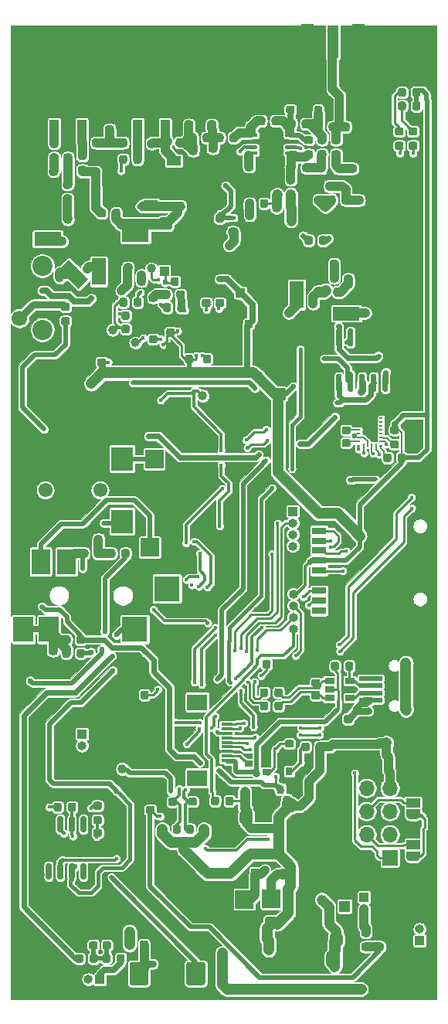
<source format=gbr>
G04 #@! TF.GenerationSoftware,KiCad,Pcbnew,5.1.6-c6e7f7d~87~ubuntu18.04.1*
G04 #@! TF.CreationDate,2020-09-13T22:45:34+02:00*
G04 #@! TF.ProjectId,Mainboard,4d61696e-626f-4617-9264-2e6b69636164,rev?*
G04 #@! TF.SameCoordinates,Original*
G04 #@! TF.FileFunction,Copper,L1,Top*
G04 #@! TF.FilePolarity,Positive*
%FSLAX46Y46*%
G04 Gerber Fmt 4.6, Leading zero omitted, Abs format (unit mm)*
G04 Created by KiCad (PCBNEW 5.1.6-c6e7f7d~87~ubuntu18.04.1) date 2020-09-13 22:45:34*
%MOMM*%
%LPD*%
G01*
G04 APERTURE LIST*
G04 #@! TA.AperFunction,SMDPad,CuDef*
%ADD10C,1.000000*%
G04 #@! TD*
G04 #@! TA.AperFunction,SMDPad,CuDef*
%ADD11R,1.500000X1.000000*%
G04 #@! TD*
G04 #@! TA.AperFunction,SMDPad,CuDef*
%ADD12C,0.100000*%
G04 #@! TD*
G04 #@! TA.AperFunction,SMDPad,CuDef*
%ADD13R,1.500000X3.000000*%
G04 #@! TD*
G04 #@! TA.AperFunction,SMDPad,CuDef*
%ADD14R,1.000000X1.000000*%
G04 #@! TD*
G04 #@! TA.AperFunction,ComponentPad*
%ADD15C,1.200000*%
G04 #@! TD*
G04 #@! TA.AperFunction,ComponentPad*
%ADD16R,1.200000X1.200000*%
G04 #@! TD*
G04 #@! TA.AperFunction,SMDPad,CuDef*
%ADD17R,0.900000X0.800000*%
G04 #@! TD*
G04 #@! TA.AperFunction,ComponentPad*
%ADD18O,1.700000X1.700000*%
G04 #@! TD*
G04 #@! TA.AperFunction,ComponentPad*
%ADD19R,1.700000X1.700000*%
G04 #@! TD*
G04 #@! TA.AperFunction,SMDPad,CuDef*
%ADD20R,3.000000X1.500000*%
G04 #@! TD*
G04 #@! TA.AperFunction,SMDPad,CuDef*
%ADD21R,1.500000X1.100000*%
G04 #@! TD*
G04 #@! TA.AperFunction,ComponentPad*
%ADD22C,3.800000*%
G04 #@! TD*
G04 #@! TA.AperFunction,ComponentPad*
%ADD23C,1.550000*%
G04 #@! TD*
G04 #@! TA.AperFunction,SMDPad,CuDef*
%ADD24R,2.400000X2.650000*%
G04 #@! TD*
G04 #@! TA.AperFunction,SMDPad,CuDef*
%ADD25R,2.400000X2.950000*%
G04 #@! TD*
G04 #@! TA.AperFunction,SMDPad,CuDef*
%ADD26R,2.000000X2.800000*%
G04 #@! TD*
G04 #@! TA.AperFunction,SMDPad,CuDef*
%ADD27R,2.800000X2.800000*%
G04 #@! TD*
G04 #@! TA.AperFunction,SMDPad,CuDef*
%ADD28R,2.200000X2.800000*%
G04 #@! TD*
G04 #@! TA.AperFunction,SMDPad,CuDef*
%ADD29R,0.650000X0.400000*%
G04 #@! TD*
G04 #@! TA.AperFunction,SMDPad,CuDef*
%ADD30R,2.300000X2.800000*%
G04 #@! TD*
G04 #@! TA.AperFunction,ViaPad*
%ADD31C,0.500000*%
G04 #@! TD*
G04 #@! TA.AperFunction,ComponentPad*
%ADD32O,1.000000X1.000000*%
G04 #@! TD*
G04 #@! TA.AperFunction,ComponentPad*
%ADD33R,1.000000X1.000000*%
G04 #@! TD*
G04 #@! TA.AperFunction,SMDPad,CuDef*
%ADD34R,2.000000X2.000000*%
G04 #@! TD*
G04 #@! TA.AperFunction,Conductor*
%ADD35R,4.100000X4.100000*%
G04 #@! TD*
G04 #@! TA.AperFunction,SMDPad,CuDef*
%ADD36R,1.060000X0.650000*%
G04 #@! TD*
G04 #@! TA.AperFunction,SMDPad,CuDef*
%ADD37R,0.900000X1.200000*%
G04 #@! TD*
G04 #@! TA.AperFunction,SMDPad,CuDef*
%ADD38R,1.300000X0.300000*%
G04 #@! TD*
G04 #@! TA.AperFunction,SMDPad,CuDef*
%ADD39R,2.200000X1.800000*%
G04 #@! TD*
G04 #@! TA.AperFunction,SMDPad,CuDef*
%ADD40R,2.200000X1.200000*%
G04 #@! TD*
G04 #@! TA.AperFunction,SMDPad,CuDef*
%ADD41R,1.500000X1.600000*%
G04 #@! TD*
G04 #@! TA.AperFunction,SMDPad,CuDef*
%ADD42R,1.600000X0.700000*%
G04 #@! TD*
G04 #@! TA.AperFunction,SMDPad,CuDef*
%ADD43R,1.800000X1.200000*%
G04 #@! TD*
G04 #@! TA.AperFunction,ComponentPad*
%ADD44C,0.600000*%
G04 #@! TD*
G04 #@! TA.AperFunction,SMDPad,CuDef*
%ADD45R,1.000000X1.500000*%
G04 #@! TD*
G04 #@! TA.AperFunction,SMDPad,CuDef*
%ADD46R,1.000000X1.800000*%
G04 #@! TD*
G04 #@! TA.AperFunction,SMDPad,CuDef*
%ADD47R,3.000000X1.840000*%
G04 #@! TD*
G04 #@! TA.AperFunction,SMDPad,CuDef*
%ADD48R,0.350000X0.230000*%
G04 #@! TD*
G04 #@! TA.AperFunction,SMDPad,CuDef*
%ADD49R,0.230000X0.350000*%
G04 #@! TD*
G04 #@! TA.AperFunction,ComponentPad*
%ADD50C,1.700000*%
G04 #@! TD*
G04 #@! TA.AperFunction,ComponentPad*
%ADD51C,2.200000*%
G04 #@! TD*
G04 #@! TA.AperFunction,SMDPad,CuDef*
%ADD52R,0.800000X0.900000*%
G04 #@! TD*
G04 #@! TA.AperFunction,SMDPad,CuDef*
%ADD53R,1.270000X3.600000*%
G04 #@! TD*
G04 #@! TA.AperFunction,SMDPad,CuDef*
%ADD54R,1.350000X4.200000*%
G04 #@! TD*
G04 #@! TA.AperFunction,SMDPad,CuDef*
%ADD55R,2.500000X0.500000*%
G04 #@! TD*
G04 #@! TA.AperFunction,SMDPad,CuDef*
%ADD56R,2.500000X2.000000*%
G04 #@! TD*
G04 #@! TA.AperFunction,ViaPad*
%ADD57C,0.450000*%
G04 #@! TD*
G04 #@! TA.AperFunction,ViaPad*
%ADD58C,0.400000*%
G04 #@! TD*
G04 #@! TA.AperFunction,ViaPad*
%ADD59C,0.600000*%
G04 #@! TD*
G04 #@! TA.AperFunction,ViaPad*
%ADD60C,0.800000*%
G04 #@! TD*
G04 #@! TA.AperFunction,ViaPad*
%ADD61C,1.000000*%
G04 #@! TD*
G04 #@! TA.AperFunction,Conductor*
%ADD62C,0.300000*%
G04 #@! TD*
G04 #@! TA.AperFunction,Conductor*
%ADD63C,0.600000*%
G04 #@! TD*
G04 #@! TA.AperFunction,Conductor*
%ADD64C,1.000000*%
G04 #@! TD*
G04 #@! TA.AperFunction,Conductor*
%ADD65C,0.250000*%
G04 #@! TD*
G04 #@! TA.AperFunction,Conductor*
%ADD66C,0.350000*%
G04 #@! TD*
G04 #@! TA.AperFunction,Conductor*
%ADD67C,1.200000*%
G04 #@! TD*
G04 #@! TA.AperFunction,Conductor*
%ADD68C,1.100000*%
G04 #@! TD*
G04 #@! TA.AperFunction,Conductor*
%ADD69C,0.400000*%
G04 #@! TD*
G04 #@! TA.AperFunction,Conductor*
%ADD70C,0.800000*%
G04 #@! TD*
G04 #@! TA.AperFunction,Conductor*
%ADD71C,0.700000*%
G04 #@! TD*
G04 #@! TA.AperFunction,Conductor*
%ADD72C,1.150000*%
G04 #@! TD*
G04 #@! TA.AperFunction,Conductor*
%ADD73C,0.500000*%
G04 #@! TD*
G04 #@! TA.AperFunction,Conductor*
%ADD74C,0.200000*%
G04 #@! TD*
G04 #@! TA.AperFunction,Conductor*
%ADD75C,0.750000*%
G04 #@! TD*
G04 #@! TA.AperFunction,Conductor*
%ADD76C,0.650000*%
G04 #@! TD*
G04 #@! TA.AperFunction,Conductor*
%ADD77C,0.104000*%
G04 #@! TD*
G04 APERTURE END LIST*
D10*
X31343600Y-150622000D03*
G04 #@! TA.AperFunction,SMDPad,CuDef*
G36*
G01*
X46132000Y-169161750D02*
X46132000Y-169674250D01*
G75*
G02*
X45913250Y-169893000I-218750J0D01*
G01*
X45475750Y-169893000D01*
G75*
G02*
X45257000Y-169674250I0J218750D01*
G01*
X45257000Y-169161750D01*
G75*
G02*
X45475750Y-168943000I218750J0D01*
G01*
X45913250Y-168943000D01*
G75*
G02*
X46132000Y-169161750I0J-218750D01*
G01*
G37*
G04 #@! TD.AperFunction*
G04 #@! TA.AperFunction,SMDPad,CuDef*
G36*
G01*
X47707000Y-169161750D02*
X47707000Y-169674250D01*
G75*
G02*
X47488250Y-169893000I-218750J0D01*
G01*
X47050750Y-169893000D01*
G75*
G02*
X46832000Y-169674250I0J218750D01*
G01*
X46832000Y-169161750D01*
G75*
G02*
X47050750Y-168943000I218750J0D01*
G01*
X47488250Y-168943000D01*
G75*
G02*
X47707000Y-169161750I0J-218750D01*
G01*
G37*
G04 #@! TD.AperFunction*
G04 #@! TA.AperFunction,SMDPad,CuDef*
G36*
G01*
X45701200Y-167062599D02*
X45701200Y-167912601D01*
G75*
G02*
X45451201Y-168162600I-249999J0D01*
G01*
X44551199Y-168162600D01*
G75*
G02*
X44301200Y-167912601I0J249999D01*
G01*
X44301200Y-167062599D01*
G75*
G02*
X44551199Y-166812600I249999J0D01*
G01*
X45451201Y-166812600D01*
G75*
G02*
X45701200Y-167062599I0J-249999D01*
G01*
G37*
G04 #@! TD.AperFunction*
G04 #@! TA.AperFunction,SMDPad,CuDef*
G36*
G01*
X48401200Y-167062599D02*
X48401200Y-167912601D01*
G75*
G02*
X48151201Y-168162600I-249999J0D01*
G01*
X47251199Y-168162600D01*
G75*
G02*
X47001200Y-167912601I0J249999D01*
G01*
X47001200Y-167062599D01*
G75*
G02*
X47251199Y-166812600I249999J0D01*
G01*
X48151201Y-166812600D01*
G75*
G02*
X48401200Y-167062599I0J-249999D01*
G01*
G37*
G04 #@! TD.AperFunction*
D11*
X63233300Y-154305000D03*
G04 #@! TA.AperFunction,SMDPad,CuDef*
D12*
G36*
X62483902Y-153005000D02*
G01*
X62483902Y-152980466D01*
X62488712Y-152931635D01*
X62498284Y-152883510D01*
X62512528Y-152836555D01*
X62531305Y-152791222D01*
X62554436Y-152747949D01*
X62581696Y-152707150D01*
X62612824Y-152669221D01*
X62647521Y-152634524D01*
X62685450Y-152603396D01*
X62726249Y-152576136D01*
X62769522Y-152553005D01*
X62814855Y-152534228D01*
X62861810Y-152519984D01*
X62909935Y-152510412D01*
X62958766Y-152505602D01*
X62983300Y-152505602D01*
X62983300Y-152505000D01*
X63483300Y-152505000D01*
X63483300Y-152505602D01*
X63507834Y-152505602D01*
X63556665Y-152510412D01*
X63604790Y-152519984D01*
X63651745Y-152534228D01*
X63697078Y-152553005D01*
X63740351Y-152576136D01*
X63781150Y-152603396D01*
X63819079Y-152634524D01*
X63853776Y-152669221D01*
X63884904Y-152707150D01*
X63912164Y-152747949D01*
X63935295Y-152791222D01*
X63954072Y-152836555D01*
X63968316Y-152883510D01*
X63977888Y-152931635D01*
X63982698Y-152980466D01*
X63982698Y-153005000D01*
X63983300Y-153005000D01*
X63983300Y-153555000D01*
X62483300Y-153555000D01*
X62483300Y-153005000D01*
X62483902Y-153005000D01*
G37*
G04 #@! TD.AperFunction*
G04 #@! TA.AperFunction,SMDPad,CuDef*
G36*
X63983300Y-155055000D02*
G01*
X63983300Y-155605000D01*
X63982698Y-155605000D01*
X63982698Y-155629534D01*
X63977888Y-155678365D01*
X63968316Y-155726490D01*
X63954072Y-155773445D01*
X63935295Y-155818778D01*
X63912164Y-155862051D01*
X63884904Y-155902850D01*
X63853776Y-155940779D01*
X63819079Y-155975476D01*
X63781150Y-156006604D01*
X63740351Y-156033864D01*
X63697078Y-156056995D01*
X63651745Y-156075772D01*
X63604790Y-156090016D01*
X63556665Y-156099588D01*
X63507834Y-156104398D01*
X63483300Y-156104398D01*
X63483300Y-156105000D01*
X62983300Y-156105000D01*
X62983300Y-156104398D01*
X62958766Y-156104398D01*
X62909935Y-156099588D01*
X62861810Y-156090016D01*
X62814855Y-156075772D01*
X62769522Y-156056995D01*
X62726249Y-156033864D01*
X62685450Y-156006604D01*
X62647521Y-155975476D01*
X62612824Y-155940779D01*
X62581696Y-155902850D01*
X62554436Y-155862051D01*
X62531305Y-155818778D01*
X62512528Y-155773445D01*
X62498284Y-155726490D01*
X62488712Y-155678365D01*
X62483902Y-155629534D01*
X62483902Y-155605000D01*
X62483300Y-155605000D01*
X62483300Y-155055000D01*
X63983300Y-155055000D01*
G37*
G04 #@! TD.AperFunction*
D11*
X63233300Y-158915100D03*
G04 #@! TA.AperFunction,SMDPad,CuDef*
D12*
G36*
X62483902Y-157615100D02*
G01*
X62483902Y-157590566D01*
X62488712Y-157541735D01*
X62498284Y-157493610D01*
X62512528Y-157446655D01*
X62531305Y-157401322D01*
X62554436Y-157358049D01*
X62581696Y-157317250D01*
X62612824Y-157279321D01*
X62647521Y-157244624D01*
X62685450Y-157213496D01*
X62726249Y-157186236D01*
X62769522Y-157163105D01*
X62814855Y-157144328D01*
X62861810Y-157130084D01*
X62909935Y-157120512D01*
X62958766Y-157115702D01*
X62983300Y-157115702D01*
X62983300Y-157115100D01*
X63483300Y-157115100D01*
X63483300Y-157115702D01*
X63507834Y-157115702D01*
X63556665Y-157120512D01*
X63604790Y-157130084D01*
X63651745Y-157144328D01*
X63697078Y-157163105D01*
X63740351Y-157186236D01*
X63781150Y-157213496D01*
X63819079Y-157244624D01*
X63853776Y-157279321D01*
X63884904Y-157317250D01*
X63912164Y-157358049D01*
X63935295Y-157401322D01*
X63954072Y-157446655D01*
X63968316Y-157493610D01*
X63977888Y-157541735D01*
X63982698Y-157590566D01*
X63982698Y-157615100D01*
X63983300Y-157615100D01*
X63983300Y-158165100D01*
X62483300Y-158165100D01*
X62483300Y-157615100D01*
X62483902Y-157615100D01*
G37*
G04 #@! TD.AperFunction*
G04 #@! TA.AperFunction,SMDPad,CuDef*
G36*
X63983300Y-159665100D02*
G01*
X63983300Y-160215100D01*
X63982698Y-160215100D01*
X63982698Y-160239634D01*
X63977888Y-160288465D01*
X63968316Y-160336590D01*
X63954072Y-160383545D01*
X63935295Y-160428878D01*
X63912164Y-160472151D01*
X63884904Y-160512950D01*
X63853776Y-160550879D01*
X63819079Y-160585576D01*
X63781150Y-160616704D01*
X63740351Y-160643964D01*
X63697078Y-160667095D01*
X63651745Y-160685872D01*
X63604790Y-160700116D01*
X63556665Y-160709688D01*
X63507834Y-160714498D01*
X63483300Y-160714498D01*
X63483300Y-160715100D01*
X62983300Y-160715100D01*
X62983300Y-160714498D01*
X62958766Y-160714498D01*
X62909935Y-160709688D01*
X62861810Y-160700116D01*
X62814855Y-160685872D01*
X62769522Y-160667095D01*
X62726249Y-160643964D01*
X62685450Y-160616704D01*
X62647521Y-160585576D01*
X62612824Y-160550879D01*
X62581696Y-160512950D01*
X62554436Y-160472151D01*
X62531305Y-160428878D01*
X62512528Y-160383545D01*
X62498284Y-160336590D01*
X62488712Y-160288465D01*
X62483902Y-160239634D01*
X62483902Y-160215100D01*
X62483300Y-160215100D01*
X62483300Y-159665100D01*
X63983300Y-159665100D01*
G37*
G04 #@! TD.AperFunction*
D13*
X50495200Y-98658680D03*
D14*
X44297600Y-98437700D03*
X35953700Y-96062800D03*
G04 #@! TA.AperFunction,SMDPad,CuDef*
G36*
G01*
X40177100Y-81714050D02*
X40177100Y-81201550D01*
G75*
G02*
X40395850Y-80982800I218750J0D01*
G01*
X40833350Y-80982800D01*
G75*
G02*
X41052100Y-81201550I0J-218750D01*
G01*
X41052100Y-81714050D01*
G75*
G02*
X40833350Y-81932800I-218750J0D01*
G01*
X40395850Y-81932800D01*
G75*
G02*
X40177100Y-81714050I0J218750D01*
G01*
G37*
G04 #@! TD.AperFunction*
G04 #@! TA.AperFunction,SMDPad,CuDef*
G36*
G01*
X38602100Y-81714050D02*
X38602100Y-81201550D01*
G75*
G02*
X38820850Y-80982800I218750J0D01*
G01*
X39258350Y-80982800D01*
G75*
G02*
X39477100Y-81201550I0J-218750D01*
G01*
X39477100Y-81714050D01*
G75*
G02*
X39258350Y-81932800I-218750J0D01*
G01*
X38820850Y-81932800D01*
G75*
G02*
X38602100Y-81714050I0J218750D01*
G01*
G37*
G04 #@! TD.AperFunction*
D15*
X55740300Y-163658800D03*
D16*
X55740300Y-165658800D03*
D17*
X45199300Y-150050500D03*
X47199300Y-149100500D03*
X47199300Y-151000500D03*
D18*
X58140600Y-152717500D03*
X60680600Y-152717500D03*
X58140600Y-155257500D03*
X60680600Y-155257500D03*
X58140600Y-157797500D03*
X60680600Y-157797500D03*
X58140600Y-160337500D03*
D19*
X60680600Y-160337500D03*
G04 #@! TA.AperFunction,SMDPad,CuDef*
G36*
G01*
X61741800Y-151157650D02*
X61741800Y-150645150D01*
G75*
G02*
X61960550Y-150426400I218750J0D01*
G01*
X62398050Y-150426400D01*
G75*
G02*
X62616800Y-150645150I0J-218750D01*
G01*
X62616800Y-151157650D01*
G75*
G02*
X62398050Y-151376400I-218750J0D01*
G01*
X61960550Y-151376400D01*
G75*
G02*
X61741800Y-151157650I0J218750D01*
G01*
G37*
G04 #@! TD.AperFunction*
G04 #@! TA.AperFunction,SMDPad,CuDef*
G36*
G01*
X60166800Y-151157650D02*
X60166800Y-150645150D01*
G75*
G02*
X60385550Y-150426400I218750J0D01*
G01*
X60823050Y-150426400D01*
G75*
G02*
X61041800Y-150645150I0J-218750D01*
G01*
X61041800Y-151157650D01*
G75*
G02*
X60823050Y-151376400I-218750J0D01*
G01*
X60385550Y-151376400D01*
G75*
G02*
X60166800Y-151157650I0J218750D01*
G01*
G37*
G04 #@! TD.AperFunction*
D13*
X28770580Y-96126300D03*
G04 #@! TA.AperFunction,SMDPad,CuDef*
D12*
G36*
X27642282Y-96957838D02*
G01*
X26581622Y-98018498D01*
X24460302Y-95897178D01*
X25520962Y-94836518D01*
X27642282Y-96957838D01*
G37*
G04 #@! TD.AperFunction*
D20*
X32816800Y-92130880D03*
X55930300Y-100716080D03*
X23190200Y-92552520D03*
D21*
X37007800Y-83987640D03*
X34467800Y-88823800D03*
D22*
X62484000Y-173228000D03*
X21844000Y-173228000D03*
G04 #@! TA.AperFunction,SMDPad,CuDef*
G36*
G01*
X52585000Y-148452550D02*
X52585000Y-147940050D01*
G75*
G02*
X52803750Y-147721300I218750J0D01*
G01*
X53241250Y-147721300D01*
G75*
G02*
X53460000Y-147940050I0J-218750D01*
G01*
X53460000Y-148452550D01*
G75*
G02*
X53241250Y-148671300I-218750J0D01*
G01*
X52803750Y-148671300D01*
G75*
G02*
X52585000Y-148452550I0J218750D01*
G01*
G37*
G04 #@! TD.AperFunction*
G04 #@! TA.AperFunction,SMDPad,CuDef*
G36*
G01*
X51010000Y-148452550D02*
X51010000Y-147940050D01*
G75*
G02*
X51228750Y-147721300I218750J0D01*
G01*
X51666250Y-147721300D01*
G75*
G02*
X51885000Y-147940050I0J-218750D01*
G01*
X51885000Y-148452550D01*
G75*
G02*
X51666250Y-148671300I-218750J0D01*
G01*
X51228750Y-148671300D01*
G75*
G02*
X51010000Y-148452550I0J218750D01*
G01*
G37*
G04 #@! TD.AperFunction*
G04 #@! TA.AperFunction,SMDPad,CuDef*
G36*
G01*
X49527750Y-77946900D02*
X50040250Y-77946900D01*
G75*
G02*
X50259000Y-78165650I0J-218750D01*
G01*
X50259000Y-78603150D01*
G75*
G02*
X50040250Y-78821900I-218750J0D01*
G01*
X49527750Y-78821900D01*
G75*
G02*
X49309000Y-78603150I0J218750D01*
G01*
X49309000Y-78165650D01*
G75*
G02*
X49527750Y-77946900I218750J0D01*
G01*
G37*
G04 #@! TD.AperFunction*
G04 #@! TA.AperFunction,SMDPad,CuDef*
G36*
G01*
X49527750Y-76371900D02*
X50040250Y-76371900D01*
G75*
G02*
X50259000Y-76590650I0J-218750D01*
G01*
X50259000Y-77028150D01*
G75*
G02*
X50040250Y-77246900I-218750J0D01*
G01*
X49527750Y-77246900D01*
G75*
G02*
X49309000Y-77028150I0J218750D01*
G01*
X49309000Y-76590650D01*
G75*
G02*
X49527750Y-76371900I218750J0D01*
G01*
G37*
G04 #@! TD.AperFunction*
G04 #@! TA.AperFunction,SMDPad,CuDef*
G36*
G01*
X44074600Y-101623150D02*
X44074600Y-102135650D01*
G75*
G02*
X43855850Y-102354400I-218750J0D01*
G01*
X43418350Y-102354400D01*
G75*
G02*
X43199600Y-102135650I0J218750D01*
G01*
X43199600Y-101623150D01*
G75*
G02*
X43418350Y-101404400I218750J0D01*
G01*
X43855850Y-101404400D01*
G75*
G02*
X44074600Y-101623150I0J-218750D01*
G01*
G37*
G04 #@! TD.AperFunction*
G04 #@! TA.AperFunction,SMDPad,CuDef*
G36*
G01*
X45649600Y-101623150D02*
X45649600Y-102135650D01*
G75*
G02*
X45430850Y-102354400I-218750J0D01*
G01*
X44993350Y-102354400D01*
G75*
G02*
X44774600Y-102135650I0J218750D01*
G01*
X44774600Y-101623150D01*
G75*
G02*
X44993350Y-101404400I218750J0D01*
G01*
X45430850Y-101404400D01*
G75*
G02*
X45649600Y-101623150I0J-218750D01*
G01*
G37*
G04 #@! TD.AperFunction*
G04 #@! TA.AperFunction,SMDPad,CuDef*
G36*
G01*
X46535050Y-106431500D02*
X46022550Y-106431500D01*
G75*
G02*
X45803800Y-106212750I0J218750D01*
G01*
X45803800Y-105775250D01*
G75*
G02*
X46022550Y-105556500I218750J0D01*
G01*
X46535050Y-105556500D01*
G75*
G02*
X46753800Y-105775250I0J-218750D01*
G01*
X46753800Y-106212750D01*
G75*
G02*
X46535050Y-106431500I-218750J0D01*
G01*
G37*
G04 #@! TD.AperFunction*
G04 #@! TA.AperFunction,SMDPad,CuDef*
G36*
G01*
X46535050Y-108006500D02*
X46022550Y-108006500D01*
G75*
G02*
X45803800Y-107787750I0J218750D01*
G01*
X45803800Y-107350250D01*
G75*
G02*
X46022550Y-107131500I218750J0D01*
G01*
X46535050Y-107131500D01*
G75*
G02*
X46753800Y-107350250I0J-218750D01*
G01*
X46753800Y-107787750D01*
G75*
G02*
X46535050Y-108006500I-218750J0D01*
G01*
G37*
G04 #@! TD.AperFunction*
G04 #@! TA.AperFunction,SMDPad,CuDef*
G36*
G01*
X47593500Y-154248299D02*
X47593500Y-155098301D01*
G75*
G02*
X47343501Y-155348300I-249999J0D01*
G01*
X46443499Y-155348300D01*
G75*
G02*
X46193500Y-155098301I0J249999D01*
G01*
X46193500Y-154248299D01*
G75*
G02*
X46443499Y-153998300I249999J0D01*
G01*
X47343501Y-153998300D01*
G75*
G02*
X47593500Y-154248299I0J-249999D01*
G01*
G37*
G04 #@! TD.AperFunction*
G04 #@! TA.AperFunction,SMDPad,CuDef*
G36*
G01*
X50293500Y-154248299D02*
X50293500Y-155098301D01*
G75*
G02*
X50043501Y-155348300I-249999J0D01*
G01*
X49143499Y-155348300D01*
G75*
G02*
X48893500Y-155098301I0J249999D01*
G01*
X48893500Y-154248299D01*
G75*
G02*
X49143499Y-153998300I249999J0D01*
G01*
X50043501Y-153998300D01*
G75*
G02*
X50293500Y-154248299I0J-249999D01*
G01*
G37*
G04 #@! TD.AperFunction*
G04 #@! TA.AperFunction,SMDPad,CuDef*
G36*
G01*
X25659600Y-136205250D02*
X25659600Y-136717750D01*
G75*
G02*
X25440850Y-136936500I-218750J0D01*
G01*
X25003350Y-136936500D01*
G75*
G02*
X24784600Y-136717750I0J218750D01*
G01*
X24784600Y-136205250D01*
G75*
G02*
X25003350Y-135986500I218750J0D01*
G01*
X25440850Y-135986500D01*
G75*
G02*
X25659600Y-136205250I0J-218750D01*
G01*
G37*
G04 #@! TD.AperFunction*
G04 #@! TA.AperFunction,SMDPad,CuDef*
G36*
G01*
X27234600Y-136205250D02*
X27234600Y-136717750D01*
G75*
G02*
X27015850Y-136936500I-218750J0D01*
G01*
X26578350Y-136936500D01*
G75*
G02*
X26359600Y-136717750I0J218750D01*
G01*
X26359600Y-136205250D01*
G75*
G02*
X26578350Y-135986500I218750J0D01*
G01*
X27015850Y-135986500D01*
G75*
G02*
X27234600Y-136205250I0J-218750D01*
G01*
G37*
G04 #@! TD.AperFunction*
G04 #@! TA.AperFunction,SMDPad,CuDef*
G36*
G01*
X25659700Y-137691150D02*
X25659700Y-138203650D01*
G75*
G02*
X25440950Y-138422400I-218750J0D01*
G01*
X25003450Y-138422400D01*
G75*
G02*
X24784700Y-138203650I0J218750D01*
G01*
X24784700Y-137691150D01*
G75*
G02*
X25003450Y-137472400I218750J0D01*
G01*
X25440950Y-137472400D01*
G75*
G02*
X25659700Y-137691150I0J-218750D01*
G01*
G37*
G04 #@! TD.AperFunction*
G04 #@! TA.AperFunction,SMDPad,CuDef*
G36*
G01*
X27234700Y-137691150D02*
X27234700Y-138203650D01*
G75*
G02*
X27015950Y-138422400I-218750J0D01*
G01*
X26578450Y-138422400D01*
G75*
G02*
X26359700Y-138203650I0J218750D01*
G01*
X26359700Y-137691150D01*
G75*
G02*
X26578450Y-137472400I218750J0D01*
G01*
X27015950Y-137472400D01*
G75*
G02*
X27234700Y-137691150I0J-218750D01*
G01*
G37*
G04 #@! TD.AperFunction*
G04 #@! TA.AperFunction,SMDPad,CuDef*
G36*
G01*
X28289900Y-127256250D02*
X28289900Y-126743750D01*
G75*
G02*
X28508650Y-126525000I218750J0D01*
G01*
X28946150Y-126525000D01*
G75*
G02*
X29164900Y-126743750I0J-218750D01*
G01*
X29164900Y-127256250D01*
G75*
G02*
X28946150Y-127475000I-218750J0D01*
G01*
X28508650Y-127475000D01*
G75*
G02*
X28289900Y-127256250I0J218750D01*
G01*
G37*
G04 #@! TD.AperFunction*
G04 #@! TA.AperFunction,SMDPad,CuDef*
G36*
G01*
X26714900Y-127256250D02*
X26714900Y-126743750D01*
G75*
G02*
X26933650Y-126525000I218750J0D01*
G01*
X27371150Y-126525000D01*
G75*
G02*
X27589900Y-126743750I0J-218750D01*
G01*
X27589900Y-127256250D01*
G75*
G02*
X27371150Y-127475000I-218750J0D01*
G01*
X26933650Y-127475000D01*
G75*
G02*
X26714900Y-127256250I0J218750D01*
G01*
G37*
G04 #@! TD.AperFunction*
G04 #@! TA.AperFunction,SMDPad,CuDef*
G36*
G01*
X31274600Y-127256250D02*
X31274600Y-126743750D01*
G75*
G02*
X31493350Y-126525000I218750J0D01*
G01*
X31930850Y-126525000D01*
G75*
G02*
X32149600Y-126743750I0J-218750D01*
G01*
X32149600Y-127256250D01*
G75*
G02*
X31930850Y-127475000I-218750J0D01*
G01*
X31493350Y-127475000D01*
G75*
G02*
X31274600Y-127256250I0J218750D01*
G01*
G37*
G04 #@! TD.AperFunction*
G04 #@! TA.AperFunction,SMDPad,CuDef*
G36*
G01*
X29699600Y-127256250D02*
X29699600Y-126743750D01*
G75*
G02*
X29918350Y-126525000I218750J0D01*
G01*
X30355850Y-126525000D01*
G75*
G02*
X30574600Y-126743750I0J-218750D01*
G01*
X30574600Y-127256250D01*
G75*
G02*
X30355850Y-127475000I-218750J0D01*
G01*
X29918350Y-127475000D01*
G75*
G02*
X29699600Y-127256250I0J218750D01*
G01*
G37*
G04 #@! TD.AperFunction*
D23*
X28926300Y-120065800D03*
X22926300Y-120065800D03*
D24*
X31326300Y-116640800D03*
D25*
X24326300Y-116790800D03*
D24*
X31326300Y-123490800D03*
D25*
X21626300Y-123340800D03*
D26*
X22423200Y-127918500D03*
D27*
X36258200Y-130868500D03*
D28*
X23323200Y-135318500D03*
D26*
X25223200Y-127918500D03*
D27*
X32723200Y-135318500D03*
D28*
X20523200Y-135318500D03*
G04 #@! TA.AperFunction,SMDPad,CuDef*
G36*
G01*
X24030650Y-138118100D02*
X23518150Y-138118100D01*
G75*
G02*
X23299400Y-137899350I0J218750D01*
G01*
X23299400Y-137461850D01*
G75*
G02*
X23518150Y-137243100I218750J0D01*
G01*
X24030650Y-137243100D01*
G75*
G02*
X24249400Y-137461850I0J-218750D01*
G01*
X24249400Y-137899350D01*
G75*
G02*
X24030650Y-138118100I-218750J0D01*
G01*
G37*
G04 #@! TD.AperFunction*
G04 #@! TA.AperFunction,SMDPad,CuDef*
G36*
G01*
X24030650Y-139693100D02*
X23518150Y-139693100D01*
G75*
G02*
X23299400Y-139474350I0J218750D01*
G01*
X23299400Y-139036850D01*
G75*
G02*
X23518150Y-138818100I218750J0D01*
G01*
X24030650Y-138818100D01*
G75*
G02*
X24249400Y-139036850I0J-218750D01*
G01*
X24249400Y-139474350D01*
G75*
G02*
X24030650Y-139693100I-218750J0D01*
G01*
G37*
G04 #@! TD.AperFunction*
G04 #@! TA.AperFunction,SMDPad,CuDef*
G36*
G01*
X28302700Y-125744950D02*
X28302700Y-125232450D01*
G75*
G02*
X28521450Y-125013700I218750J0D01*
G01*
X28958950Y-125013700D01*
G75*
G02*
X29177700Y-125232450I0J-218750D01*
G01*
X29177700Y-125744950D01*
G75*
G02*
X28958950Y-125963700I-218750J0D01*
G01*
X28521450Y-125963700D01*
G75*
G02*
X28302700Y-125744950I0J218750D01*
G01*
G37*
G04 #@! TD.AperFunction*
G04 #@! TA.AperFunction,SMDPad,CuDef*
G36*
G01*
X26727700Y-125744950D02*
X26727700Y-125232450D01*
G75*
G02*
X26946450Y-125013700I218750J0D01*
G01*
X27383950Y-125013700D01*
G75*
G02*
X27602700Y-125232450I0J-218750D01*
G01*
X27602700Y-125744950D01*
G75*
G02*
X27383950Y-125963700I-218750J0D01*
G01*
X26946450Y-125963700D01*
G75*
G02*
X26727700Y-125744950I0J218750D01*
G01*
G37*
G04 #@! TD.AperFunction*
G04 #@! TA.AperFunction,SMDPad,CuDef*
G36*
G01*
X42305950Y-89146800D02*
X41793450Y-89146800D01*
G75*
G02*
X41574700Y-88928050I0J218750D01*
G01*
X41574700Y-88490550D01*
G75*
G02*
X41793450Y-88271800I218750J0D01*
G01*
X42305950Y-88271800D01*
G75*
G02*
X42524700Y-88490550I0J-218750D01*
G01*
X42524700Y-88928050D01*
G75*
G02*
X42305950Y-89146800I-218750J0D01*
G01*
G37*
G04 #@! TD.AperFunction*
G04 #@! TA.AperFunction,SMDPad,CuDef*
G36*
G01*
X42305950Y-90721800D02*
X41793450Y-90721800D01*
G75*
G02*
X41574700Y-90503050I0J218750D01*
G01*
X41574700Y-90065550D01*
G75*
G02*
X41793450Y-89846800I218750J0D01*
G01*
X42305950Y-89846800D01*
G75*
G02*
X42524700Y-90065550I0J-218750D01*
G01*
X42524700Y-90503050D01*
G75*
G02*
X42305950Y-90721800I-218750J0D01*
G01*
G37*
G04 #@! TD.AperFunction*
D29*
X45346700Y-90228900D03*
X45346700Y-91528900D03*
X43446700Y-90878900D03*
X45346700Y-90878900D03*
X43446700Y-91528900D03*
X43446700Y-90228900D03*
G04 #@! TA.AperFunction,SMDPad,CuDef*
G36*
G01*
X50997500Y-90845350D02*
X50997500Y-90332850D01*
G75*
G02*
X51216250Y-90114100I218750J0D01*
G01*
X51653750Y-90114100D01*
G75*
G02*
X51872500Y-90332850I0J-218750D01*
G01*
X51872500Y-90845350D01*
G75*
G02*
X51653750Y-91064100I-218750J0D01*
G01*
X51216250Y-91064100D01*
G75*
G02*
X50997500Y-90845350I0J218750D01*
G01*
G37*
G04 #@! TD.AperFunction*
G04 #@! TA.AperFunction,SMDPad,CuDef*
G36*
G01*
X49422500Y-90845350D02*
X49422500Y-90332850D01*
G75*
G02*
X49641250Y-90114100I218750J0D01*
G01*
X50078750Y-90114100D01*
G75*
G02*
X50297500Y-90332850I0J-218750D01*
G01*
X50297500Y-90845350D01*
G75*
G02*
X50078750Y-91064100I-218750J0D01*
G01*
X49641250Y-91064100D01*
G75*
G02*
X49422500Y-90845350I0J218750D01*
G01*
G37*
G04 #@! TD.AperFunction*
G04 #@! TA.AperFunction,SMDPad,CuDef*
G36*
G01*
X48605150Y-86530600D02*
X48092650Y-86530600D01*
G75*
G02*
X47873900Y-86311850I0J218750D01*
G01*
X47873900Y-85874350D01*
G75*
G02*
X48092650Y-85655600I218750J0D01*
G01*
X48605150Y-85655600D01*
G75*
G02*
X48823900Y-85874350I0J-218750D01*
G01*
X48823900Y-86311850D01*
G75*
G02*
X48605150Y-86530600I-218750J0D01*
G01*
G37*
G04 #@! TD.AperFunction*
G04 #@! TA.AperFunction,SMDPad,CuDef*
G36*
G01*
X48605150Y-88105600D02*
X48092650Y-88105600D01*
G75*
G02*
X47873900Y-87886850I0J218750D01*
G01*
X47873900Y-87449350D01*
G75*
G02*
X48092650Y-87230600I218750J0D01*
G01*
X48605150Y-87230600D01*
G75*
G02*
X48823900Y-87449350I0J-218750D01*
G01*
X48823900Y-87886850D01*
G75*
G02*
X48605150Y-88105600I-218750J0D01*
G01*
G37*
G04 #@! TD.AperFunction*
G04 #@! TA.AperFunction,SMDPad,CuDef*
G36*
G01*
X49422700Y-89359450D02*
X49422700Y-88846950D01*
G75*
G02*
X49641450Y-88628200I218750J0D01*
G01*
X50078950Y-88628200D01*
G75*
G02*
X50297700Y-88846950I0J-218750D01*
G01*
X50297700Y-89359450D01*
G75*
G02*
X50078950Y-89578200I-218750J0D01*
G01*
X49641450Y-89578200D01*
G75*
G02*
X49422700Y-89359450I0J218750D01*
G01*
G37*
G04 #@! TD.AperFunction*
G04 #@! TA.AperFunction,SMDPad,CuDef*
G36*
G01*
X47847700Y-89359450D02*
X47847700Y-88846950D01*
G75*
G02*
X48066450Y-88628200I218750J0D01*
G01*
X48503950Y-88628200D01*
G75*
G02*
X48722700Y-88846950I0J-218750D01*
G01*
X48722700Y-89359450D01*
G75*
G02*
X48503950Y-89578200I-218750J0D01*
G01*
X48066450Y-89578200D01*
G75*
G02*
X47847700Y-89359450I0J218750D01*
G01*
G37*
G04 #@! TD.AperFunction*
G04 #@! TA.AperFunction,SMDPad,CuDef*
G36*
G01*
X46463800Y-88927650D02*
X46463800Y-88415150D01*
G75*
G02*
X46682550Y-88196400I218750J0D01*
G01*
X47120050Y-88196400D01*
G75*
G02*
X47338800Y-88415150I0J-218750D01*
G01*
X47338800Y-88927650D01*
G75*
G02*
X47120050Y-89146400I-218750J0D01*
G01*
X46682550Y-89146400D01*
G75*
G02*
X46463800Y-88927650I0J218750D01*
G01*
G37*
G04 #@! TD.AperFunction*
G04 #@! TA.AperFunction,SMDPad,CuDef*
G36*
G01*
X44888800Y-88927650D02*
X44888800Y-88415150D01*
G75*
G02*
X45107550Y-88196400I218750J0D01*
G01*
X45545050Y-88196400D01*
G75*
G02*
X45763800Y-88415150I0J-218750D01*
G01*
X45763800Y-88927650D01*
G75*
G02*
X45545050Y-89146400I-218750J0D01*
G01*
X45107550Y-89146400D01*
G75*
G02*
X44888800Y-88927650I0J218750D01*
G01*
G37*
G04 #@! TD.AperFunction*
D30*
X47691800Y-82184600D03*
D31*
X47691800Y-81930600D03*
X47691800Y-82565600D03*
G04 #@! TA.AperFunction,SMDPad,CuDef*
G36*
G01*
X49191800Y-81297100D02*
X49191800Y-81122100D01*
G75*
G02*
X49279300Y-81034600I87500J0D01*
G01*
X50454300Y-81034600D01*
G75*
G02*
X50541800Y-81122100I0J-87500D01*
G01*
X50541800Y-81297100D01*
G75*
G02*
X50454300Y-81384600I-87500J0D01*
G01*
X49279300Y-81384600D01*
G75*
G02*
X49191800Y-81297100I0J87500D01*
G01*
G37*
G04 #@! TD.AperFunction*
G04 #@! TA.AperFunction,SMDPad,CuDef*
G36*
G01*
X49191800Y-81947100D02*
X49191800Y-81772100D01*
G75*
G02*
X49279300Y-81684600I87500J0D01*
G01*
X50454300Y-81684600D01*
G75*
G02*
X50541800Y-81772100I0J-87500D01*
G01*
X50541800Y-81947100D01*
G75*
G02*
X50454300Y-82034600I-87500J0D01*
G01*
X49279300Y-82034600D01*
G75*
G02*
X49191800Y-81947100I0J87500D01*
G01*
G37*
G04 #@! TD.AperFunction*
G04 #@! TA.AperFunction,SMDPad,CuDef*
G36*
G01*
X49191800Y-82597100D02*
X49191800Y-82422100D01*
G75*
G02*
X49279300Y-82334600I87500J0D01*
G01*
X50454300Y-82334600D01*
G75*
G02*
X50541800Y-82422100I0J-87500D01*
G01*
X50541800Y-82597100D01*
G75*
G02*
X50454300Y-82684600I-87500J0D01*
G01*
X49279300Y-82684600D01*
G75*
G02*
X49191800Y-82597100I0J87500D01*
G01*
G37*
G04 #@! TD.AperFunction*
G04 #@! TA.AperFunction,SMDPad,CuDef*
G36*
G01*
X49191800Y-83247100D02*
X49191800Y-83072100D01*
G75*
G02*
X49279300Y-82984600I87500J0D01*
G01*
X50454300Y-82984600D01*
G75*
G02*
X50541800Y-83072100I0J-87500D01*
G01*
X50541800Y-83247100D01*
G75*
G02*
X50454300Y-83334600I-87500J0D01*
G01*
X49279300Y-83334600D01*
G75*
G02*
X49191800Y-83247100I0J87500D01*
G01*
G37*
G04 #@! TD.AperFunction*
G04 #@! TA.AperFunction,SMDPad,CuDef*
G36*
G01*
X44841800Y-83247100D02*
X44841800Y-83072100D01*
G75*
G02*
X44929300Y-82984600I87500J0D01*
G01*
X46104300Y-82984600D01*
G75*
G02*
X46191800Y-83072100I0J-87500D01*
G01*
X46191800Y-83247100D01*
G75*
G02*
X46104300Y-83334600I-87500J0D01*
G01*
X44929300Y-83334600D01*
G75*
G02*
X44841800Y-83247100I0J87500D01*
G01*
G37*
G04 #@! TD.AperFunction*
G04 #@! TA.AperFunction,SMDPad,CuDef*
G36*
G01*
X44841800Y-82597100D02*
X44841800Y-82422100D01*
G75*
G02*
X44929300Y-82334600I87500J0D01*
G01*
X46104300Y-82334600D01*
G75*
G02*
X46191800Y-82422100I0J-87500D01*
G01*
X46191800Y-82597100D01*
G75*
G02*
X46104300Y-82684600I-87500J0D01*
G01*
X44929300Y-82684600D01*
G75*
G02*
X44841800Y-82597100I0J87500D01*
G01*
G37*
G04 #@! TD.AperFunction*
G04 #@! TA.AperFunction,SMDPad,CuDef*
G36*
G01*
X44841800Y-81947100D02*
X44841800Y-81772100D01*
G75*
G02*
X44929300Y-81684600I87500J0D01*
G01*
X46104300Y-81684600D01*
G75*
G02*
X46191800Y-81772100I0J-87500D01*
G01*
X46191800Y-81947100D01*
G75*
G02*
X46104300Y-82034600I-87500J0D01*
G01*
X44929300Y-82034600D01*
G75*
G02*
X44841800Y-81947100I0J87500D01*
G01*
G37*
G04 #@! TD.AperFunction*
G04 #@! TA.AperFunction,SMDPad,CuDef*
G36*
G01*
X44841800Y-81297100D02*
X44841800Y-81122100D01*
G75*
G02*
X44929300Y-81034600I87500J0D01*
G01*
X46104300Y-81034600D01*
G75*
G02*
X46191800Y-81122100I0J-87500D01*
G01*
X46191800Y-81297100D01*
G75*
G02*
X46104300Y-81384600I-87500J0D01*
G01*
X44929300Y-81384600D01*
G75*
G02*
X44841800Y-81297100I0J87500D01*
G01*
G37*
G04 #@! TD.AperFunction*
X48453800Y-83200600D03*
X46929800Y-83200600D03*
X48453800Y-81168600D03*
X46929800Y-81168600D03*
D10*
X40170100Y-109740700D03*
G04 #@! TA.AperFunction,SMDPad,CuDef*
G36*
G01*
X52928000Y-92966250D02*
X52928000Y-92453750D01*
G75*
G02*
X53146750Y-92235000I218750J0D01*
G01*
X53584250Y-92235000D01*
G75*
G02*
X53803000Y-92453750I0J-218750D01*
G01*
X53803000Y-92966250D01*
G75*
G02*
X53584250Y-93185000I-218750J0D01*
G01*
X53146750Y-93185000D01*
G75*
G02*
X52928000Y-92966250I0J218750D01*
G01*
G37*
G04 #@! TD.AperFunction*
G04 #@! TA.AperFunction,SMDPad,CuDef*
G36*
G01*
X51353000Y-92966250D02*
X51353000Y-92453750D01*
G75*
G02*
X51571750Y-92235000I218750J0D01*
G01*
X52009250Y-92235000D01*
G75*
G02*
X52228000Y-92453750I0J-218750D01*
G01*
X52228000Y-92966250D01*
G75*
G02*
X52009250Y-93185000I-218750J0D01*
G01*
X51571750Y-93185000D01*
G75*
G02*
X51353000Y-92966250I0J218750D01*
G01*
G37*
G04 #@! TD.AperFunction*
G04 #@! TA.AperFunction,SMDPad,CuDef*
G36*
G01*
X61465750Y-81909500D02*
X61978250Y-81909500D01*
G75*
G02*
X62197000Y-82128250I0J-218750D01*
G01*
X62197000Y-82565750D01*
G75*
G02*
X61978250Y-82784500I-218750J0D01*
G01*
X61465750Y-82784500D01*
G75*
G02*
X61247000Y-82565750I0J218750D01*
G01*
X61247000Y-82128250D01*
G75*
G02*
X61465750Y-81909500I218750J0D01*
G01*
G37*
G04 #@! TD.AperFunction*
G04 #@! TA.AperFunction,SMDPad,CuDef*
G36*
G01*
X61465750Y-80334500D02*
X61978250Y-80334500D01*
G75*
G02*
X62197000Y-80553250I0J-218750D01*
G01*
X62197000Y-80990750D01*
G75*
G02*
X61978250Y-81209500I-218750J0D01*
G01*
X61465750Y-81209500D01*
G75*
G02*
X61247000Y-80990750I0J218750D01*
G01*
X61247000Y-80553250D01*
G75*
G02*
X61465750Y-80334500I218750J0D01*
G01*
G37*
G04 #@! TD.AperFunction*
G04 #@! TA.AperFunction,SMDPad,CuDef*
G36*
G01*
X62964350Y-81909300D02*
X63476850Y-81909300D01*
G75*
G02*
X63695600Y-82128050I0J-218750D01*
G01*
X63695600Y-82565550D01*
G75*
G02*
X63476850Y-82784300I-218750J0D01*
G01*
X62964350Y-82784300D01*
G75*
G02*
X62745600Y-82565550I0J218750D01*
G01*
X62745600Y-82128050D01*
G75*
G02*
X62964350Y-81909300I218750J0D01*
G01*
G37*
G04 #@! TD.AperFunction*
G04 #@! TA.AperFunction,SMDPad,CuDef*
G36*
G01*
X62964350Y-80334300D02*
X63476850Y-80334300D01*
G75*
G02*
X63695600Y-80553050I0J-218750D01*
G01*
X63695600Y-80990550D01*
G75*
G02*
X63476850Y-81209300I-218750J0D01*
G01*
X62964350Y-81209300D01*
G75*
G02*
X62745600Y-80990550I0J218750D01*
G01*
X62745600Y-80553050D01*
G75*
G02*
X62964350Y-80334300I218750J0D01*
G01*
G37*
G04 #@! TD.AperFunction*
G04 #@! TA.AperFunction,SMDPad,CuDef*
G36*
G01*
X49040601Y-107554000D02*
X48190599Y-107554000D01*
G75*
G02*
X47940600Y-107304001I0J249999D01*
G01*
X47940600Y-106403999D01*
G75*
G02*
X48190599Y-106154000I249999J0D01*
G01*
X49040601Y-106154000D01*
G75*
G02*
X49290600Y-106403999I0J-249999D01*
G01*
X49290600Y-107304001D01*
G75*
G02*
X49040601Y-107554000I-249999J0D01*
G01*
G37*
G04 #@! TD.AperFunction*
G04 #@! TA.AperFunction,SMDPad,CuDef*
G36*
G01*
X49040601Y-110254000D02*
X48190599Y-110254000D01*
G75*
G02*
X47940600Y-110004001I0J249999D01*
G01*
X47940600Y-109103999D01*
G75*
G02*
X48190599Y-108854000I249999J0D01*
G01*
X49040601Y-108854000D01*
G75*
G02*
X49290600Y-109103999I0J-249999D01*
G01*
X49290600Y-110004001D01*
G75*
G02*
X49040601Y-110254000I-249999J0D01*
G01*
G37*
G04 #@! TD.AperFunction*
G04 #@! TA.AperFunction,SMDPad,CuDef*
G36*
G01*
X56364850Y-145598500D02*
X55852350Y-145598500D01*
G75*
G02*
X55633600Y-145379750I0J218750D01*
G01*
X55633600Y-144942250D01*
G75*
G02*
X55852350Y-144723500I218750J0D01*
G01*
X56364850Y-144723500D01*
G75*
G02*
X56583600Y-144942250I0J-218750D01*
G01*
X56583600Y-145379750D01*
G75*
G02*
X56364850Y-145598500I-218750J0D01*
G01*
G37*
G04 #@! TD.AperFunction*
G04 #@! TA.AperFunction,SMDPad,CuDef*
G36*
G01*
X56364850Y-147173500D02*
X55852350Y-147173500D01*
G75*
G02*
X55633600Y-146954750I0J218750D01*
G01*
X55633600Y-146517250D01*
G75*
G02*
X55852350Y-146298500I218750J0D01*
G01*
X56364850Y-146298500D01*
G75*
G02*
X56583600Y-146517250I0J-218750D01*
G01*
X56583600Y-146954750D01*
G75*
G02*
X56364850Y-147173500I-218750J0D01*
G01*
G37*
G04 #@! TD.AperFunction*
G04 #@! TA.AperFunction,SMDPad,CuDef*
G36*
G01*
X33369900Y-142775650D02*
X33369900Y-142263150D01*
G75*
G02*
X33588650Y-142044400I218750J0D01*
G01*
X34026150Y-142044400D01*
G75*
G02*
X34244900Y-142263150I0J-218750D01*
G01*
X34244900Y-142775650D01*
G75*
G02*
X34026150Y-142994400I-218750J0D01*
G01*
X33588650Y-142994400D01*
G75*
G02*
X33369900Y-142775650I0J218750D01*
G01*
G37*
G04 #@! TD.AperFunction*
G04 #@! TA.AperFunction,SMDPad,CuDef*
G36*
G01*
X31794900Y-142775650D02*
X31794900Y-142263150D01*
G75*
G02*
X32013650Y-142044400I218750J0D01*
G01*
X32451150Y-142044400D01*
G75*
G02*
X32669900Y-142263150I0J-218750D01*
G01*
X32669900Y-142775650D01*
G75*
G02*
X32451150Y-142994400I-218750J0D01*
G01*
X32013650Y-142994400D01*
G75*
G02*
X31794900Y-142775650I0J218750D01*
G01*
G37*
G04 #@! TD.AperFunction*
D32*
X50050700Y-127469900D03*
X50050700Y-126199900D03*
X50050700Y-124929900D03*
X50050700Y-123659900D03*
D33*
X50050700Y-122389900D03*
D32*
X50101500Y-135267700D03*
X50101500Y-133997700D03*
X50101500Y-132727700D03*
X50101500Y-131457700D03*
D33*
X50101500Y-130187700D03*
D34*
X44742100Y-164896800D03*
X47675800Y-164833300D03*
D32*
X57861200Y-165938200D03*
D33*
X57861200Y-164668200D03*
D35*
X40233600Y-102870000D03*
D31*
X42033600Y-104670000D03*
X42033600Y-103470000D03*
X42033600Y-102270000D03*
X42033600Y-101070000D03*
X40833600Y-104670000D03*
X40833600Y-103470000D03*
X40833600Y-102270000D03*
X40833600Y-101070000D03*
X39633600Y-104670000D03*
X39633600Y-103470000D03*
X39633600Y-102270000D03*
X39633600Y-101070000D03*
X38433600Y-104670000D03*
X38433600Y-103470000D03*
X38433600Y-102270000D03*
X38433600Y-101070000D03*
D10*
X32804100Y-103924100D03*
X30302200Y-102527100D03*
X34544000Y-95796100D03*
G04 #@! TA.AperFunction,SMDPad,CuDef*
G36*
G01*
X32608100Y-99748050D02*
X32608100Y-99235550D01*
G75*
G02*
X32826850Y-99016800I218750J0D01*
G01*
X33264350Y-99016800D01*
G75*
G02*
X33483100Y-99235550I0J-218750D01*
G01*
X33483100Y-99748050D01*
G75*
G02*
X33264350Y-99966800I-218750J0D01*
G01*
X32826850Y-99966800D01*
G75*
G02*
X32608100Y-99748050I0J218750D01*
G01*
G37*
G04 #@! TD.AperFunction*
G04 #@! TA.AperFunction,SMDPad,CuDef*
G36*
G01*
X31033100Y-99748050D02*
X31033100Y-99235550D01*
G75*
G02*
X31251850Y-99016800I218750J0D01*
G01*
X31689350Y-99016800D01*
G75*
G02*
X31908100Y-99235550I0J-218750D01*
G01*
X31908100Y-99748050D01*
G75*
G02*
X31689350Y-99966800I-218750J0D01*
G01*
X31251850Y-99966800D01*
G75*
G02*
X31033100Y-99748050I0J218750D01*
G01*
G37*
G04 #@! TD.AperFunction*
G04 #@! TA.AperFunction,SMDPad,CuDef*
G36*
G01*
X36606900Y-98397350D02*
X36606900Y-98909850D01*
G75*
G02*
X36388150Y-99128600I-218750J0D01*
G01*
X35950650Y-99128600D01*
G75*
G02*
X35731900Y-98909850I0J218750D01*
G01*
X35731900Y-98397350D01*
G75*
G02*
X35950650Y-98178600I218750J0D01*
G01*
X36388150Y-98178600D01*
G75*
G02*
X36606900Y-98397350I0J-218750D01*
G01*
G37*
G04 #@! TD.AperFunction*
G04 #@! TA.AperFunction,SMDPad,CuDef*
G36*
G01*
X38181900Y-98397350D02*
X38181900Y-98909850D01*
G75*
G02*
X37963150Y-99128600I-218750J0D01*
G01*
X37525650Y-99128600D01*
G75*
G02*
X37306900Y-98909850I0J218750D01*
G01*
X37306900Y-98397350D01*
G75*
G02*
X37525650Y-98178600I218750J0D01*
G01*
X37963150Y-98178600D01*
G75*
G02*
X38181900Y-98397350I0J-218750D01*
G01*
G37*
G04 #@! TD.AperFunction*
G04 #@! TA.AperFunction,SMDPad,CuDef*
G36*
G01*
X42293250Y-98430600D02*
X41780750Y-98430600D01*
G75*
G02*
X41562000Y-98211850I0J218750D01*
G01*
X41562000Y-97774350D01*
G75*
G02*
X41780750Y-97555600I218750J0D01*
G01*
X42293250Y-97555600D01*
G75*
G02*
X42512000Y-97774350I0J-218750D01*
G01*
X42512000Y-98211850D01*
G75*
G02*
X42293250Y-98430600I-218750J0D01*
G01*
G37*
G04 #@! TD.AperFunction*
G04 #@! TA.AperFunction,SMDPad,CuDef*
G36*
G01*
X42293250Y-100005600D02*
X41780750Y-100005600D01*
G75*
G02*
X41562000Y-99786850I0J218750D01*
G01*
X41562000Y-99349350D01*
G75*
G02*
X41780750Y-99130600I218750J0D01*
G01*
X42293250Y-99130600D01*
G75*
G02*
X42512000Y-99349350I0J-218750D01*
G01*
X42512000Y-99786850D01*
G75*
G02*
X42293250Y-100005600I-218750J0D01*
G01*
G37*
G04 #@! TD.AperFunction*
G04 #@! TA.AperFunction,SMDPad,CuDef*
G36*
G01*
X40820050Y-98430600D02*
X40307550Y-98430600D01*
G75*
G02*
X40088800Y-98211850I0J218750D01*
G01*
X40088800Y-97774350D01*
G75*
G02*
X40307550Y-97555600I218750J0D01*
G01*
X40820050Y-97555600D01*
G75*
G02*
X41038800Y-97774350I0J-218750D01*
G01*
X41038800Y-98211850D01*
G75*
G02*
X40820050Y-98430600I-218750J0D01*
G01*
G37*
G04 #@! TD.AperFunction*
G04 #@! TA.AperFunction,SMDPad,CuDef*
G36*
G01*
X40820050Y-100005600D02*
X40307550Y-100005600D01*
G75*
G02*
X40088800Y-99786850I0J218750D01*
G01*
X40088800Y-99349350D01*
G75*
G02*
X40307550Y-99130600I218750J0D01*
G01*
X40820050Y-99130600D01*
G75*
G02*
X41038800Y-99349350I0J-218750D01*
G01*
X41038800Y-99786850D01*
G75*
G02*
X40820050Y-100005600I-218750J0D01*
G01*
G37*
G04 #@! TD.AperFunction*
G04 #@! TA.AperFunction,SMDPad,CuDef*
G36*
G01*
X29351950Y-104933100D02*
X28839450Y-104933100D01*
G75*
G02*
X28620700Y-104714350I0J218750D01*
G01*
X28620700Y-104276850D01*
G75*
G02*
X28839450Y-104058100I218750J0D01*
G01*
X29351950Y-104058100D01*
G75*
G02*
X29570700Y-104276850I0J-218750D01*
G01*
X29570700Y-104714350D01*
G75*
G02*
X29351950Y-104933100I-218750J0D01*
G01*
G37*
G04 #@! TD.AperFunction*
G04 #@! TA.AperFunction,SMDPad,CuDef*
G36*
G01*
X29351950Y-106508100D02*
X28839450Y-106508100D01*
G75*
G02*
X28620700Y-106289350I0J218750D01*
G01*
X28620700Y-105851850D01*
G75*
G02*
X28839450Y-105633100I218750J0D01*
G01*
X29351950Y-105633100D01*
G75*
G02*
X29570700Y-105851850I0J-218750D01*
G01*
X29570700Y-106289350D01*
G75*
G02*
X29351950Y-106508100I-218750J0D01*
G01*
G37*
G04 #@! TD.AperFunction*
G04 #@! TA.AperFunction,SMDPad,CuDef*
G36*
G01*
X37546900Y-105458550D02*
X37546900Y-105971050D01*
G75*
G02*
X37328150Y-106189800I-218750J0D01*
G01*
X36890650Y-106189800D01*
G75*
G02*
X36671900Y-105971050I0J218750D01*
G01*
X36671900Y-105458550D01*
G75*
G02*
X36890650Y-105239800I218750J0D01*
G01*
X37328150Y-105239800D01*
G75*
G02*
X37546900Y-105458550I0J-218750D01*
G01*
G37*
G04 #@! TD.AperFunction*
G04 #@! TA.AperFunction,SMDPad,CuDef*
G36*
G01*
X39121900Y-105458550D02*
X39121900Y-105971050D01*
G75*
G02*
X38903150Y-106189800I-218750J0D01*
G01*
X38465650Y-106189800D01*
G75*
G02*
X38246900Y-105971050I0J218750D01*
G01*
X38246900Y-105458550D01*
G75*
G02*
X38465650Y-105239800I218750J0D01*
G01*
X38903150Y-105239800D01*
G75*
G02*
X39121900Y-105458550I0J-218750D01*
G01*
G37*
G04 #@! TD.AperFunction*
G04 #@! TA.AperFunction,SMDPad,CuDef*
G36*
G01*
X41077500Y-105458550D02*
X41077500Y-105971050D01*
G75*
G02*
X40858750Y-106189800I-218750J0D01*
G01*
X40421250Y-106189800D01*
G75*
G02*
X40202500Y-105971050I0J218750D01*
G01*
X40202500Y-105458550D01*
G75*
G02*
X40421250Y-105239800I218750J0D01*
G01*
X40858750Y-105239800D01*
G75*
G02*
X41077500Y-105458550I0J-218750D01*
G01*
G37*
G04 #@! TD.AperFunction*
G04 #@! TA.AperFunction,SMDPad,CuDef*
G36*
G01*
X42652500Y-105458550D02*
X42652500Y-105971050D01*
G75*
G02*
X42433750Y-106189800I-218750J0D01*
G01*
X41996250Y-106189800D01*
G75*
G02*
X41777500Y-105971050I0J218750D01*
G01*
X41777500Y-105458550D01*
G75*
G02*
X41996250Y-105239800I218750J0D01*
G01*
X42433750Y-105239800D01*
G75*
G02*
X42652500Y-105458550I0J-218750D01*
G01*
G37*
G04 #@! TD.AperFunction*
G04 #@! TA.AperFunction,SMDPad,CuDef*
G36*
G01*
X35003450Y-102405600D02*
X34490950Y-102405600D01*
G75*
G02*
X34272200Y-102186850I0J218750D01*
G01*
X34272200Y-101749350D01*
G75*
G02*
X34490950Y-101530600I218750J0D01*
G01*
X35003450Y-101530600D01*
G75*
G02*
X35222200Y-101749350I0J-218750D01*
G01*
X35222200Y-102186850D01*
G75*
G02*
X35003450Y-102405600I-218750J0D01*
G01*
G37*
G04 #@! TD.AperFunction*
G04 #@! TA.AperFunction,SMDPad,CuDef*
G36*
G01*
X35003450Y-103980600D02*
X34490950Y-103980600D01*
G75*
G02*
X34272200Y-103761850I0J218750D01*
G01*
X34272200Y-103324350D01*
G75*
G02*
X34490950Y-103105600I218750J0D01*
G01*
X35003450Y-103105600D01*
G75*
G02*
X35222200Y-103324350I0J-218750D01*
G01*
X35222200Y-103761850D01*
G75*
G02*
X35003450Y-103980600I-218750J0D01*
G01*
G37*
G04 #@! TD.AperFunction*
G04 #@! TA.AperFunction,SMDPad,CuDef*
G36*
G01*
X36395950Y-103918400D02*
X36908450Y-103918400D01*
G75*
G02*
X37127200Y-104137150I0J-218750D01*
G01*
X37127200Y-104574650D01*
G75*
G02*
X36908450Y-104793400I-218750J0D01*
G01*
X36395950Y-104793400D01*
G75*
G02*
X36177200Y-104574650I0J218750D01*
G01*
X36177200Y-104137150D01*
G75*
G02*
X36395950Y-103918400I218750J0D01*
G01*
G37*
G04 #@! TD.AperFunction*
G04 #@! TA.AperFunction,SMDPad,CuDef*
G36*
G01*
X36395950Y-102343400D02*
X36908450Y-102343400D01*
G75*
G02*
X37127200Y-102562150I0J-218750D01*
G01*
X37127200Y-102999650D01*
G75*
G02*
X36908450Y-103218400I-218750J0D01*
G01*
X36395950Y-103218400D01*
G75*
G02*
X36177200Y-102999650I0J218750D01*
G01*
X36177200Y-102562150D01*
G75*
G02*
X36395950Y-102343400I218750J0D01*
G01*
G37*
G04 #@! TD.AperFunction*
G04 #@! TA.AperFunction,SMDPad,CuDef*
G36*
G01*
X32862100Y-101208550D02*
X32862100Y-100696050D01*
G75*
G02*
X33080850Y-100477300I218750J0D01*
G01*
X33518350Y-100477300D01*
G75*
G02*
X33737100Y-100696050I0J-218750D01*
G01*
X33737100Y-101208550D01*
G75*
G02*
X33518350Y-101427300I-218750J0D01*
G01*
X33080850Y-101427300D01*
G75*
G02*
X32862100Y-101208550I0J218750D01*
G01*
G37*
G04 #@! TD.AperFunction*
G04 #@! TA.AperFunction,SMDPad,CuDef*
G36*
G01*
X31287100Y-101208550D02*
X31287100Y-100696050D01*
G75*
G02*
X31505850Y-100477300I218750J0D01*
G01*
X31943350Y-100477300D01*
G75*
G02*
X32162100Y-100696050I0J-218750D01*
G01*
X32162100Y-101208550D01*
G75*
G02*
X31943350Y-101427300I-218750J0D01*
G01*
X31505850Y-101427300D01*
G75*
G02*
X31287100Y-101208550I0J218750D01*
G01*
G37*
G04 #@! TD.AperFunction*
G04 #@! TA.AperFunction,SMDPad,CuDef*
G36*
G01*
X37406160Y-100324630D02*
X37406160Y-99812130D01*
G75*
G02*
X37624910Y-99593380I218750J0D01*
G01*
X38062410Y-99593380D01*
G75*
G02*
X38281160Y-99812130I0J-218750D01*
G01*
X38281160Y-100324630D01*
G75*
G02*
X38062410Y-100543380I-218750J0D01*
G01*
X37624910Y-100543380D01*
G75*
G02*
X37406160Y-100324630I0J218750D01*
G01*
G37*
G04 #@! TD.AperFunction*
G04 #@! TA.AperFunction,SMDPad,CuDef*
G36*
G01*
X35831160Y-100324630D02*
X35831160Y-99812130D01*
G75*
G02*
X36049910Y-99593380I218750J0D01*
G01*
X36487410Y-99593380D01*
G75*
G02*
X36706160Y-99812130I0J-218750D01*
G01*
X36706160Y-100324630D01*
G75*
G02*
X36487410Y-100543380I-218750J0D01*
G01*
X36049910Y-100543380D01*
G75*
G02*
X35831160Y-100324630I0J218750D01*
G01*
G37*
G04 #@! TD.AperFunction*
G04 #@! TA.AperFunction,SMDPad,CuDef*
G36*
G01*
X32862100Y-102669050D02*
X32862100Y-102156550D01*
G75*
G02*
X33080850Y-101937800I218750J0D01*
G01*
X33518350Y-101937800D01*
G75*
G02*
X33737100Y-102156550I0J-218750D01*
G01*
X33737100Y-102669050D01*
G75*
G02*
X33518350Y-102887800I-218750J0D01*
G01*
X33080850Y-102887800D01*
G75*
G02*
X32862100Y-102669050I0J218750D01*
G01*
G37*
G04 #@! TD.AperFunction*
G04 #@! TA.AperFunction,SMDPad,CuDef*
G36*
G01*
X31287100Y-102669050D02*
X31287100Y-102156550D01*
G75*
G02*
X31505850Y-101937800I218750J0D01*
G01*
X31943350Y-101937800D01*
G75*
G02*
X32162100Y-102156550I0J-218750D01*
G01*
X32162100Y-102669050D01*
G75*
G02*
X31943350Y-102887800I-218750J0D01*
G01*
X31505850Y-102887800D01*
G75*
G02*
X31287100Y-102669050I0J218750D01*
G01*
G37*
G04 #@! TD.AperFunction*
G04 #@! TA.AperFunction,SMDPad,CuDef*
G36*
G01*
X32339900Y-96911450D02*
X32339900Y-97423950D01*
G75*
G02*
X32121150Y-97642700I-218750J0D01*
G01*
X31683650Y-97642700D01*
G75*
G02*
X31464900Y-97423950I0J218750D01*
G01*
X31464900Y-96911450D01*
G75*
G02*
X31683650Y-96692700I218750J0D01*
G01*
X32121150Y-96692700D01*
G75*
G02*
X32339900Y-96911450I0J-218750D01*
G01*
G37*
G04 #@! TD.AperFunction*
G04 #@! TA.AperFunction,SMDPad,CuDef*
G36*
G01*
X33914900Y-96911450D02*
X33914900Y-97423950D01*
G75*
G02*
X33696150Y-97642700I-218750J0D01*
G01*
X33258650Y-97642700D01*
G75*
G02*
X33039900Y-97423950I0J218750D01*
G01*
X33039900Y-96911450D01*
G75*
G02*
X33258650Y-96692700I218750J0D01*
G01*
X33696150Y-96692700D01*
G75*
G02*
X33914900Y-96911450I0J-218750D01*
G01*
G37*
G04 #@! TD.AperFunction*
G04 #@! TA.AperFunction,SMDPad,CuDef*
G36*
G01*
X38259600Y-97474750D02*
X38259600Y-96962250D01*
G75*
G02*
X38478350Y-96743500I218750J0D01*
G01*
X38915850Y-96743500D01*
G75*
G02*
X39134600Y-96962250I0J-218750D01*
G01*
X39134600Y-97474750D01*
G75*
G02*
X38915850Y-97693500I-218750J0D01*
G01*
X38478350Y-97693500D01*
G75*
G02*
X38259600Y-97474750I0J218750D01*
G01*
G37*
G04 #@! TD.AperFunction*
G04 #@! TA.AperFunction,SMDPad,CuDef*
G36*
G01*
X36684600Y-97474750D02*
X36684600Y-96962250D01*
G75*
G02*
X36903350Y-96743500I218750J0D01*
G01*
X37340850Y-96743500D01*
G75*
G02*
X37559600Y-96962250I0J-218750D01*
G01*
X37559600Y-97474750D01*
G75*
G02*
X37340850Y-97693500I-218750J0D01*
G01*
X36903350Y-97693500D01*
G75*
G02*
X36684600Y-97474750I0J218750D01*
G01*
G37*
G04 #@! TD.AperFunction*
G04 #@! TA.AperFunction,SMDPad,CuDef*
G36*
G01*
X34490950Y-100121100D02*
X35003450Y-100121100D01*
G75*
G02*
X35222200Y-100339850I0J-218750D01*
G01*
X35222200Y-100777350D01*
G75*
G02*
X35003450Y-100996100I-218750J0D01*
G01*
X34490950Y-100996100D01*
G75*
G02*
X34272200Y-100777350I0J218750D01*
G01*
X34272200Y-100339850D01*
G75*
G02*
X34490950Y-100121100I218750J0D01*
G01*
G37*
G04 #@! TD.AperFunction*
G04 #@! TA.AperFunction,SMDPad,CuDef*
G36*
G01*
X34490950Y-98546100D02*
X35003450Y-98546100D01*
G75*
G02*
X35222200Y-98764850I0J-218750D01*
G01*
X35222200Y-99202350D01*
G75*
G02*
X35003450Y-99421100I-218750J0D01*
G01*
X34490950Y-99421100D01*
G75*
G02*
X34272200Y-99202350I0J218750D01*
G01*
X34272200Y-98764850D01*
G75*
G02*
X34490950Y-98546100I218750J0D01*
G01*
G37*
G04 #@! TD.AperFunction*
G04 #@! TA.AperFunction,SMDPad,CuDef*
G36*
G01*
X31554000Y-95950750D02*
X31554000Y-95438250D01*
G75*
G02*
X31772750Y-95219500I218750J0D01*
G01*
X32210250Y-95219500D01*
G75*
G02*
X32429000Y-95438250I0J-218750D01*
G01*
X32429000Y-95950750D01*
G75*
G02*
X32210250Y-96169500I-218750J0D01*
G01*
X31772750Y-96169500D01*
G75*
G02*
X31554000Y-95950750I0J218750D01*
G01*
G37*
G04 #@! TD.AperFunction*
G04 #@! TA.AperFunction,SMDPad,CuDef*
G36*
G01*
X29979000Y-95950750D02*
X29979000Y-95438250D01*
G75*
G02*
X30197750Y-95219500I218750J0D01*
G01*
X30635250Y-95219500D01*
G75*
G02*
X30854000Y-95438250I0J-218750D01*
G01*
X30854000Y-95950750D01*
G75*
G02*
X30635250Y-96169500I-218750J0D01*
G01*
X30197750Y-96169500D01*
G75*
G02*
X29979000Y-95950750I0J218750D01*
G01*
G37*
G04 #@! TD.AperFunction*
D36*
X54102000Y-141897100D03*
X54102000Y-142847100D03*
X54102000Y-140947100D03*
X56302000Y-140947100D03*
X56302000Y-141897100D03*
X56302000Y-142847100D03*
D32*
X63962280Y-166898320D03*
X63962280Y-168168320D03*
D33*
X63962280Y-169438320D03*
G04 #@! TA.AperFunction,SMDPad,CuDef*
G36*
G01*
X49413450Y-148990900D02*
X49925950Y-148990900D01*
G75*
G02*
X50144700Y-149209650I0J-218750D01*
G01*
X50144700Y-149647150D01*
G75*
G02*
X49925950Y-149865900I-218750J0D01*
G01*
X49413450Y-149865900D01*
G75*
G02*
X49194700Y-149647150I0J218750D01*
G01*
X49194700Y-149209650D01*
G75*
G02*
X49413450Y-148990900I218750J0D01*
G01*
G37*
G04 #@! TD.AperFunction*
G04 #@! TA.AperFunction,SMDPad,CuDef*
G36*
G01*
X49413450Y-147415900D02*
X49925950Y-147415900D01*
G75*
G02*
X50144700Y-147634650I0J-218750D01*
G01*
X50144700Y-148072150D01*
G75*
G02*
X49925950Y-148290900I-218750J0D01*
G01*
X49413450Y-148290900D01*
G75*
G02*
X49194700Y-148072150I0J218750D01*
G01*
X49194700Y-147634650D01*
G75*
G02*
X49413450Y-147415900I218750J0D01*
G01*
G37*
G04 #@! TD.AperFunction*
D34*
X34861500Y-119684800D03*
X34861500Y-116662200D03*
X37401500Y-127622300D03*
X34378900Y-126339600D03*
D37*
X45925200Y-162153600D03*
X49225200Y-162153600D03*
G04 #@! TA.AperFunction,SMDPad,CuDef*
G36*
G01*
X59428900Y-149121150D02*
X59428900Y-149633650D01*
G75*
G02*
X59210150Y-149852400I-218750J0D01*
G01*
X58772650Y-149852400D01*
G75*
G02*
X58553900Y-149633650I0J218750D01*
G01*
X58553900Y-149121150D01*
G75*
G02*
X58772650Y-148902400I218750J0D01*
G01*
X59210150Y-148902400D01*
G75*
G02*
X59428900Y-149121150I0J-218750D01*
G01*
G37*
G04 #@! TD.AperFunction*
G04 #@! TA.AperFunction,SMDPad,CuDef*
G36*
G01*
X61003900Y-149121150D02*
X61003900Y-149633650D01*
G75*
G02*
X60785150Y-149852400I-218750J0D01*
G01*
X60347650Y-149852400D01*
G75*
G02*
X60128900Y-149633650I0J218750D01*
G01*
X60128900Y-149121150D01*
G75*
G02*
X60347650Y-148902400I218750J0D01*
G01*
X60785150Y-148902400D01*
G75*
G02*
X61003900Y-149121150I0J-218750D01*
G01*
G37*
G04 #@! TD.AperFunction*
D22*
X22098000Y-71882000D03*
G04 #@! TA.AperFunction,SMDPad,CuDef*
G36*
G01*
X53066300Y-170838150D02*
X53066300Y-171350650D01*
G75*
G02*
X52847550Y-171569400I-218750J0D01*
G01*
X52410050Y-171569400D01*
G75*
G02*
X52191300Y-171350650I0J218750D01*
G01*
X52191300Y-170838150D01*
G75*
G02*
X52410050Y-170619400I218750J0D01*
G01*
X52847550Y-170619400D01*
G75*
G02*
X53066300Y-170838150I0J-218750D01*
G01*
G37*
G04 #@! TD.AperFunction*
G04 #@! TA.AperFunction,SMDPad,CuDef*
G36*
G01*
X54641300Y-170838150D02*
X54641300Y-171350650D01*
G75*
G02*
X54422550Y-171569400I-218750J0D01*
G01*
X53985050Y-171569400D01*
G75*
G02*
X53766300Y-171350650I0J218750D01*
G01*
X53766300Y-170838150D01*
G75*
G02*
X53985050Y-170619400I218750J0D01*
G01*
X54422550Y-170619400D01*
G75*
G02*
X54641300Y-170838150I0J-218750D01*
G01*
G37*
G04 #@! TD.AperFunction*
G04 #@! TA.AperFunction,SMDPad,CuDef*
G36*
G01*
X34186150Y-154680400D02*
X34698650Y-154680400D01*
G75*
G02*
X34917400Y-154899150I0J-218750D01*
G01*
X34917400Y-155336650D01*
G75*
G02*
X34698650Y-155555400I-218750J0D01*
G01*
X34186150Y-155555400D01*
G75*
G02*
X33967400Y-155336650I0J218750D01*
G01*
X33967400Y-154899150D01*
G75*
G02*
X34186150Y-154680400I218750J0D01*
G01*
G37*
G04 #@! TD.AperFunction*
G04 #@! TA.AperFunction,SMDPad,CuDef*
G36*
G01*
X34186150Y-153105400D02*
X34698650Y-153105400D01*
G75*
G02*
X34917400Y-153324150I0J-218750D01*
G01*
X34917400Y-153761650D01*
G75*
G02*
X34698650Y-153980400I-218750J0D01*
G01*
X34186150Y-153980400D01*
G75*
G02*
X33967400Y-153761650I0J218750D01*
G01*
X33967400Y-153324150D01*
G75*
G02*
X34186150Y-153105400I218750J0D01*
G01*
G37*
G04 #@! TD.AperFunction*
G04 #@! TA.AperFunction,SMDPad,CuDef*
G36*
G01*
X59793850Y-168966500D02*
X59281350Y-168966500D01*
G75*
G02*
X59062600Y-168747750I0J218750D01*
G01*
X59062600Y-168310250D01*
G75*
G02*
X59281350Y-168091500I218750J0D01*
G01*
X59793850Y-168091500D01*
G75*
G02*
X60012600Y-168310250I0J-218750D01*
G01*
X60012600Y-168747750D01*
G75*
G02*
X59793850Y-168966500I-218750J0D01*
G01*
G37*
G04 #@! TD.AperFunction*
G04 #@! TA.AperFunction,SMDPad,CuDef*
G36*
G01*
X59793850Y-170541500D02*
X59281350Y-170541500D01*
G75*
G02*
X59062600Y-170322750I0J218750D01*
G01*
X59062600Y-169885250D01*
G75*
G02*
X59281350Y-169666500I218750J0D01*
G01*
X59793850Y-169666500D01*
G75*
G02*
X60012600Y-169885250I0J-218750D01*
G01*
X60012600Y-170322750D01*
G75*
G02*
X59793850Y-170541500I-218750J0D01*
G01*
G37*
G04 #@! TD.AperFunction*
G04 #@! TA.AperFunction,SMDPad,CuDef*
G36*
G01*
X57795450Y-169666500D02*
X58307950Y-169666500D01*
G75*
G02*
X58526700Y-169885250I0J-218750D01*
G01*
X58526700Y-170322750D01*
G75*
G02*
X58307950Y-170541500I-218750J0D01*
G01*
X57795450Y-170541500D01*
G75*
G02*
X57576700Y-170322750I0J218750D01*
G01*
X57576700Y-169885250D01*
G75*
G02*
X57795450Y-169666500I218750J0D01*
G01*
G37*
G04 #@! TD.AperFunction*
G04 #@! TA.AperFunction,SMDPad,CuDef*
G36*
G01*
X57795450Y-168091500D02*
X58307950Y-168091500D01*
G75*
G02*
X58526700Y-168310250I0J-218750D01*
G01*
X58526700Y-168747750D01*
G75*
G02*
X58307950Y-168966500I-218750J0D01*
G01*
X57795450Y-168966500D01*
G75*
G02*
X57576700Y-168747750I0J218750D01*
G01*
X57576700Y-168310250D01*
G75*
G02*
X57795450Y-168091500I218750J0D01*
G01*
G37*
G04 #@! TD.AperFunction*
D38*
X42824400Y-149702400D03*
X42824400Y-149202400D03*
X42824400Y-148702400D03*
X42824400Y-148202400D03*
X42824400Y-147702400D03*
X42824400Y-147202400D03*
X42824400Y-146702400D03*
X42824400Y-146202400D03*
X42824400Y-145702400D03*
X42824400Y-145202400D03*
D39*
X39574400Y-143302400D03*
X39574400Y-151602400D03*
D40*
X63619300Y-119272900D03*
X63619300Y-134766900D03*
D41*
X54058740Y-120212700D03*
D42*
X52933600Y-133300100D03*
X52933600Y-132200100D03*
X52933600Y-131100100D03*
X52933600Y-130000100D03*
X52933600Y-128900100D03*
X52933600Y-127800100D03*
X52933600Y-126700100D03*
X52933600Y-125603000D03*
X52933600Y-124503000D03*
D43*
X54297500Y-134766900D03*
D32*
X26375360Y-173664880D03*
X27645360Y-173664880D03*
D33*
X28915360Y-173664880D03*
D32*
X26949400Y-149326600D03*
X26949400Y-148056600D03*
D33*
X26949400Y-146786600D03*
G04 #@! TA.AperFunction,SMDPad,CuDef*
D12*
G36*
X33054160Y-76409660D02*
G01*
X34254160Y-75209660D01*
X34854160Y-75209660D01*
X36054160Y-76409660D01*
X33054160Y-76409660D01*
G37*
G04 #@! TD.AperFunction*
D44*
X34554160Y-78527460D03*
X34554160Y-77511460D03*
X34554160Y-76495460D03*
X33919160Y-77003460D03*
X33919160Y-78019460D03*
X35189160Y-78019460D03*
X35189160Y-77003460D03*
D45*
X33054160Y-80261460D03*
D46*
X34554160Y-80114960D03*
D45*
X36054160Y-80261460D03*
D47*
X34554160Y-77333660D03*
G04 #@! TA.AperFunction,SMDPad,CuDef*
D12*
G36*
X36054160Y-78257660D02*
G01*
X34854160Y-79457660D01*
X34254160Y-79457660D01*
X33054160Y-78257660D01*
X36054160Y-78257660D01*
G37*
G04 #@! TD.AperFunction*
D45*
X26910160Y-80230160D03*
G04 #@! TA.AperFunction,SMDPad,CuDef*
D12*
G36*
X26910160Y-78226360D02*
G01*
X25710160Y-79426360D01*
X25110160Y-79426360D01*
X23910160Y-78226360D01*
X26910160Y-78226360D01*
G37*
G04 #@! TD.AperFunction*
D47*
X25410160Y-77302360D03*
D44*
X26045160Y-76972160D03*
G04 #@! TA.AperFunction,SMDPad,CuDef*
D12*
G36*
X23910160Y-76378360D02*
G01*
X25110160Y-75178360D01*
X25710160Y-75178360D01*
X26910160Y-76378360D01*
X23910160Y-76378360D01*
G37*
G04 #@! TD.AperFunction*
D44*
X25410160Y-76464160D03*
X25410160Y-78496160D03*
X24775160Y-76972160D03*
D45*
X23910160Y-80230160D03*
D46*
X25410160Y-80083660D03*
D44*
X26045160Y-77988160D03*
X25410160Y-77480160D03*
X24775160Y-77988160D03*
G04 #@! TA.AperFunction,SMDPad,CuDef*
G36*
G01*
X52813200Y-168891399D02*
X52813200Y-169741401D01*
G75*
G02*
X52563201Y-169991400I-249999J0D01*
G01*
X51663199Y-169991400D01*
G75*
G02*
X51413200Y-169741401I0J249999D01*
G01*
X51413200Y-168891399D01*
G75*
G02*
X51663199Y-168641400I249999J0D01*
G01*
X52563201Y-168641400D01*
G75*
G02*
X52813200Y-168891399I0J-249999D01*
G01*
G37*
G04 #@! TD.AperFunction*
G04 #@! TA.AperFunction,SMDPad,CuDef*
G36*
G01*
X55513200Y-168891399D02*
X55513200Y-169741401D01*
G75*
G02*
X55263201Y-169991400I-249999J0D01*
G01*
X54363199Y-169991400D01*
G75*
G02*
X54113200Y-169741401I0J249999D01*
G01*
X54113200Y-168891399D01*
G75*
G02*
X54363199Y-168641400I249999J0D01*
G01*
X55263201Y-168641400D01*
G75*
G02*
X55513200Y-168891399I0J-249999D01*
G01*
G37*
G04 #@! TD.AperFunction*
D48*
X59737800Y-112183800D03*
X59737800Y-112613800D03*
X59737800Y-113043800D03*
X59737800Y-113473800D03*
X59737800Y-113903800D03*
X59737800Y-114333800D03*
X59737800Y-114763800D03*
X59737800Y-115193800D03*
X57287800Y-112183800D03*
X57287800Y-112613800D03*
X57287800Y-113043800D03*
X57287800Y-113473800D03*
X57287800Y-113903800D03*
X57287800Y-114333800D03*
X57287800Y-114763800D03*
D49*
X59157800Y-112213800D03*
X59157800Y-115163800D03*
X58727800Y-112213800D03*
X58727800Y-115163800D03*
X58297800Y-112213800D03*
X58297800Y-115163800D03*
X57867800Y-112213800D03*
X57867800Y-115163800D03*
D48*
X57287800Y-115193800D03*
G04 #@! TA.AperFunction,SMDPad,CuDef*
G36*
G01*
X26951800Y-160950380D02*
X27251800Y-160950380D01*
G75*
G02*
X27401800Y-161100380I0J-150000D01*
G01*
X27401800Y-162550380D01*
G75*
G02*
X27251800Y-162700380I-150000J0D01*
G01*
X26951800Y-162700380D01*
G75*
G02*
X26801800Y-162550380I0J150000D01*
G01*
X26801800Y-161100380D01*
G75*
G02*
X26951800Y-160950380I150000J0D01*
G01*
G37*
G04 #@! TD.AperFunction*
G04 #@! TA.AperFunction,SMDPad,CuDef*
G36*
G01*
X25681800Y-160950380D02*
X25981800Y-160950380D01*
G75*
G02*
X26131800Y-161100380I0J-150000D01*
G01*
X26131800Y-162550380D01*
G75*
G02*
X25981800Y-162700380I-150000J0D01*
G01*
X25681800Y-162700380D01*
G75*
G02*
X25531800Y-162550380I0J150000D01*
G01*
X25531800Y-161100380D01*
G75*
G02*
X25681800Y-160950380I150000J0D01*
G01*
G37*
G04 #@! TD.AperFunction*
G04 #@! TA.AperFunction,SMDPad,CuDef*
G36*
G01*
X24411800Y-160950380D02*
X24711800Y-160950380D01*
G75*
G02*
X24861800Y-161100380I0J-150000D01*
G01*
X24861800Y-162550380D01*
G75*
G02*
X24711800Y-162700380I-150000J0D01*
G01*
X24411800Y-162700380D01*
G75*
G02*
X24261800Y-162550380I0J150000D01*
G01*
X24261800Y-161100380D01*
G75*
G02*
X24411800Y-160950380I150000J0D01*
G01*
G37*
G04 #@! TD.AperFunction*
G04 #@! TA.AperFunction,SMDPad,CuDef*
G36*
G01*
X23141800Y-160950380D02*
X23441800Y-160950380D01*
G75*
G02*
X23591800Y-161100380I0J-150000D01*
G01*
X23591800Y-162550380D01*
G75*
G02*
X23441800Y-162700380I-150000J0D01*
G01*
X23141800Y-162700380D01*
G75*
G02*
X22991800Y-162550380I0J150000D01*
G01*
X22991800Y-161100380D01*
G75*
G02*
X23141800Y-160950380I150000J0D01*
G01*
G37*
G04 #@! TD.AperFunction*
G04 #@! TA.AperFunction,SMDPad,CuDef*
G36*
G01*
X23141800Y-155800380D02*
X23441800Y-155800380D01*
G75*
G02*
X23591800Y-155950380I0J-150000D01*
G01*
X23591800Y-157400380D01*
G75*
G02*
X23441800Y-157550380I-150000J0D01*
G01*
X23141800Y-157550380D01*
G75*
G02*
X22991800Y-157400380I0J150000D01*
G01*
X22991800Y-155950380D01*
G75*
G02*
X23141800Y-155800380I150000J0D01*
G01*
G37*
G04 #@! TD.AperFunction*
G04 #@! TA.AperFunction,SMDPad,CuDef*
G36*
G01*
X24411800Y-155800380D02*
X24711800Y-155800380D01*
G75*
G02*
X24861800Y-155950380I0J-150000D01*
G01*
X24861800Y-157400380D01*
G75*
G02*
X24711800Y-157550380I-150000J0D01*
G01*
X24411800Y-157550380D01*
G75*
G02*
X24261800Y-157400380I0J150000D01*
G01*
X24261800Y-155950380D01*
G75*
G02*
X24411800Y-155800380I150000J0D01*
G01*
G37*
G04 #@! TD.AperFunction*
G04 #@! TA.AperFunction,SMDPad,CuDef*
G36*
G01*
X25681800Y-155800380D02*
X25981800Y-155800380D01*
G75*
G02*
X26131800Y-155950380I0J-150000D01*
G01*
X26131800Y-157400380D01*
G75*
G02*
X25981800Y-157550380I-150000J0D01*
G01*
X25681800Y-157550380D01*
G75*
G02*
X25531800Y-157400380I0J150000D01*
G01*
X25531800Y-155950380D01*
G75*
G02*
X25681800Y-155800380I150000J0D01*
G01*
G37*
G04 #@! TD.AperFunction*
G04 #@! TA.AperFunction,SMDPad,CuDef*
G36*
G01*
X26951800Y-155800380D02*
X27251800Y-155800380D01*
G75*
G02*
X27401800Y-155950380I0J-150000D01*
G01*
X27401800Y-157400380D01*
G75*
G02*
X27251800Y-157550380I-150000J0D01*
G01*
X26951800Y-157550380D01*
G75*
G02*
X26801800Y-157400380I0J150000D01*
G01*
X26801800Y-155950380D01*
G75*
G02*
X26951800Y-155800380I150000J0D01*
G01*
G37*
G04 #@! TD.AperFunction*
G04 #@! TA.AperFunction,SMDPad,CuDef*
G36*
G01*
X55255300Y-104327600D02*
X54955300Y-104327600D01*
G75*
G02*
X54805300Y-104177600I0J150000D01*
G01*
X54805300Y-102527600D01*
G75*
G02*
X54955300Y-102377600I150000J0D01*
G01*
X55255300Y-102377600D01*
G75*
G02*
X55405300Y-102527600I0J-150000D01*
G01*
X55405300Y-104177600D01*
G75*
G02*
X55255300Y-104327600I-150000J0D01*
G01*
G37*
G04 #@! TD.AperFunction*
G04 #@! TA.AperFunction,SMDPad,CuDef*
G36*
G01*
X56525300Y-104327600D02*
X56225300Y-104327600D01*
G75*
G02*
X56075300Y-104177600I0J150000D01*
G01*
X56075300Y-102527600D01*
G75*
G02*
X56225300Y-102377600I150000J0D01*
G01*
X56525300Y-102377600D01*
G75*
G02*
X56675300Y-102527600I0J-150000D01*
G01*
X56675300Y-104177600D01*
G75*
G02*
X56525300Y-104327600I-150000J0D01*
G01*
G37*
G04 #@! TD.AperFunction*
G04 #@! TA.AperFunction,SMDPad,CuDef*
G36*
G01*
X57795300Y-104327600D02*
X57495300Y-104327600D01*
G75*
G02*
X57345300Y-104177600I0J150000D01*
G01*
X57345300Y-102527600D01*
G75*
G02*
X57495300Y-102377600I150000J0D01*
G01*
X57795300Y-102377600D01*
G75*
G02*
X57945300Y-102527600I0J-150000D01*
G01*
X57945300Y-104177600D01*
G75*
G02*
X57795300Y-104327600I-150000J0D01*
G01*
G37*
G04 #@! TD.AperFunction*
G04 #@! TA.AperFunction,SMDPad,CuDef*
G36*
G01*
X59065300Y-104327600D02*
X58765300Y-104327600D01*
G75*
G02*
X58615300Y-104177600I0J150000D01*
G01*
X58615300Y-102527600D01*
G75*
G02*
X58765300Y-102377600I150000J0D01*
G01*
X59065300Y-102377600D01*
G75*
G02*
X59215300Y-102527600I0J-150000D01*
G01*
X59215300Y-104177600D01*
G75*
G02*
X59065300Y-104327600I-150000J0D01*
G01*
G37*
G04 #@! TD.AperFunction*
G04 #@! TA.AperFunction,SMDPad,CuDef*
G36*
G01*
X60335300Y-104327600D02*
X60035300Y-104327600D01*
G75*
G02*
X59885300Y-104177600I0J150000D01*
G01*
X59885300Y-102527600D01*
G75*
G02*
X60035300Y-102377600I150000J0D01*
G01*
X60335300Y-102377600D01*
G75*
G02*
X60485300Y-102527600I0J-150000D01*
G01*
X60485300Y-104177600D01*
G75*
G02*
X60335300Y-104327600I-150000J0D01*
G01*
G37*
G04 #@! TD.AperFunction*
G04 #@! TA.AperFunction,SMDPad,CuDef*
G36*
G01*
X61605300Y-104327600D02*
X61305300Y-104327600D01*
G75*
G02*
X61155300Y-104177600I0J150000D01*
G01*
X61155300Y-102527600D01*
G75*
G02*
X61305300Y-102377600I150000J0D01*
G01*
X61605300Y-102377600D01*
G75*
G02*
X61755300Y-102527600I0J-150000D01*
G01*
X61755300Y-104177600D01*
G75*
G02*
X61605300Y-104327600I-150000J0D01*
G01*
G37*
G04 #@! TD.AperFunction*
G04 #@! TA.AperFunction,SMDPad,CuDef*
G36*
G01*
X62875300Y-104327600D02*
X62575300Y-104327600D01*
G75*
G02*
X62425300Y-104177600I0J150000D01*
G01*
X62425300Y-102527600D01*
G75*
G02*
X62575300Y-102377600I150000J0D01*
G01*
X62875300Y-102377600D01*
G75*
G02*
X63025300Y-102527600I0J-150000D01*
G01*
X63025300Y-104177600D01*
G75*
G02*
X62875300Y-104327600I-150000J0D01*
G01*
G37*
G04 #@! TD.AperFunction*
G04 #@! TA.AperFunction,SMDPad,CuDef*
G36*
G01*
X62875300Y-109277600D02*
X62575300Y-109277600D01*
G75*
G02*
X62425300Y-109127600I0J150000D01*
G01*
X62425300Y-107477600D01*
G75*
G02*
X62575300Y-107327600I150000J0D01*
G01*
X62875300Y-107327600D01*
G75*
G02*
X63025300Y-107477600I0J-150000D01*
G01*
X63025300Y-109127600D01*
G75*
G02*
X62875300Y-109277600I-150000J0D01*
G01*
G37*
G04 #@! TD.AperFunction*
G04 #@! TA.AperFunction,SMDPad,CuDef*
G36*
G01*
X61605300Y-109277600D02*
X61305300Y-109277600D01*
G75*
G02*
X61155300Y-109127600I0J150000D01*
G01*
X61155300Y-107477600D01*
G75*
G02*
X61305300Y-107327600I150000J0D01*
G01*
X61605300Y-107327600D01*
G75*
G02*
X61755300Y-107477600I0J-150000D01*
G01*
X61755300Y-109127600D01*
G75*
G02*
X61605300Y-109277600I-150000J0D01*
G01*
G37*
G04 #@! TD.AperFunction*
G04 #@! TA.AperFunction,SMDPad,CuDef*
G36*
G01*
X60335300Y-109277600D02*
X60035300Y-109277600D01*
G75*
G02*
X59885300Y-109127600I0J150000D01*
G01*
X59885300Y-107477600D01*
G75*
G02*
X60035300Y-107327600I150000J0D01*
G01*
X60335300Y-107327600D01*
G75*
G02*
X60485300Y-107477600I0J-150000D01*
G01*
X60485300Y-109127600D01*
G75*
G02*
X60335300Y-109277600I-150000J0D01*
G01*
G37*
G04 #@! TD.AperFunction*
G04 #@! TA.AperFunction,SMDPad,CuDef*
G36*
G01*
X59065300Y-109277600D02*
X58765300Y-109277600D01*
G75*
G02*
X58615300Y-109127600I0J150000D01*
G01*
X58615300Y-107477600D01*
G75*
G02*
X58765300Y-107327600I150000J0D01*
G01*
X59065300Y-107327600D01*
G75*
G02*
X59215300Y-107477600I0J-150000D01*
G01*
X59215300Y-109127600D01*
G75*
G02*
X59065300Y-109277600I-150000J0D01*
G01*
G37*
G04 #@! TD.AperFunction*
G04 #@! TA.AperFunction,SMDPad,CuDef*
G36*
G01*
X57795300Y-109277600D02*
X57495300Y-109277600D01*
G75*
G02*
X57345300Y-109127600I0J150000D01*
G01*
X57345300Y-107477600D01*
G75*
G02*
X57495300Y-107327600I150000J0D01*
G01*
X57795300Y-107327600D01*
G75*
G02*
X57945300Y-107477600I0J-150000D01*
G01*
X57945300Y-109127600D01*
G75*
G02*
X57795300Y-109277600I-150000J0D01*
G01*
G37*
G04 #@! TD.AperFunction*
G04 #@! TA.AperFunction,SMDPad,CuDef*
G36*
G01*
X56525300Y-109277600D02*
X56225300Y-109277600D01*
G75*
G02*
X56075300Y-109127600I0J150000D01*
G01*
X56075300Y-107477600D01*
G75*
G02*
X56225300Y-107327600I150000J0D01*
G01*
X56525300Y-107327600D01*
G75*
G02*
X56675300Y-107477600I0J-150000D01*
G01*
X56675300Y-109127600D01*
G75*
G02*
X56525300Y-109277600I-150000J0D01*
G01*
G37*
G04 #@! TD.AperFunction*
G04 #@! TA.AperFunction,SMDPad,CuDef*
G36*
G01*
X55255300Y-109277600D02*
X54955300Y-109277600D01*
G75*
G02*
X54805300Y-109127600I0J150000D01*
G01*
X54805300Y-107477600D01*
G75*
G02*
X54955300Y-107327600I150000J0D01*
G01*
X55255300Y-107327600D01*
G75*
G02*
X55405300Y-107477600I0J-150000D01*
G01*
X55405300Y-109127600D01*
G75*
G02*
X55255300Y-109277600I-150000J0D01*
G01*
G37*
G04 #@! TD.AperFunction*
D50*
X20106000Y-101254000D03*
X20106000Y-96754000D03*
D51*
X22606000Y-102504000D03*
X22606000Y-95504000D03*
G04 #@! TA.AperFunction,SMDPad,CuDef*
G36*
G01*
X29915830Y-168806380D02*
X29403330Y-168806380D01*
G75*
G02*
X29184580Y-168587630I0J218750D01*
G01*
X29184580Y-168150130D01*
G75*
G02*
X29403330Y-167931380I218750J0D01*
G01*
X29915830Y-167931380D01*
G75*
G02*
X30134580Y-168150130I0J-218750D01*
G01*
X30134580Y-168587630D01*
G75*
G02*
X29915830Y-168806380I-218750J0D01*
G01*
G37*
G04 #@! TD.AperFunction*
G04 #@! TA.AperFunction,SMDPad,CuDef*
G36*
G01*
X29915830Y-170381380D02*
X29403330Y-170381380D01*
G75*
G02*
X29184580Y-170162630I0J218750D01*
G01*
X29184580Y-169725130D01*
G75*
G02*
X29403330Y-169506380I218750J0D01*
G01*
X29915830Y-169506380D01*
G75*
G02*
X30134580Y-169725130I0J-218750D01*
G01*
X30134580Y-170162630D01*
G75*
G02*
X29915830Y-170381380I-218750J0D01*
G01*
G37*
G04 #@! TD.AperFunction*
G04 #@! TA.AperFunction,SMDPad,CuDef*
G36*
G01*
X60864100Y-116278950D02*
X60864100Y-116791450D01*
G75*
G02*
X60645350Y-117010200I-218750J0D01*
G01*
X60207850Y-117010200D01*
G75*
G02*
X59989100Y-116791450I0J218750D01*
G01*
X59989100Y-116278950D01*
G75*
G02*
X60207850Y-116060200I218750J0D01*
G01*
X60645350Y-116060200D01*
G75*
G02*
X60864100Y-116278950I0J-218750D01*
G01*
G37*
G04 #@! TD.AperFunction*
G04 #@! TA.AperFunction,SMDPad,CuDef*
G36*
G01*
X62439100Y-116278950D02*
X62439100Y-116791450D01*
G75*
G02*
X62220350Y-117010200I-218750J0D01*
G01*
X61782850Y-117010200D01*
G75*
G02*
X61564100Y-116791450I0J218750D01*
G01*
X61564100Y-116278950D01*
G75*
G02*
X61782850Y-116060200I218750J0D01*
G01*
X62220350Y-116060200D01*
G75*
G02*
X62439100Y-116278950I0J-218750D01*
G01*
G37*
G04 #@! TD.AperFunction*
G04 #@! TA.AperFunction,SMDPad,CuDef*
G36*
G01*
X60957750Y-114624500D02*
X61470250Y-114624500D01*
G75*
G02*
X61689000Y-114843250I0J-218750D01*
G01*
X61689000Y-115280750D01*
G75*
G02*
X61470250Y-115499500I-218750J0D01*
G01*
X60957750Y-115499500D01*
G75*
G02*
X60739000Y-115280750I0J218750D01*
G01*
X60739000Y-114843250D01*
G75*
G02*
X60957750Y-114624500I218750J0D01*
G01*
G37*
G04 #@! TD.AperFunction*
G04 #@! TA.AperFunction,SMDPad,CuDef*
G36*
G01*
X60957750Y-113049500D02*
X61470250Y-113049500D01*
G75*
G02*
X61689000Y-113268250I0J-218750D01*
G01*
X61689000Y-113705750D01*
G75*
G02*
X61470250Y-113924500I-218750J0D01*
G01*
X60957750Y-113924500D01*
G75*
G02*
X60739000Y-113705750I0J218750D01*
G01*
X60739000Y-113268250D01*
G75*
G02*
X60957750Y-113049500I218750J0D01*
G01*
G37*
G04 #@! TD.AperFunction*
G04 #@! TA.AperFunction,SMDPad,CuDef*
G36*
G01*
X24877050Y-101124400D02*
X25389550Y-101124400D01*
G75*
G02*
X25608300Y-101343150I0J-218750D01*
G01*
X25608300Y-101780650D01*
G75*
G02*
X25389550Y-101999400I-218750J0D01*
G01*
X24877050Y-101999400D01*
G75*
G02*
X24658300Y-101780650I0J218750D01*
G01*
X24658300Y-101343150D01*
G75*
G02*
X24877050Y-101124400I218750J0D01*
G01*
G37*
G04 #@! TD.AperFunction*
G04 #@! TA.AperFunction,SMDPad,CuDef*
G36*
G01*
X24877050Y-99549400D02*
X25389550Y-99549400D01*
G75*
G02*
X25608300Y-99768150I0J-218750D01*
G01*
X25608300Y-100205650D01*
G75*
G02*
X25389550Y-100424400I-218750J0D01*
G01*
X24877050Y-100424400D01*
G75*
G02*
X24658300Y-100205650I0J218750D01*
G01*
X24658300Y-99768150D01*
G75*
G02*
X24877050Y-99549400I218750J0D01*
G01*
G37*
G04 #@! TD.AperFunction*
G04 #@! TA.AperFunction,SMDPad,CuDef*
G36*
G01*
X32593900Y-168196550D02*
X32593900Y-168709050D01*
G75*
G02*
X32375150Y-168927800I-218750J0D01*
G01*
X31937650Y-168927800D01*
G75*
G02*
X31718900Y-168709050I0J218750D01*
G01*
X31718900Y-168196550D01*
G75*
G02*
X31937650Y-167977800I218750J0D01*
G01*
X32375150Y-167977800D01*
G75*
G02*
X32593900Y-168196550I0J-218750D01*
G01*
G37*
G04 #@! TD.AperFunction*
G04 #@! TA.AperFunction,SMDPad,CuDef*
G36*
G01*
X34168900Y-168196550D02*
X34168900Y-168709050D01*
G75*
G02*
X33950150Y-168927800I-218750J0D01*
G01*
X33512650Y-168927800D01*
G75*
G02*
X33293900Y-168709050I0J218750D01*
G01*
X33293900Y-168196550D01*
G75*
G02*
X33512650Y-167977800I218750J0D01*
G01*
X33950150Y-167977800D01*
G75*
G02*
X34168900Y-168196550I0J-218750D01*
G01*
G37*
G04 #@! TD.AperFunction*
G04 #@! TA.AperFunction,SMDPad,CuDef*
G36*
G01*
X27086980Y-171122630D02*
X27086980Y-171635130D01*
G75*
G02*
X26868230Y-171853880I-218750J0D01*
G01*
X26430730Y-171853880D01*
G75*
G02*
X26211980Y-171635130I0J218750D01*
G01*
X26211980Y-171122630D01*
G75*
G02*
X26430730Y-170903880I218750J0D01*
G01*
X26868230Y-170903880D01*
G75*
G02*
X27086980Y-171122630I0J-218750D01*
G01*
G37*
G04 #@! TD.AperFunction*
G04 #@! TA.AperFunction,SMDPad,CuDef*
G36*
G01*
X28661980Y-171122630D02*
X28661980Y-171635130D01*
G75*
G02*
X28443230Y-171853880I-218750J0D01*
G01*
X28005730Y-171853880D01*
G75*
G02*
X27786980Y-171635130I0J218750D01*
G01*
X27786980Y-171122630D01*
G75*
G02*
X28005730Y-170903880I218750J0D01*
G01*
X28443230Y-170903880D01*
G75*
G02*
X28661980Y-171122630I0J-218750D01*
G01*
G37*
G04 #@! TD.AperFunction*
G04 #@! TA.AperFunction,SMDPad,CuDef*
G36*
G01*
X28907450Y-158062180D02*
X28394950Y-158062180D01*
G75*
G02*
X28176200Y-157843430I0J218750D01*
G01*
X28176200Y-157405930D01*
G75*
G02*
X28394950Y-157187180I218750J0D01*
G01*
X28907450Y-157187180D01*
G75*
G02*
X29126200Y-157405930I0J-218750D01*
G01*
X29126200Y-157843430D01*
G75*
G02*
X28907450Y-158062180I-218750J0D01*
G01*
G37*
G04 #@! TD.AperFunction*
G04 #@! TA.AperFunction,SMDPad,CuDef*
G36*
G01*
X28907450Y-159637180D02*
X28394950Y-159637180D01*
G75*
G02*
X28176200Y-159418430I0J218750D01*
G01*
X28176200Y-158980930D01*
G75*
G02*
X28394950Y-158762180I218750J0D01*
G01*
X28907450Y-158762180D01*
G75*
G02*
X29126200Y-158980930I0J-218750D01*
G01*
X29126200Y-159418430D01*
G75*
G02*
X28907450Y-159637180I-218750J0D01*
G01*
G37*
G04 #@! TD.AperFunction*
G04 #@! TA.AperFunction,SMDPad,CuDef*
G36*
G01*
X28394950Y-155790280D02*
X28907450Y-155790280D01*
G75*
G02*
X29126200Y-156009030I0J-218750D01*
G01*
X29126200Y-156446530D01*
G75*
G02*
X28907450Y-156665280I-218750J0D01*
G01*
X28394950Y-156665280D01*
G75*
G02*
X28176200Y-156446530I0J218750D01*
G01*
X28176200Y-156009030D01*
G75*
G02*
X28394950Y-155790280I218750J0D01*
G01*
G37*
G04 #@! TD.AperFunction*
G04 #@! TA.AperFunction,SMDPad,CuDef*
G36*
G01*
X28394950Y-154215280D02*
X28907450Y-154215280D01*
G75*
G02*
X29126200Y-154434030I0J-218750D01*
G01*
X29126200Y-154871530D01*
G75*
G02*
X28907450Y-155090280I-218750J0D01*
G01*
X28394950Y-155090280D01*
G75*
G02*
X28176200Y-154871530I0J218750D01*
G01*
X28176200Y-154434030D01*
G75*
G02*
X28394950Y-154215280I218750J0D01*
G01*
G37*
G04 #@! TD.AperFunction*
G04 #@! TA.AperFunction,SMDPad,CuDef*
G36*
G01*
X24719800Y-154549130D02*
X24719800Y-155061630D01*
G75*
G02*
X24501050Y-155280380I-218750J0D01*
G01*
X24063550Y-155280380D01*
G75*
G02*
X23844800Y-155061630I0J218750D01*
G01*
X23844800Y-154549130D01*
G75*
G02*
X24063550Y-154330380I218750J0D01*
G01*
X24501050Y-154330380D01*
G75*
G02*
X24719800Y-154549130I0J-218750D01*
G01*
G37*
G04 #@! TD.AperFunction*
G04 #@! TA.AperFunction,SMDPad,CuDef*
G36*
G01*
X26294800Y-154549130D02*
X26294800Y-155061630D01*
G75*
G02*
X26076050Y-155280380I-218750J0D01*
G01*
X25638550Y-155280380D01*
G75*
G02*
X25419800Y-155061630I0J218750D01*
G01*
X25419800Y-154549130D01*
G75*
G02*
X25638550Y-154330380I218750J0D01*
G01*
X26076050Y-154330380D01*
G75*
G02*
X26294800Y-154549130I0J-218750D01*
G01*
G37*
G04 #@! TD.AperFunction*
G04 #@! TA.AperFunction,SMDPad,CuDef*
G36*
G01*
X54147100Y-95557050D02*
X54147100Y-95044550D01*
G75*
G02*
X54365850Y-94825800I218750J0D01*
G01*
X54803350Y-94825800D01*
G75*
G02*
X55022100Y-95044550I0J-218750D01*
G01*
X55022100Y-95557050D01*
G75*
G02*
X54803350Y-95775800I-218750J0D01*
G01*
X54365850Y-95775800D01*
G75*
G02*
X54147100Y-95557050I0J218750D01*
G01*
G37*
G04 #@! TD.AperFunction*
G04 #@! TA.AperFunction,SMDPad,CuDef*
G36*
G01*
X52572100Y-95557050D02*
X52572100Y-95044550D01*
G75*
G02*
X52790850Y-94825800I218750J0D01*
G01*
X53228350Y-94825800D01*
G75*
G02*
X53447100Y-95044550I0J-218750D01*
G01*
X53447100Y-95557050D01*
G75*
G02*
X53228350Y-95775800I-218750J0D01*
G01*
X52790850Y-95775800D01*
G75*
G02*
X52572100Y-95557050I0J218750D01*
G01*
G37*
G04 #@! TD.AperFunction*
G04 #@! TA.AperFunction,SMDPad,CuDef*
G36*
G01*
X55865050Y-96514300D02*
X56377550Y-96514300D01*
G75*
G02*
X56596300Y-96733050I0J-218750D01*
G01*
X56596300Y-97170550D01*
G75*
G02*
X56377550Y-97389300I-218750J0D01*
G01*
X55865050Y-97389300D01*
G75*
G02*
X55646300Y-97170550I0J218750D01*
G01*
X55646300Y-96733050D01*
G75*
G02*
X55865050Y-96514300I218750J0D01*
G01*
G37*
G04 #@! TD.AperFunction*
G04 #@! TA.AperFunction,SMDPad,CuDef*
G36*
G01*
X55865050Y-94939300D02*
X56377550Y-94939300D01*
G75*
G02*
X56596300Y-95158050I0J-218750D01*
G01*
X56596300Y-95595550D01*
G75*
G02*
X56377550Y-95814300I-218750J0D01*
G01*
X55865050Y-95814300D01*
G75*
G02*
X55646300Y-95595550I0J218750D01*
G01*
X55646300Y-95158050D01*
G75*
G02*
X55865050Y-94939300I218750J0D01*
G01*
G37*
G04 #@! TD.AperFunction*
G04 #@! TA.AperFunction,SMDPad,CuDef*
G36*
G01*
X53828300Y-98117950D02*
X53828300Y-98630450D01*
G75*
G02*
X53609550Y-98849200I-218750J0D01*
G01*
X53172050Y-98849200D01*
G75*
G02*
X52953300Y-98630450I0J218750D01*
G01*
X52953300Y-98117950D01*
G75*
G02*
X53172050Y-97899200I218750J0D01*
G01*
X53609550Y-97899200D01*
G75*
G02*
X53828300Y-98117950I0J-218750D01*
G01*
G37*
G04 #@! TD.AperFunction*
G04 #@! TA.AperFunction,SMDPad,CuDef*
G36*
G01*
X55403300Y-98117950D02*
X55403300Y-98630450D01*
G75*
G02*
X55184550Y-98849200I-218750J0D01*
G01*
X54747050Y-98849200D01*
G75*
G02*
X54528300Y-98630450I0J218750D01*
G01*
X54528300Y-98117950D01*
G75*
G02*
X54747050Y-97899200I218750J0D01*
G01*
X55184550Y-97899200D01*
G75*
G02*
X55403300Y-98117950I0J-218750D01*
G01*
G37*
G04 #@! TD.AperFunction*
G04 #@! TA.AperFunction,SMDPad,CuDef*
G36*
G01*
X52445400Y-88559350D02*
X52445400Y-88046850D01*
G75*
G02*
X52664150Y-87828100I218750J0D01*
G01*
X53101650Y-87828100D01*
G75*
G02*
X53320400Y-88046850I0J-218750D01*
G01*
X53320400Y-88559350D01*
G75*
G02*
X53101650Y-88778100I-218750J0D01*
G01*
X52664150Y-88778100D01*
G75*
G02*
X52445400Y-88559350I0J218750D01*
G01*
G37*
G04 #@! TD.AperFunction*
G04 #@! TA.AperFunction,SMDPad,CuDef*
G36*
G01*
X50870400Y-88559350D02*
X50870400Y-88046850D01*
G75*
G02*
X51089150Y-87828100I218750J0D01*
G01*
X51526650Y-87828100D01*
G75*
G02*
X51745400Y-88046850I0J-218750D01*
G01*
X51745400Y-88559350D01*
G75*
G02*
X51526650Y-88778100I-218750J0D01*
G01*
X51089150Y-88778100D01*
G75*
G02*
X50870400Y-88559350I0J218750D01*
G01*
G37*
G04 #@! TD.AperFunction*
G04 #@! TA.AperFunction,SMDPad,CuDef*
G36*
G01*
X55417200Y-88533950D02*
X55417200Y-88021450D01*
G75*
G02*
X55635950Y-87802700I218750J0D01*
G01*
X56073450Y-87802700D01*
G75*
G02*
X56292200Y-88021450I0J-218750D01*
G01*
X56292200Y-88533950D01*
G75*
G02*
X56073450Y-88752700I-218750J0D01*
G01*
X55635950Y-88752700D01*
G75*
G02*
X55417200Y-88533950I0J218750D01*
G01*
G37*
G04 #@! TD.AperFunction*
G04 #@! TA.AperFunction,SMDPad,CuDef*
G36*
G01*
X53842200Y-88533950D02*
X53842200Y-88021450D01*
G75*
G02*
X54060950Y-87802700I218750J0D01*
G01*
X54498450Y-87802700D01*
G75*
G02*
X54717200Y-88021450I0J-218750D01*
G01*
X54717200Y-88533950D01*
G75*
G02*
X54498450Y-88752700I-218750J0D01*
G01*
X54060950Y-88752700D01*
G75*
G02*
X53842200Y-88533950I0J218750D01*
G01*
G37*
G04 #@! TD.AperFunction*
G04 #@! TA.AperFunction,SMDPad,CuDef*
G36*
G01*
X56334950Y-84398700D02*
X56847450Y-84398700D01*
G75*
G02*
X57066200Y-84617450I0J-218750D01*
G01*
X57066200Y-85054950D01*
G75*
G02*
X56847450Y-85273700I-218750J0D01*
G01*
X56334950Y-85273700D01*
G75*
G02*
X56116200Y-85054950I0J218750D01*
G01*
X56116200Y-84617450D01*
G75*
G02*
X56334950Y-84398700I218750J0D01*
G01*
G37*
G04 #@! TD.AperFunction*
G04 #@! TA.AperFunction,SMDPad,CuDef*
G36*
G01*
X56334950Y-82823700D02*
X56847450Y-82823700D01*
G75*
G02*
X57066200Y-83042450I0J-218750D01*
G01*
X57066200Y-83479950D01*
G75*
G02*
X56847450Y-83698700I-218750J0D01*
G01*
X56334950Y-83698700D01*
G75*
G02*
X56116200Y-83479950I0J218750D01*
G01*
X56116200Y-83042450D01*
G75*
G02*
X56334950Y-82823700I218750J0D01*
G01*
G37*
G04 #@! TD.AperFunction*
G04 #@! TA.AperFunction,SMDPad,CuDef*
G36*
G01*
X51830950Y-85210000D02*
X51318450Y-85210000D01*
G75*
G02*
X51099700Y-84991250I0J218750D01*
G01*
X51099700Y-84553750D01*
G75*
G02*
X51318450Y-84335000I218750J0D01*
G01*
X51830950Y-84335000D01*
G75*
G02*
X52049700Y-84553750I0J-218750D01*
G01*
X52049700Y-84991250D01*
G75*
G02*
X51830950Y-85210000I-218750J0D01*
G01*
G37*
G04 #@! TD.AperFunction*
G04 #@! TA.AperFunction,SMDPad,CuDef*
G36*
G01*
X51830950Y-86785000D02*
X51318450Y-86785000D01*
G75*
G02*
X51099700Y-86566250I0J218750D01*
G01*
X51099700Y-86128750D01*
G75*
G02*
X51318450Y-85910000I218750J0D01*
G01*
X51830950Y-85910000D01*
G75*
G02*
X52049700Y-86128750I0J-218750D01*
G01*
X52049700Y-86566250D01*
G75*
G02*
X51830950Y-86785000I-218750J0D01*
G01*
G37*
G04 #@! TD.AperFunction*
G04 #@! TA.AperFunction,SMDPad,CuDef*
G36*
G01*
X32592760Y-84099110D02*
X32592760Y-83586610D01*
G75*
G02*
X32811510Y-83367860I218750J0D01*
G01*
X33249010Y-83367860D01*
G75*
G02*
X33467760Y-83586610I0J-218750D01*
G01*
X33467760Y-84099110D01*
G75*
G02*
X33249010Y-84317860I-218750J0D01*
G01*
X32811510Y-84317860D01*
G75*
G02*
X32592760Y-84099110I0J218750D01*
G01*
G37*
G04 #@! TD.AperFunction*
G04 #@! TA.AperFunction,SMDPad,CuDef*
G36*
G01*
X31017760Y-84099110D02*
X31017760Y-83586610D01*
G75*
G02*
X31236510Y-83367860I218750J0D01*
G01*
X31674010Y-83367860D01*
G75*
G02*
X31892760Y-83586610I0J-218750D01*
G01*
X31892760Y-84099110D01*
G75*
G02*
X31674010Y-84317860I-218750J0D01*
G01*
X31236510Y-84317860D01*
G75*
G02*
X31017760Y-84099110I0J218750D01*
G01*
G37*
G04 #@! TD.AperFunction*
G04 #@! TA.AperFunction,SMDPad,CuDef*
G36*
G01*
X30245900Y-89981750D02*
X30245900Y-89469250D01*
G75*
G02*
X30464650Y-89250500I218750J0D01*
G01*
X30902150Y-89250500D01*
G75*
G02*
X31120900Y-89469250I0J-218750D01*
G01*
X31120900Y-89981750D01*
G75*
G02*
X30902150Y-90200500I-218750J0D01*
G01*
X30464650Y-90200500D01*
G75*
G02*
X30245900Y-89981750I0J218750D01*
G01*
G37*
G04 #@! TD.AperFunction*
G04 #@! TA.AperFunction,SMDPad,CuDef*
G36*
G01*
X28670900Y-89981750D02*
X28670900Y-89469250D01*
G75*
G02*
X28889650Y-89250500I218750J0D01*
G01*
X29327150Y-89250500D01*
G75*
G02*
X29545900Y-89469250I0J-218750D01*
G01*
X29545900Y-89981750D01*
G75*
G02*
X29327150Y-90200500I-218750J0D01*
G01*
X28889650Y-90200500D01*
G75*
G02*
X28670900Y-89981750I0J218750D01*
G01*
G37*
G04 #@! TD.AperFunction*
G04 #@! TA.AperFunction,SMDPad,CuDef*
G36*
G01*
X48038600Y-142508950D02*
X48038600Y-141996450D01*
G75*
G02*
X48257350Y-141777700I218750J0D01*
G01*
X48694850Y-141777700D01*
G75*
G02*
X48913600Y-141996450I0J-218750D01*
G01*
X48913600Y-142508950D01*
G75*
G02*
X48694850Y-142727700I-218750J0D01*
G01*
X48257350Y-142727700D01*
G75*
G02*
X48038600Y-142508950I0J218750D01*
G01*
G37*
G04 #@! TD.AperFunction*
G04 #@! TA.AperFunction,SMDPad,CuDef*
G36*
G01*
X46463600Y-142508950D02*
X46463600Y-141996450D01*
G75*
G02*
X46682350Y-141777700I218750J0D01*
G01*
X47119850Y-141777700D01*
G75*
G02*
X47338600Y-141996450I0J-218750D01*
G01*
X47338600Y-142508950D01*
G75*
G02*
X47119850Y-142727700I-218750J0D01*
G01*
X46682350Y-142727700D01*
G75*
G02*
X46463600Y-142508950I0J218750D01*
G01*
G37*
G04 #@! TD.AperFunction*
G04 #@! TA.AperFunction,SMDPad,CuDef*
G36*
G01*
X48038600Y-143982150D02*
X48038600Y-143469650D01*
G75*
G02*
X48257350Y-143250900I218750J0D01*
G01*
X48694850Y-143250900D01*
G75*
G02*
X48913600Y-143469650I0J-218750D01*
G01*
X48913600Y-143982150D01*
G75*
G02*
X48694850Y-144200900I-218750J0D01*
G01*
X48257350Y-144200900D01*
G75*
G02*
X48038600Y-143982150I0J218750D01*
G01*
G37*
G04 #@! TD.AperFunction*
G04 #@! TA.AperFunction,SMDPad,CuDef*
G36*
G01*
X46463600Y-143982150D02*
X46463600Y-143469650D01*
G75*
G02*
X46682350Y-143250900I218750J0D01*
G01*
X47119850Y-143250900D01*
G75*
G02*
X47338600Y-143469650I0J-218750D01*
G01*
X47338600Y-143982150D01*
G75*
G02*
X47119850Y-144200900I-218750J0D01*
G01*
X46682350Y-144200900D01*
G75*
G02*
X46463600Y-143982150I0J218750D01*
G01*
G37*
G04 #@! TD.AperFunction*
G04 #@! TA.AperFunction,SMDPad,CuDef*
G36*
G01*
X41966400Y-153870950D02*
X41966400Y-154383450D01*
G75*
G02*
X41747650Y-154602200I-218750J0D01*
G01*
X41310150Y-154602200D01*
G75*
G02*
X41091400Y-154383450I0J218750D01*
G01*
X41091400Y-153870950D01*
G75*
G02*
X41310150Y-153652200I218750J0D01*
G01*
X41747650Y-153652200D01*
G75*
G02*
X41966400Y-153870950I0J-218750D01*
G01*
G37*
G04 #@! TD.AperFunction*
G04 #@! TA.AperFunction,SMDPad,CuDef*
G36*
G01*
X43541400Y-153870950D02*
X43541400Y-154383450D01*
G75*
G02*
X43322650Y-154602200I-218750J0D01*
G01*
X42885150Y-154602200D01*
G75*
G02*
X42666400Y-154383450I0J218750D01*
G01*
X42666400Y-153870950D01*
G75*
G02*
X42885150Y-153652200I218750J0D01*
G01*
X43322650Y-153652200D01*
G75*
G02*
X43541400Y-153870950I0J-218750D01*
G01*
G37*
G04 #@! TD.AperFunction*
G04 #@! TA.AperFunction,SMDPad,CuDef*
G36*
G01*
X55811000Y-139613350D02*
X55811000Y-139100850D01*
G75*
G02*
X56029750Y-138882100I218750J0D01*
G01*
X56467250Y-138882100D01*
G75*
G02*
X56686000Y-139100850I0J-218750D01*
G01*
X56686000Y-139613350D01*
G75*
G02*
X56467250Y-139832100I-218750J0D01*
G01*
X56029750Y-139832100D01*
G75*
G02*
X55811000Y-139613350I0J218750D01*
G01*
G37*
G04 #@! TD.AperFunction*
G04 #@! TA.AperFunction,SMDPad,CuDef*
G36*
G01*
X54236000Y-139613350D02*
X54236000Y-139100850D01*
G75*
G02*
X54454750Y-138882100I218750J0D01*
G01*
X54892250Y-138882100D01*
G75*
G02*
X55111000Y-139100850I0J-218750D01*
G01*
X55111000Y-139613350D01*
G75*
G02*
X54892250Y-139832100I-218750J0D01*
G01*
X54454750Y-139832100D01*
G75*
G02*
X54236000Y-139613350I0J218750D01*
G01*
G37*
G04 #@! TD.AperFunction*
D52*
X49659500Y-150869900D03*
X50609500Y-152869900D03*
X48709500Y-152869900D03*
G04 #@! TA.AperFunction,SMDPad,CuDef*
G36*
G01*
X54020300Y-80532950D02*
X54020300Y-80020450D01*
G75*
G02*
X54239050Y-79801700I218750J0D01*
G01*
X54676550Y-79801700D01*
G75*
G02*
X54895300Y-80020450I0J-218750D01*
G01*
X54895300Y-80532950D01*
G75*
G02*
X54676550Y-80751700I-218750J0D01*
G01*
X54239050Y-80751700D01*
G75*
G02*
X54020300Y-80532950I0J218750D01*
G01*
G37*
G04 #@! TD.AperFunction*
G04 #@! TA.AperFunction,SMDPad,CuDef*
G36*
G01*
X52445300Y-80532950D02*
X52445300Y-80020450D01*
G75*
G02*
X52664050Y-79801700I218750J0D01*
G01*
X53101550Y-79801700D01*
G75*
G02*
X53320300Y-80020450I0J-218750D01*
G01*
X53320300Y-80532950D01*
G75*
G02*
X53101550Y-80751700I-218750J0D01*
G01*
X52664050Y-80751700D01*
G75*
G02*
X52445300Y-80532950I0J218750D01*
G01*
G37*
G04 #@! TD.AperFunction*
G04 #@! TA.AperFunction,SMDPad,CuDef*
G36*
G01*
X52034150Y-82162000D02*
X51521650Y-82162000D01*
G75*
G02*
X51302900Y-81943250I0J218750D01*
G01*
X51302900Y-81505750D01*
G75*
G02*
X51521650Y-81287000I218750J0D01*
G01*
X52034150Y-81287000D01*
G75*
G02*
X52252900Y-81505750I0J-218750D01*
G01*
X52252900Y-81943250D01*
G75*
G02*
X52034150Y-82162000I-218750J0D01*
G01*
G37*
G04 #@! TD.AperFunction*
G04 #@! TA.AperFunction,SMDPad,CuDef*
G36*
G01*
X52034150Y-83737000D02*
X51521650Y-83737000D01*
G75*
G02*
X51302900Y-83518250I0J218750D01*
G01*
X51302900Y-83080750D01*
G75*
G02*
X51521650Y-82862000I218750J0D01*
G01*
X52034150Y-82862000D01*
G75*
G02*
X52252900Y-83080750I0J-218750D01*
G01*
X52252900Y-83518250D01*
G75*
G02*
X52034150Y-83737000I-218750J0D01*
G01*
G37*
G04 #@! TD.AperFunction*
G04 #@! TA.AperFunction,SMDPad,CuDef*
G36*
G01*
X47733700Y-79877630D02*
X47733700Y-79365130D01*
G75*
G02*
X47952450Y-79146380I218750J0D01*
G01*
X48389950Y-79146380D01*
G75*
G02*
X48608700Y-79365130I0J-218750D01*
G01*
X48608700Y-79877630D01*
G75*
G02*
X48389950Y-80096380I-218750J0D01*
G01*
X47952450Y-80096380D01*
G75*
G02*
X47733700Y-79877630I0J218750D01*
G01*
G37*
G04 #@! TD.AperFunction*
G04 #@! TA.AperFunction,SMDPad,CuDef*
G36*
G01*
X46158700Y-79877630D02*
X46158700Y-79365130D01*
G75*
G02*
X46377450Y-79146380I218750J0D01*
G01*
X46814950Y-79146380D01*
G75*
G02*
X47033700Y-79365130I0J-218750D01*
G01*
X47033700Y-79877630D01*
G75*
G02*
X46814950Y-80096380I-218750J0D01*
G01*
X46377450Y-80096380D01*
G75*
G02*
X46158700Y-79877630I0J218750D01*
G01*
G37*
G04 #@! TD.AperFunction*
G04 #@! TA.AperFunction,SMDPad,CuDef*
G36*
G01*
X37230800Y-82260150D02*
X37230800Y-81747650D01*
G75*
G02*
X37449550Y-81528900I218750J0D01*
G01*
X37887050Y-81528900D01*
G75*
G02*
X38105800Y-81747650I0J-218750D01*
G01*
X38105800Y-82260150D01*
G75*
G02*
X37887050Y-82478900I-218750J0D01*
G01*
X37449550Y-82478900D01*
G75*
G02*
X37230800Y-82260150I0J218750D01*
G01*
G37*
G04 #@! TD.AperFunction*
G04 #@! TA.AperFunction,SMDPad,CuDef*
G36*
G01*
X35655800Y-82260150D02*
X35655800Y-81747650D01*
G75*
G02*
X35874550Y-81528900I218750J0D01*
G01*
X36312050Y-81528900D01*
G75*
G02*
X36530800Y-81747650I0J-218750D01*
G01*
X36530800Y-82260150D01*
G75*
G02*
X36312050Y-82478900I-218750J0D01*
G01*
X35874550Y-82478900D01*
G75*
G02*
X35655800Y-82260150I0J218750D01*
G01*
G37*
G04 #@! TD.AperFunction*
G04 #@! TA.AperFunction,SMDPad,CuDef*
G36*
G01*
X32592760Y-82270310D02*
X32592760Y-81757810D01*
G75*
G02*
X32811510Y-81539060I218750J0D01*
G01*
X33249010Y-81539060D01*
G75*
G02*
X33467760Y-81757810I0J-218750D01*
G01*
X33467760Y-82270310D01*
G75*
G02*
X33249010Y-82489060I-218750J0D01*
G01*
X32811510Y-82489060D01*
G75*
G02*
X32592760Y-82270310I0J218750D01*
G01*
G37*
G04 #@! TD.AperFunction*
G04 #@! TA.AperFunction,SMDPad,CuDef*
G36*
G01*
X31017760Y-82270310D02*
X31017760Y-81757810D01*
G75*
G02*
X31236510Y-81539060I218750J0D01*
G01*
X31674010Y-81539060D01*
G75*
G02*
X31892760Y-81757810I0J-218750D01*
G01*
X31892760Y-82270310D01*
G75*
G02*
X31674010Y-82489060I-218750J0D01*
G01*
X31236510Y-82489060D01*
G75*
G02*
X31017760Y-82270310I0J218750D01*
G01*
G37*
G04 #@! TD.AperFunction*
G04 #@! TA.AperFunction,SMDPad,CuDef*
G36*
G01*
X27241210Y-83873860D02*
X26728710Y-83873860D01*
G75*
G02*
X26509960Y-83655110I0J218750D01*
G01*
X26509960Y-83217610D01*
G75*
G02*
X26728710Y-82998860I218750J0D01*
G01*
X27241210Y-82998860D01*
G75*
G02*
X27459960Y-83217610I0J-218750D01*
G01*
X27459960Y-83655110D01*
G75*
G02*
X27241210Y-83873860I-218750J0D01*
G01*
G37*
G04 #@! TD.AperFunction*
G04 #@! TA.AperFunction,SMDPad,CuDef*
G36*
G01*
X27241210Y-85448860D02*
X26728710Y-85448860D01*
G75*
G02*
X26509960Y-85230110I0J218750D01*
G01*
X26509960Y-84792610D01*
G75*
G02*
X26728710Y-84573860I218750J0D01*
G01*
X27241210Y-84573860D01*
G75*
G02*
X27459960Y-84792610I0J-218750D01*
G01*
X27459960Y-85230110D01*
G75*
G02*
X27241210Y-85448860I-218750J0D01*
G01*
G37*
G04 #@! TD.AperFunction*
G04 #@! TA.AperFunction,SMDPad,CuDef*
G36*
G01*
X24277840Y-84876930D02*
X24277840Y-85389430D01*
G75*
G02*
X24059090Y-85608180I-218750J0D01*
G01*
X23621590Y-85608180D01*
G75*
G02*
X23402840Y-85389430I0J218750D01*
G01*
X23402840Y-84876930D01*
G75*
G02*
X23621590Y-84658180I218750J0D01*
G01*
X24059090Y-84658180D01*
G75*
G02*
X24277840Y-84876930I0J-218750D01*
G01*
G37*
G04 #@! TD.AperFunction*
G04 #@! TA.AperFunction,SMDPad,CuDef*
G36*
G01*
X25852840Y-84876930D02*
X25852840Y-85389430D01*
G75*
G02*
X25634090Y-85608180I-218750J0D01*
G01*
X25196590Y-85608180D01*
G75*
G02*
X24977840Y-85389430I0J218750D01*
G01*
X24977840Y-84876930D01*
G75*
G02*
X25196590Y-84658180I218750J0D01*
G01*
X25634090Y-84658180D01*
G75*
G02*
X25852840Y-84876930I0J-218750D01*
G01*
G37*
G04 #@! TD.AperFunction*
G04 #@! TA.AperFunction,SMDPad,CuDef*
G36*
G01*
X25620690Y-87023460D02*
X25108190Y-87023460D01*
G75*
G02*
X24889440Y-86804710I0J218750D01*
G01*
X24889440Y-86367210D01*
G75*
G02*
X25108190Y-86148460I218750J0D01*
G01*
X25620690Y-86148460D01*
G75*
G02*
X25839440Y-86367210I0J-218750D01*
G01*
X25839440Y-86804710D01*
G75*
G02*
X25620690Y-87023460I-218750J0D01*
G01*
G37*
G04 #@! TD.AperFunction*
G04 #@! TA.AperFunction,SMDPad,CuDef*
G36*
G01*
X25620690Y-88598460D02*
X25108190Y-88598460D01*
G75*
G02*
X24889440Y-88379710I0J218750D01*
G01*
X24889440Y-87942210D01*
G75*
G02*
X25108190Y-87723460I218750J0D01*
G01*
X25620690Y-87723460D01*
G75*
G02*
X25839440Y-87942210I0J-218750D01*
G01*
X25839440Y-88379710D01*
G75*
G02*
X25620690Y-88598460I-218750J0D01*
G01*
G37*
G04 #@! TD.AperFunction*
D53*
X54452000Y-70920000D03*
D54*
X51627000Y-71120000D03*
X57277000Y-71120000D03*
D55*
X58585100Y-139883800D03*
X58585100Y-140683800D03*
X58585100Y-141483800D03*
X58585100Y-142283800D03*
X58585100Y-143083800D03*
D56*
X58585100Y-137083800D03*
X58585100Y-145883800D03*
X64085100Y-137083800D03*
X64085100Y-145883800D03*
D22*
X62484000Y-71882000D03*
G04 #@! TA.AperFunction,SMDPad,CuDef*
G36*
G01*
X36200500Y-156969750D02*
X36200500Y-157482250D01*
G75*
G02*
X35981750Y-157701000I-218750J0D01*
G01*
X35544250Y-157701000D01*
G75*
G02*
X35325500Y-157482250I0J218750D01*
G01*
X35325500Y-156969750D01*
G75*
G02*
X35544250Y-156751000I218750J0D01*
G01*
X35981750Y-156751000D01*
G75*
G02*
X36200500Y-156969750I0J-218750D01*
G01*
G37*
G04 #@! TD.AperFunction*
G04 #@! TA.AperFunction,SMDPad,CuDef*
G36*
G01*
X37775500Y-156969750D02*
X37775500Y-157482250D01*
G75*
G02*
X37556750Y-157701000I-218750J0D01*
G01*
X37119250Y-157701000D01*
G75*
G02*
X36900500Y-157482250I0J218750D01*
G01*
X36900500Y-156969750D01*
G75*
G02*
X37119250Y-156751000I218750J0D01*
G01*
X37556750Y-156751000D01*
G75*
G02*
X37775500Y-156969750I0J-218750D01*
G01*
G37*
G04 #@! TD.AperFunction*
G04 #@! TA.AperFunction,SMDPad,CuDef*
G36*
G01*
X39897900Y-157482250D02*
X39897900Y-156969750D01*
G75*
G02*
X40116650Y-156751000I218750J0D01*
G01*
X40554150Y-156751000D01*
G75*
G02*
X40772900Y-156969750I0J-218750D01*
G01*
X40772900Y-157482250D01*
G75*
G02*
X40554150Y-157701000I-218750J0D01*
G01*
X40116650Y-157701000D01*
G75*
G02*
X39897900Y-157482250I0J218750D01*
G01*
G37*
G04 #@! TD.AperFunction*
G04 #@! TA.AperFunction,SMDPad,CuDef*
G36*
G01*
X38322900Y-157482250D02*
X38322900Y-156969750D01*
G75*
G02*
X38541650Y-156751000I218750J0D01*
G01*
X38979150Y-156751000D01*
G75*
G02*
X39197900Y-156969750I0J-218750D01*
G01*
X39197900Y-157482250D01*
G75*
G02*
X38979150Y-157701000I-218750J0D01*
G01*
X38541650Y-157701000D01*
G75*
G02*
X38322900Y-157482250I0J218750D01*
G01*
G37*
G04 #@! TD.AperFunction*
G04 #@! TA.AperFunction,SMDPad,CuDef*
G36*
G01*
X63164100Y-76761050D02*
X63164100Y-76248550D01*
G75*
G02*
X63382850Y-76029800I218750J0D01*
G01*
X63820350Y-76029800D01*
G75*
G02*
X64039100Y-76248550I0J-218750D01*
G01*
X64039100Y-76761050D01*
G75*
G02*
X63820350Y-76979800I-218750J0D01*
G01*
X63382850Y-76979800D01*
G75*
G02*
X63164100Y-76761050I0J218750D01*
G01*
G37*
G04 #@! TD.AperFunction*
G04 #@! TA.AperFunction,SMDPad,CuDef*
G36*
G01*
X61589100Y-76761050D02*
X61589100Y-76248550D01*
G75*
G02*
X61807850Y-76029800I218750J0D01*
G01*
X62245350Y-76029800D01*
G75*
G02*
X62464100Y-76248550I0J-218750D01*
G01*
X62464100Y-76761050D01*
G75*
G02*
X62245350Y-76979800I-218750J0D01*
G01*
X61807850Y-76979800D01*
G75*
G02*
X61589100Y-76761050I0J218750D01*
G01*
G37*
G04 #@! TD.AperFunction*
G04 #@! TA.AperFunction,SMDPad,CuDef*
G36*
G01*
X63164100Y-78234250D02*
X63164100Y-77721750D01*
G75*
G02*
X63382850Y-77503000I218750J0D01*
G01*
X63820350Y-77503000D01*
G75*
G02*
X64039100Y-77721750I0J-218750D01*
G01*
X64039100Y-78234250D01*
G75*
G02*
X63820350Y-78453000I-218750J0D01*
G01*
X63382850Y-78453000D01*
G75*
G02*
X63164100Y-78234250I0J218750D01*
G01*
G37*
G04 #@! TD.AperFunction*
G04 #@! TA.AperFunction,SMDPad,CuDef*
G36*
G01*
X61589100Y-78234250D02*
X61589100Y-77721750D01*
G75*
G02*
X61807850Y-77503000I218750J0D01*
G01*
X62245350Y-77503000D01*
G75*
G02*
X62464100Y-77721750I0J-218750D01*
G01*
X62464100Y-78234250D01*
G75*
G02*
X62245350Y-78453000I-218750J0D01*
G01*
X61807850Y-78453000D01*
G75*
G02*
X61589100Y-78234250I0J218750D01*
G01*
G37*
G04 #@! TD.AperFunction*
D52*
X54104540Y-86788500D03*
X53154540Y-84788500D03*
X55054540Y-84788500D03*
G04 #@! TA.AperFunction,SMDPad,CuDef*
G36*
G01*
X55649150Y-116047100D02*
X56161650Y-116047100D01*
G75*
G02*
X56380400Y-116265850I0J-218750D01*
G01*
X56380400Y-116703350D01*
G75*
G02*
X56161650Y-116922100I-218750J0D01*
G01*
X55649150Y-116922100D01*
G75*
G02*
X55430400Y-116703350I0J218750D01*
G01*
X55430400Y-116265850D01*
G75*
G02*
X55649150Y-116047100I218750J0D01*
G01*
G37*
G04 #@! TD.AperFunction*
G04 #@! TA.AperFunction,SMDPad,CuDef*
G36*
G01*
X55649150Y-114472100D02*
X56161650Y-114472100D01*
G75*
G02*
X56380400Y-114690850I0J-218750D01*
G01*
X56380400Y-115128350D01*
G75*
G02*
X56161650Y-115347100I-218750J0D01*
G01*
X55649150Y-115347100D01*
G75*
G02*
X55430400Y-115128350I0J218750D01*
G01*
X55430400Y-114690850D01*
G75*
G02*
X55649150Y-114472100I218750J0D01*
G01*
G37*
G04 #@! TD.AperFunction*
G04 #@! TA.AperFunction,SMDPad,CuDef*
G36*
G01*
X56161650Y-112375100D02*
X55649150Y-112375100D01*
G75*
G02*
X55430400Y-112156350I0J218750D01*
G01*
X55430400Y-111718850D01*
G75*
G02*
X55649150Y-111500100I218750J0D01*
G01*
X56161650Y-111500100D01*
G75*
G02*
X56380400Y-111718850I0J-218750D01*
G01*
X56380400Y-112156350D01*
G75*
G02*
X56161650Y-112375100I-218750J0D01*
G01*
G37*
G04 #@! TD.AperFunction*
G04 #@! TA.AperFunction,SMDPad,CuDef*
G36*
G01*
X56161650Y-113950100D02*
X55649150Y-113950100D01*
G75*
G02*
X55430400Y-113731350I0J218750D01*
G01*
X55430400Y-113293850D01*
G75*
G02*
X55649150Y-113075100I218750J0D01*
G01*
X56161650Y-113075100D01*
G75*
G02*
X56380400Y-113293850I0J-218750D01*
G01*
X56380400Y-113731350D01*
G75*
G02*
X56161650Y-113950100I-218750J0D01*
G01*
G37*
G04 #@! TD.AperFunction*
G04 #@! TA.AperFunction,SMDPad,CuDef*
G36*
G01*
X38385300Y-174059960D02*
X38385300Y-172009960D01*
G75*
G02*
X38635300Y-171759960I250000J0D01*
G01*
X40210300Y-171759960D01*
G75*
G02*
X40460300Y-172009960I0J-250000D01*
G01*
X40460300Y-174059960D01*
G75*
G02*
X40210300Y-174309960I-250000J0D01*
G01*
X38635300Y-174309960D01*
G75*
G02*
X38385300Y-174059960I0J250000D01*
G01*
G37*
G04 #@! TD.AperFunction*
G04 #@! TA.AperFunction,SMDPad,CuDef*
G36*
G01*
X32160300Y-174059960D02*
X32160300Y-172009960D01*
G75*
G02*
X32410300Y-171759960I250000J0D01*
G01*
X33985300Y-171759960D01*
G75*
G02*
X34235300Y-172009960I0J-250000D01*
G01*
X34235300Y-174059960D01*
G75*
G02*
X33985300Y-174309960I-250000J0D01*
G01*
X32410300Y-174309960D01*
G75*
G02*
X32160300Y-174059960I0J250000D01*
G01*
G37*
G04 #@! TD.AperFunction*
G04 #@! TA.AperFunction,SMDPad,CuDef*
G36*
G01*
X33293700Y-170131450D02*
X33293700Y-169618950D01*
G75*
G02*
X33512450Y-169400200I218750J0D01*
G01*
X33949950Y-169400200D01*
G75*
G02*
X34168700Y-169618950I0J-218750D01*
G01*
X34168700Y-170131450D01*
G75*
G02*
X33949950Y-170350200I-218750J0D01*
G01*
X33512450Y-170350200D01*
G75*
G02*
X33293700Y-170131450I0J218750D01*
G01*
G37*
G04 #@! TD.AperFunction*
G04 #@! TA.AperFunction,SMDPad,CuDef*
G36*
G01*
X31718700Y-170131450D02*
X31718700Y-169618950D01*
G75*
G02*
X31937450Y-169400200I218750J0D01*
G01*
X32374950Y-169400200D01*
G75*
G02*
X32593700Y-169618950I0J-218750D01*
G01*
X32593700Y-170131450D01*
G75*
G02*
X32374950Y-170350200I-218750J0D01*
G01*
X31937450Y-170350200D01*
G75*
G02*
X31718700Y-170131450I0J218750D01*
G01*
G37*
G04 #@! TD.AperFunction*
G04 #@! TA.AperFunction,SMDPad,CuDef*
G36*
G01*
X30758980Y-171635130D02*
X30758980Y-171122630D01*
G75*
G02*
X30977730Y-170903880I218750J0D01*
G01*
X31415230Y-170903880D01*
G75*
G02*
X31633980Y-171122630I0J-218750D01*
G01*
X31633980Y-171635130D01*
G75*
G02*
X31415230Y-171853880I-218750J0D01*
G01*
X30977730Y-171853880D01*
G75*
G02*
X30758980Y-171635130I0J218750D01*
G01*
G37*
G04 #@! TD.AperFunction*
G04 #@! TA.AperFunction,SMDPad,CuDef*
G36*
G01*
X29183980Y-171635130D02*
X29183980Y-171122630D01*
G75*
G02*
X29402730Y-170903880I218750J0D01*
G01*
X29840230Y-170903880D01*
G75*
G02*
X30058980Y-171122630I0J-218750D01*
G01*
X30058980Y-171635130D01*
G75*
G02*
X29840230Y-171853880I-218750J0D01*
G01*
X29402730Y-171853880D01*
G75*
G02*
X29183980Y-171635130I0J218750D01*
G01*
G37*
G04 #@! TD.AperFunction*
G04 #@! TA.AperFunction,SMDPad,CuDef*
G36*
G01*
X28442630Y-168806480D02*
X27930130Y-168806480D01*
G75*
G02*
X27711380Y-168587730I0J218750D01*
G01*
X27711380Y-168150230D01*
G75*
G02*
X27930130Y-167931480I218750J0D01*
G01*
X28442630Y-167931480D01*
G75*
G02*
X28661380Y-168150230I0J-218750D01*
G01*
X28661380Y-168587730D01*
G75*
G02*
X28442630Y-168806480I-218750J0D01*
G01*
G37*
G04 #@! TD.AperFunction*
G04 #@! TA.AperFunction,SMDPad,CuDef*
G36*
G01*
X28442630Y-170381480D02*
X27930130Y-170381480D01*
G75*
G02*
X27711380Y-170162730I0J218750D01*
G01*
X27711380Y-169725230D01*
G75*
G02*
X27930130Y-169506480I218750J0D01*
G01*
X28442630Y-169506480D01*
G75*
G02*
X28661380Y-169725230I0J-218750D01*
G01*
X28661380Y-170162730D01*
G75*
G02*
X28442630Y-170381480I-218750J0D01*
G01*
G37*
G04 #@! TD.AperFunction*
G04 #@! TA.AperFunction,SMDPad,CuDef*
G36*
G01*
X53447100Y-96568550D02*
X53447100Y-97081050D01*
G75*
G02*
X53228350Y-97299800I-218750J0D01*
G01*
X52790850Y-97299800D01*
G75*
G02*
X52572100Y-97081050I0J218750D01*
G01*
X52572100Y-96568550D01*
G75*
G02*
X52790850Y-96349800I218750J0D01*
G01*
X53228350Y-96349800D01*
G75*
G02*
X53447100Y-96568550I0J-218750D01*
G01*
G37*
G04 #@! TD.AperFunction*
G04 #@! TA.AperFunction,SMDPad,CuDef*
G36*
G01*
X55022100Y-96568550D02*
X55022100Y-97081050D01*
G75*
G02*
X54803350Y-97299800I-218750J0D01*
G01*
X54365850Y-97299800D01*
G75*
G02*
X54147100Y-97081050I0J218750D01*
G01*
X54147100Y-96568550D01*
G75*
G02*
X54365850Y-96349800I218750J0D01*
G01*
X54803350Y-96349800D01*
G75*
G02*
X55022100Y-96568550I0J-218750D01*
G01*
G37*
G04 #@! TD.AperFunction*
G04 #@! TA.AperFunction,SMDPad,CuDef*
G36*
G01*
X57558650Y-87165700D02*
X57046150Y-87165700D01*
G75*
G02*
X56827400Y-86946950I0J218750D01*
G01*
X56827400Y-86509450D01*
G75*
G02*
X57046150Y-86290700I218750J0D01*
G01*
X57558650Y-86290700D01*
G75*
G02*
X57777400Y-86509450I0J-218750D01*
G01*
X57777400Y-86946950D01*
G75*
G02*
X57558650Y-87165700I-218750J0D01*
G01*
G37*
G04 #@! TD.AperFunction*
G04 #@! TA.AperFunction,SMDPad,CuDef*
G36*
G01*
X57558650Y-88740700D02*
X57046150Y-88740700D01*
G75*
G02*
X56827400Y-88521950I0J218750D01*
G01*
X56827400Y-88084450D01*
G75*
G02*
X57046150Y-87865700I218750J0D01*
G01*
X57558650Y-87865700D01*
G75*
G02*
X57777400Y-88084450I0J-218750D01*
G01*
X57777400Y-88521950D01*
G75*
G02*
X57558650Y-88740700I-218750J0D01*
G01*
G37*
G04 #@! TD.AperFunction*
G04 #@! TA.AperFunction,SMDPad,CuDef*
G36*
G01*
X56279300Y-80020450D02*
X56279300Y-80532950D01*
G75*
G02*
X56060550Y-80751700I-218750J0D01*
G01*
X55623050Y-80751700D01*
G75*
G02*
X55404300Y-80532950I0J218750D01*
G01*
X55404300Y-80020450D01*
G75*
G02*
X55623050Y-79801700I218750J0D01*
G01*
X56060550Y-79801700D01*
G75*
G02*
X56279300Y-80020450I0J-218750D01*
G01*
G37*
G04 #@! TD.AperFunction*
G04 #@! TA.AperFunction,SMDPad,CuDef*
G36*
G01*
X57854300Y-80020450D02*
X57854300Y-80532950D01*
G75*
G02*
X57635550Y-80751700I-218750J0D01*
G01*
X57198050Y-80751700D01*
G75*
G02*
X56979300Y-80532950I0J218750D01*
G01*
X56979300Y-80020450D01*
G75*
G02*
X57198050Y-79801700I218750J0D01*
G01*
X57635550Y-79801700D01*
G75*
G02*
X57854300Y-80020450I0J-218750D01*
G01*
G37*
G04 #@! TD.AperFunction*
G04 #@! TA.AperFunction,SMDPad,CuDef*
G36*
G01*
X55056750Y-82149300D02*
X54544250Y-82149300D01*
G75*
G02*
X54325500Y-81930550I0J218750D01*
G01*
X54325500Y-81493050D01*
G75*
G02*
X54544250Y-81274300I218750J0D01*
G01*
X55056750Y-81274300D01*
G75*
G02*
X55275500Y-81493050I0J-218750D01*
G01*
X55275500Y-81930550D01*
G75*
G02*
X55056750Y-82149300I-218750J0D01*
G01*
G37*
G04 #@! TD.AperFunction*
G04 #@! TA.AperFunction,SMDPad,CuDef*
G36*
G01*
X55056750Y-83724300D02*
X54544250Y-83724300D01*
G75*
G02*
X54325500Y-83505550I0J218750D01*
G01*
X54325500Y-83068050D01*
G75*
G02*
X54544250Y-82849300I218750J0D01*
G01*
X55056750Y-82849300D01*
G75*
G02*
X55275500Y-83068050I0J-218750D01*
G01*
X55275500Y-83505550D01*
G75*
G02*
X55056750Y-83724300I-218750J0D01*
G01*
G37*
G04 #@! TD.AperFunction*
G04 #@! TA.AperFunction,SMDPad,CuDef*
G36*
G01*
X53507350Y-82136600D02*
X52994850Y-82136600D01*
G75*
G02*
X52776100Y-81917850I0J218750D01*
G01*
X52776100Y-81480350D01*
G75*
G02*
X52994850Y-81261600I218750J0D01*
G01*
X53507350Y-81261600D01*
G75*
G02*
X53726100Y-81480350I0J-218750D01*
G01*
X53726100Y-81917850D01*
G75*
G02*
X53507350Y-82136600I-218750J0D01*
G01*
G37*
G04 #@! TD.AperFunction*
G04 #@! TA.AperFunction,SMDPad,CuDef*
G36*
G01*
X53507350Y-83711600D02*
X52994850Y-83711600D01*
G75*
G02*
X52776100Y-83492850I0J218750D01*
G01*
X52776100Y-83055350D01*
G75*
G02*
X52994850Y-82836600I218750J0D01*
G01*
X53507350Y-82836600D01*
G75*
G02*
X53726100Y-83055350I0J-218750D01*
G01*
X53726100Y-83492850D01*
G75*
G02*
X53507350Y-83711600I-218750J0D01*
G01*
G37*
G04 #@! TD.AperFunction*
G04 #@! TA.AperFunction,SMDPad,CuDef*
G36*
G01*
X52394500Y-78716850D02*
X52394500Y-78204350D01*
G75*
G02*
X52613250Y-77985600I218750J0D01*
G01*
X53050750Y-77985600D01*
G75*
G02*
X53269500Y-78204350I0J-218750D01*
G01*
X53269500Y-78716850D01*
G75*
G02*
X53050750Y-78935600I-218750J0D01*
G01*
X52613250Y-78935600D01*
G75*
G02*
X52394500Y-78716850I0J218750D01*
G01*
G37*
G04 #@! TD.AperFunction*
G04 #@! TA.AperFunction,SMDPad,CuDef*
G36*
G01*
X50819500Y-78716850D02*
X50819500Y-78204350D01*
G75*
G02*
X51038250Y-77985600I218750J0D01*
G01*
X51475750Y-77985600D01*
G75*
G02*
X51694500Y-78204350I0J-218750D01*
G01*
X51694500Y-78716850D01*
G75*
G02*
X51475750Y-78935600I-218750J0D01*
G01*
X51038250Y-78935600D01*
G75*
G02*
X50819500Y-78716850I0J218750D01*
G01*
G37*
G04 #@! TD.AperFunction*
G04 #@! TA.AperFunction,SMDPad,CuDef*
G36*
G01*
X50348300Y-79702950D02*
X50348300Y-80215450D01*
G75*
G02*
X50129550Y-80434200I-218750J0D01*
G01*
X49692050Y-80434200D01*
G75*
G02*
X49473300Y-80215450I0J218750D01*
G01*
X49473300Y-79702950D01*
G75*
G02*
X49692050Y-79484200I218750J0D01*
G01*
X50129550Y-79484200D01*
G75*
G02*
X50348300Y-79702950I0J-218750D01*
G01*
G37*
G04 #@! TD.AperFunction*
G04 #@! TA.AperFunction,SMDPad,CuDef*
G36*
G01*
X51923300Y-79702950D02*
X51923300Y-80215450D01*
G75*
G02*
X51704550Y-80434200I-218750J0D01*
G01*
X51267050Y-80434200D01*
G75*
G02*
X51048300Y-80215450I0J218750D01*
G01*
X51048300Y-79702950D01*
G75*
G02*
X51267050Y-79484200I218750J0D01*
G01*
X51704550Y-79484200D01*
G75*
G02*
X51923300Y-79702950I0J-218750D01*
G01*
G37*
G04 #@! TD.AperFunction*
G04 #@! TA.AperFunction,SMDPad,CuDef*
G36*
G01*
X46400300Y-84906830D02*
X46400300Y-84394330D01*
G75*
G02*
X46619050Y-84175580I218750J0D01*
G01*
X47056550Y-84175580D01*
G75*
G02*
X47275300Y-84394330I0J-218750D01*
G01*
X47275300Y-84906830D01*
G75*
G02*
X47056550Y-85125580I-218750J0D01*
G01*
X46619050Y-85125580D01*
G75*
G02*
X46400300Y-84906830I0J218750D01*
G01*
G37*
G04 #@! TD.AperFunction*
G04 #@! TA.AperFunction,SMDPad,CuDef*
G36*
G01*
X44825300Y-84906830D02*
X44825300Y-84394330D01*
G75*
G02*
X45044050Y-84175580I218750J0D01*
G01*
X45481550Y-84175580D01*
G75*
G02*
X45700300Y-84394330I0J-218750D01*
G01*
X45700300Y-84906830D01*
G75*
G02*
X45481550Y-85125580I-218750J0D01*
G01*
X45044050Y-85125580D01*
G75*
G02*
X44825300Y-84906830I0J218750D01*
G01*
G37*
G04 #@! TD.AperFunction*
G04 #@! TA.AperFunction,SMDPad,CuDef*
G36*
G01*
X49422800Y-84906830D02*
X49422800Y-84394330D01*
G75*
G02*
X49641550Y-84175580I218750J0D01*
G01*
X50079050Y-84175580D01*
G75*
G02*
X50297800Y-84394330I0J-218750D01*
G01*
X50297800Y-84906830D01*
G75*
G02*
X50079050Y-85125580I-218750J0D01*
G01*
X49641550Y-85125580D01*
G75*
G02*
X49422800Y-84906830I0J218750D01*
G01*
G37*
G04 #@! TD.AperFunction*
G04 #@! TA.AperFunction,SMDPad,CuDef*
G36*
G01*
X47847800Y-84906830D02*
X47847800Y-84394330D01*
G75*
G02*
X48066550Y-84175580I218750J0D01*
G01*
X48504050Y-84175580D01*
G75*
G02*
X48722800Y-84394330I0J-218750D01*
G01*
X48722800Y-84906830D01*
G75*
G02*
X48504050Y-85125580I-218750J0D01*
G01*
X48066550Y-85125580D01*
G75*
G02*
X47847800Y-84906830I0J218750D01*
G01*
G37*
G04 #@! TD.AperFunction*
G04 #@! TA.AperFunction,SMDPad,CuDef*
G36*
G01*
X49573470Y-87210380D02*
X50085970Y-87210380D01*
G75*
G02*
X50304720Y-87429130I0J-218750D01*
G01*
X50304720Y-87866630D01*
G75*
G02*
X50085970Y-88085380I-218750J0D01*
G01*
X49573470Y-88085380D01*
G75*
G02*
X49354720Y-87866630I0J218750D01*
G01*
X49354720Y-87429130D01*
G75*
G02*
X49573470Y-87210380I218750J0D01*
G01*
G37*
G04 #@! TD.AperFunction*
G04 #@! TA.AperFunction,SMDPad,CuDef*
G36*
G01*
X49573470Y-85635380D02*
X50085970Y-85635380D01*
G75*
G02*
X50304720Y-85854130I0J-218750D01*
G01*
X50304720Y-86291630D01*
G75*
G02*
X50085970Y-86510380I-218750J0D01*
G01*
X49573470Y-86510380D01*
G75*
G02*
X49354720Y-86291630I0J218750D01*
G01*
X49354720Y-85854130D01*
G75*
G02*
X49573470Y-85635380I218750J0D01*
G01*
G37*
G04 #@! TD.AperFunction*
G04 #@! TA.AperFunction,SMDPad,CuDef*
G36*
G01*
X42436200Y-81201550D02*
X42436200Y-81714050D01*
G75*
G02*
X42217450Y-81932800I-218750J0D01*
G01*
X41779950Y-81932800D01*
G75*
G02*
X41561200Y-81714050I0J218750D01*
G01*
X41561200Y-81201550D01*
G75*
G02*
X41779950Y-80982800I218750J0D01*
G01*
X42217450Y-80982800D01*
G75*
G02*
X42436200Y-81201550I0J-218750D01*
G01*
G37*
G04 #@! TD.AperFunction*
G04 #@! TA.AperFunction,SMDPad,CuDef*
G36*
G01*
X44011200Y-81201550D02*
X44011200Y-81714050D01*
G75*
G02*
X43792450Y-81932800I-218750J0D01*
G01*
X43354950Y-81932800D01*
G75*
G02*
X43136200Y-81714050I0J218750D01*
G01*
X43136200Y-81201550D01*
G75*
G02*
X43354950Y-80982800I218750J0D01*
G01*
X43792450Y-80982800D01*
G75*
G02*
X44011200Y-81201550I0J-218750D01*
G01*
G37*
G04 #@! TD.AperFunction*
G04 #@! TA.AperFunction,SMDPad,CuDef*
G36*
G01*
X41416950Y-78897900D02*
X40904450Y-78897900D01*
G75*
G02*
X40685700Y-78679150I0J218750D01*
G01*
X40685700Y-78241650D01*
G75*
G02*
X40904450Y-78022900I218750J0D01*
G01*
X41416950Y-78022900D01*
G75*
G02*
X41635700Y-78241650I0J-218750D01*
G01*
X41635700Y-78679150D01*
G75*
G02*
X41416950Y-78897900I-218750J0D01*
G01*
G37*
G04 #@! TD.AperFunction*
G04 #@! TA.AperFunction,SMDPad,CuDef*
G36*
G01*
X41416950Y-80472900D02*
X40904450Y-80472900D01*
G75*
G02*
X40685700Y-80254150I0J218750D01*
G01*
X40685700Y-79816650D01*
G75*
G02*
X40904450Y-79597900I218750J0D01*
G01*
X41416950Y-79597900D01*
G75*
G02*
X41635700Y-79816650I0J-218750D01*
G01*
X41635700Y-80254150D01*
G75*
G02*
X41416950Y-80472900I-218750J0D01*
G01*
G37*
G04 #@! TD.AperFunction*
G04 #@! TA.AperFunction,SMDPad,CuDef*
G36*
G01*
X41556650Y-83063700D02*
X41044150Y-83063700D01*
G75*
G02*
X40825400Y-82844950I0J218750D01*
G01*
X40825400Y-82407450D01*
G75*
G02*
X41044150Y-82188700I218750J0D01*
G01*
X41556650Y-82188700D01*
G75*
G02*
X41775400Y-82407450I0J-218750D01*
G01*
X41775400Y-82844950D01*
G75*
G02*
X41556650Y-83063700I-218750J0D01*
G01*
G37*
G04 #@! TD.AperFunction*
G04 #@! TA.AperFunction,SMDPad,CuDef*
G36*
G01*
X41556650Y-84638700D02*
X41044150Y-84638700D01*
G75*
G02*
X40825400Y-84419950I0J218750D01*
G01*
X40825400Y-83982450D01*
G75*
G02*
X41044150Y-83763700I218750J0D01*
G01*
X41556650Y-83763700D01*
G75*
G02*
X41775400Y-83982450I0J-218750D01*
G01*
X41775400Y-84419950D01*
G75*
G02*
X41556650Y-84638700I-218750J0D01*
G01*
G37*
G04 #@! TD.AperFunction*
G04 #@! TA.AperFunction,SMDPad,CuDef*
G36*
G01*
X38915050Y-78897900D02*
X38402550Y-78897900D01*
G75*
G02*
X38183800Y-78679150I0J218750D01*
G01*
X38183800Y-78241650D01*
G75*
G02*
X38402550Y-78022900I218750J0D01*
G01*
X38915050Y-78022900D01*
G75*
G02*
X39133800Y-78241650I0J-218750D01*
G01*
X39133800Y-78679150D01*
G75*
G02*
X38915050Y-78897900I-218750J0D01*
G01*
G37*
G04 #@! TD.AperFunction*
G04 #@! TA.AperFunction,SMDPad,CuDef*
G36*
G01*
X38915050Y-80472900D02*
X38402550Y-80472900D01*
G75*
G02*
X38183800Y-80254150I0J218750D01*
G01*
X38183800Y-79816650D01*
G75*
G02*
X38402550Y-79597900I218750J0D01*
G01*
X38915050Y-79597900D01*
G75*
G02*
X39133800Y-79816650I0J-218750D01*
G01*
X39133800Y-80254150D01*
G75*
G02*
X38915050Y-80472900I-218750J0D01*
G01*
G37*
G04 #@! TD.AperFunction*
G04 #@! TA.AperFunction,SMDPad,CuDef*
G36*
G01*
X39372250Y-83330400D02*
X38859750Y-83330400D01*
G75*
G02*
X38641000Y-83111650I0J218750D01*
G01*
X38641000Y-82674150D01*
G75*
G02*
X38859750Y-82455400I218750J0D01*
G01*
X39372250Y-82455400D01*
G75*
G02*
X39591000Y-82674150I0J-218750D01*
G01*
X39591000Y-83111650D01*
G75*
G02*
X39372250Y-83330400I-218750J0D01*
G01*
G37*
G04 #@! TD.AperFunction*
G04 #@! TA.AperFunction,SMDPad,CuDef*
G36*
G01*
X39372250Y-84905400D02*
X38859750Y-84905400D01*
G75*
G02*
X38641000Y-84686650I0J218750D01*
G01*
X38641000Y-84249150D01*
G75*
G02*
X38859750Y-84030400I218750J0D01*
G01*
X39372250Y-84030400D01*
G75*
G02*
X39591000Y-84249150I0J-218750D01*
G01*
X39591000Y-84686650D01*
G75*
G02*
X39372250Y-84905400I-218750J0D01*
G01*
G37*
G04 #@! TD.AperFunction*
G04 #@! TA.AperFunction,SMDPad,CuDef*
G36*
G01*
X34338550Y-83242900D02*
X34851050Y-83242900D01*
G75*
G02*
X35069800Y-83461650I0J-218750D01*
G01*
X35069800Y-83899150D01*
G75*
G02*
X34851050Y-84117900I-218750J0D01*
G01*
X34338550Y-84117900D01*
G75*
G02*
X34119800Y-83899150I0J218750D01*
G01*
X34119800Y-83461650D01*
G75*
G02*
X34338550Y-83242900I218750J0D01*
G01*
G37*
G04 #@! TD.AperFunction*
G04 #@! TA.AperFunction,SMDPad,CuDef*
G36*
G01*
X34338550Y-81667900D02*
X34851050Y-81667900D01*
G75*
G02*
X35069800Y-81886650I0J-218750D01*
G01*
X35069800Y-82324150D01*
G75*
G02*
X34851050Y-82542900I-218750J0D01*
G01*
X34338550Y-82542900D01*
G75*
G02*
X34119800Y-82324150I0J218750D01*
G01*
X34119800Y-81886650D01*
G75*
G02*
X34338550Y-81667900I218750J0D01*
G01*
G37*
G04 #@! TD.AperFunction*
G04 #@! TA.AperFunction,SMDPad,CuDef*
G36*
G01*
X33033539Y-88844131D02*
X33395931Y-88481738D01*
G75*
G02*
X33705291Y-88481738I154680J-154680D01*
G01*
X34014650Y-88791097D01*
G75*
G02*
X34014650Y-89100457I-154680J-154680D01*
G01*
X33652257Y-89462850D01*
G75*
G02*
X33342897Y-89462850I-154680J154680D01*
G01*
X33033538Y-89153491D01*
G75*
G02*
X33033538Y-88844131I154680J154680D01*
G01*
G37*
G04 #@! TD.AperFunction*
G04 #@! TA.AperFunction,SMDPad,CuDef*
G36*
G01*
X31919845Y-87730437D02*
X32282237Y-87368044D01*
G75*
G02*
X32591597Y-87368044I154680J-154680D01*
G01*
X32900956Y-87677403D01*
G75*
G02*
X32900956Y-87986763I-154680J-154680D01*
G01*
X32538563Y-88349156D01*
G75*
G02*
X32229203Y-88349156I-154680J154680D01*
G01*
X31919844Y-88039797D01*
G75*
G02*
X31919844Y-87730437I154680J154680D01*
G01*
G37*
G04 #@! TD.AperFunction*
G04 #@! TA.AperFunction,SMDPad,CuDef*
G36*
G01*
X38166560Y-88717410D02*
X38166560Y-89229910D01*
G75*
G02*
X37947810Y-89448660I-218750J0D01*
G01*
X37510310Y-89448660D01*
G75*
G02*
X37291560Y-89229910I0J218750D01*
G01*
X37291560Y-88717410D01*
G75*
G02*
X37510310Y-88498660I218750J0D01*
G01*
X37947810Y-88498660D01*
G75*
G02*
X38166560Y-88717410I0J-218750D01*
G01*
G37*
G04 #@! TD.AperFunction*
G04 #@! TA.AperFunction,SMDPad,CuDef*
G36*
G01*
X39741560Y-88717410D02*
X39741560Y-89229910D01*
G75*
G02*
X39522810Y-89448660I-218750J0D01*
G01*
X39085310Y-89448660D01*
G75*
G02*
X38866560Y-89229910I0J218750D01*
G01*
X38866560Y-88717410D01*
G75*
G02*
X39085310Y-88498660I218750J0D01*
G01*
X39522810Y-88498660D01*
G75*
G02*
X39741560Y-88717410I0J-218750D01*
G01*
G37*
G04 #@! TD.AperFunction*
G04 #@! TA.AperFunction,SMDPad,CuDef*
G36*
G01*
X38136600Y-91280801D02*
X38136600Y-90430799D01*
G75*
G02*
X38386599Y-90180800I249999J0D01*
G01*
X39286601Y-90180800D01*
G75*
G02*
X39536600Y-90430799I0J-249999D01*
G01*
X39536600Y-91280801D01*
G75*
G02*
X39286601Y-91530800I-249999J0D01*
G01*
X38386599Y-91530800D01*
G75*
G02*
X38136600Y-91280801I0J249999D01*
G01*
G37*
G04 #@! TD.AperFunction*
G04 #@! TA.AperFunction,SMDPad,CuDef*
G36*
G01*
X35436600Y-91280801D02*
X35436600Y-90430799D01*
G75*
G02*
X35686599Y-90180800I249999J0D01*
G01*
X36586601Y-90180800D01*
G75*
G02*
X36836600Y-90430799I0J-249999D01*
G01*
X36836600Y-91280801D01*
G75*
G02*
X36586601Y-91530800I-249999J0D01*
G01*
X35686599Y-91530800D01*
G75*
G02*
X35436600Y-91280801I0J249999D01*
G01*
G37*
G04 #@! TD.AperFunction*
G04 #@! TA.AperFunction,SMDPad,CuDef*
G36*
G01*
X30213010Y-79428860D02*
X29700510Y-79428860D01*
G75*
G02*
X29481760Y-79210110I0J218750D01*
G01*
X29481760Y-78772610D01*
G75*
G02*
X29700510Y-78553860I218750J0D01*
G01*
X30213010Y-78553860D01*
G75*
G02*
X30431760Y-78772610I0J-218750D01*
G01*
X30431760Y-79210110D01*
G75*
G02*
X30213010Y-79428860I-218750J0D01*
G01*
G37*
G04 #@! TD.AperFunction*
G04 #@! TA.AperFunction,SMDPad,CuDef*
G36*
G01*
X30213010Y-81003860D02*
X29700510Y-81003860D01*
G75*
G02*
X29481760Y-80785110I0J218750D01*
G01*
X29481760Y-80347610D01*
G75*
G02*
X29700510Y-80128860I218750J0D01*
G01*
X30213010Y-80128860D01*
G75*
G02*
X30431760Y-80347610I0J-218750D01*
G01*
X30431760Y-80785110D01*
G75*
G02*
X30213010Y-81003860I-218750J0D01*
G01*
G37*
G04 #@! TD.AperFunction*
G04 #@! TA.AperFunction,SMDPad,CuDef*
G36*
G01*
X29700510Y-83100660D02*
X30213010Y-83100660D01*
G75*
G02*
X30431760Y-83319410I0J-218750D01*
G01*
X30431760Y-83756910D01*
G75*
G02*
X30213010Y-83975660I-218750J0D01*
G01*
X29700510Y-83975660D01*
G75*
G02*
X29481760Y-83756910I0J218750D01*
G01*
X29481760Y-83319410D01*
G75*
G02*
X29700510Y-83100660I218750J0D01*
G01*
G37*
G04 #@! TD.AperFunction*
G04 #@! TA.AperFunction,SMDPad,CuDef*
G36*
G01*
X29700510Y-81525660D02*
X30213010Y-81525660D01*
G75*
G02*
X30431760Y-81744410I0J-218750D01*
G01*
X30431760Y-82181910D01*
G75*
G02*
X30213010Y-82400660I-218750J0D01*
G01*
X29700510Y-82400660D01*
G75*
G02*
X29481760Y-82181910I0J218750D01*
G01*
X29481760Y-81744410D01*
G75*
G02*
X29700510Y-81525660I218750J0D01*
G01*
G37*
G04 #@! TD.AperFunction*
G04 #@! TA.AperFunction,SMDPad,CuDef*
G36*
G01*
X27371560Y-81757810D02*
X27371560Y-82270310D01*
G75*
G02*
X27152810Y-82489060I-218750J0D01*
G01*
X26715310Y-82489060D01*
G75*
G02*
X26496560Y-82270310I0J218750D01*
G01*
X26496560Y-81757810D01*
G75*
G02*
X26715310Y-81539060I218750J0D01*
G01*
X27152810Y-81539060D01*
G75*
G02*
X27371560Y-81757810I0J-218750D01*
G01*
G37*
G04 #@! TD.AperFunction*
G04 #@! TA.AperFunction,SMDPad,CuDef*
G36*
G01*
X28946560Y-81757810D02*
X28946560Y-82270310D01*
G75*
G02*
X28727810Y-82489060I-218750J0D01*
G01*
X28290310Y-82489060D01*
G75*
G02*
X28071560Y-82270310I0J218750D01*
G01*
X28071560Y-81757810D01*
G75*
G02*
X28290310Y-81539060I218750J0D01*
G01*
X28727810Y-81539060D01*
G75*
G02*
X28946560Y-81757810I0J-218750D01*
G01*
G37*
G04 #@! TD.AperFunction*
G04 #@! TA.AperFunction,SMDPad,CuDef*
G36*
G01*
X29570260Y-85470710D02*
X29570260Y-84958210D01*
G75*
G02*
X29789010Y-84739460I218750J0D01*
G01*
X30226510Y-84739460D01*
G75*
G02*
X30445260Y-84958210I0J-218750D01*
G01*
X30445260Y-85470710D01*
G75*
G02*
X30226510Y-85689460I-218750J0D01*
G01*
X29789010Y-85689460D01*
G75*
G02*
X29570260Y-85470710I0J218750D01*
G01*
G37*
G04 #@! TD.AperFunction*
G04 #@! TA.AperFunction,SMDPad,CuDef*
G36*
G01*
X27995260Y-85470710D02*
X27995260Y-84958210D01*
G75*
G02*
X28214010Y-84739460I218750J0D01*
G01*
X28651510Y-84739460D01*
G75*
G02*
X28870260Y-84958210I0J-218750D01*
G01*
X28870260Y-85470710D01*
G75*
G02*
X28651510Y-85689460I-218750J0D01*
G01*
X28214010Y-85689460D01*
G75*
G02*
X27995260Y-85470710I0J218750D01*
G01*
G37*
G04 #@! TD.AperFunction*
G04 #@! TA.AperFunction,SMDPad,CuDef*
G36*
G01*
X29575140Y-88422190D02*
X29575140Y-87909690D01*
G75*
G02*
X29793890Y-87690940I218750J0D01*
G01*
X30231390Y-87690940D01*
G75*
G02*
X30450140Y-87909690I0J-218750D01*
G01*
X30450140Y-88422190D01*
G75*
G02*
X30231390Y-88640940I-218750J0D01*
G01*
X29793890Y-88640940D01*
G75*
G02*
X29575140Y-88422190I0J218750D01*
G01*
G37*
G04 #@! TD.AperFunction*
G04 #@! TA.AperFunction,SMDPad,CuDef*
G36*
G01*
X28000140Y-88422190D02*
X28000140Y-87909690D01*
G75*
G02*
X28218890Y-87690940I218750J0D01*
G01*
X28656390Y-87690940D01*
G75*
G02*
X28875140Y-87909690I0J-218750D01*
G01*
X28875140Y-88422190D01*
G75*
G02*
X28656390Y-88640940I-218750J0D01*
G01*
X28218890Y-88640940D01*
G75*
G02*
X28000140Y-88422190I0J218750D01*
G01*
G37*
G04 #@! TD.AperFunction*
G04 #@! TA.AperFunction,SMDPad,CuDef*
G36*
G01*
X29565080Y-86964230D02*
X29565080Y-86451730D01*
G75*
G02*
X29783830Y-86232980I218750J0D01*
G01*
X30221330Y-86232980D01*
G75*
G02*
X30440080Y-86451730I0J-218750D01*
G01*
X30440080Y-86964230D01*
G75*
G02*
X30221330Y-87182980I-218750J0D01*
G01*
X29783830Y-87182980D01*
G75*
G02*
X29565080Y-86964230I0J218750D01*
G01*
G37*
G04 #@! TD.AperFunction*
G04 #@! TA.AperFunction,SMDPad,CuDef*
G36*
G01*
X27990080Y-86964230D02*
X27990080Y-86451730D01*
G75*
G02*
X28208830Y-86232980I218750J0D01*
G01*
X28646330Y-86232980D01*
G75*
G02*
X28865080Y-86451730I0J-218750D01*
G01*
X28865080Y-86964230D01*
G75*
G02*
X28646330Y-87182980I-218750J0D01*
G01*
X28208830Y-87182980D01*
G75*
G02*
X27990080Y-86964230I0J218750D01*
G01*
G37*
G04 #@! TD.AperFunction*
G04 #@! TA.AperFunction,SMDPad,CuDef*
G36*
G01*
X23634990Y-83222580D02*
X24147490Y-83222580D01*
G75*
G02*
X24366240Y-83441330I0J-218750D01*
G01*
X24366240Y-83878830D01*
G75*
G02*
X24147490Y-84097580I-218750J0D01*
G01*
X23634990Y-84097580D01*
G75*
G02*
X23416240Y-83878830I0J218750D01*
G01*
X23416240Y-83441330D01*
G75*
G02*
X23634990Y-83222580I218750J0D01*
G01*
G37*
G04 #@! TD.AperFunction*
G04 #@! TA.AperFunction,SMDPad,CuDef*
G36*
G01*
X23634990Y-81647580D02*
X24147490Y-81647580D01*
G75*
G02*
X24366240Y-81866330I0J-218750D01*
G01*
X24366240Y-82303830D01*
G75*
G02*
X24147490Y-82522580I-218750J0D01*
G01*
X23634990Y-82522580D01*
G75*
G02*
X23416240Y-82303830I0J218750D01*
G01*
X23416240Y-81866330D01*
G75*
G02*
X23634990Y-81647580I218750J0D01*
G01*
G37*
G04 #@! TD.AperFunction*
G04 #@! TA.AperFunction,SMDPad,CuDef*
G36*
G01*
X25641010Y-82527660D02*
X25128510Y-82527660D01*
G75*
G02*
X24909760Y-82308910I0J218750D01*
G01*
X24909760Y-81871410D01*
G75*
G02*
X25128510Y-81652660I218750J0D01*
G01*
X25641010Y-81652660D01*
G75*
G02*
X25859760Y-81871410I0J-218750D01*
G01*
X25859760Y-82308910D01*
G75*
G02*
X25641010Y-82527660I-218750J0D01*
G01*
G37*
G04 #@! TD.AperFunction*
G04 #@! TA.AperFunction,SMDPad,CuDef*
G36*
G01*
X25641010Y-84102660D02*
X25128510Y-84102660D01*
G75*
G02*
X24909760Y-83883910I0J218750D01*
G01*
X24909760Y-83446410D01*
G75*
G02*
X25128510Y-83227660I218750J0D01*
G01*
X25641010Y-83227660D01*
G75*
G02*
X25859760Y-83446410I0J-218750D01*
G01*
X25859760Y-83883910D01*
G75*
G02*
X25641010Y-84102660I-218750J0D01*
G01*
G37*
G04 #@! TD.AperFunction*
G04 #@! TA.AperFunction,SMDPad,CuDef*
G36*
G01*
X42945300Y-155480199D02*
X42945300Y-156330201D01*
G75*
G02*
X42695301Y-156580200I-249999J0D01*
G01*
X41795299Y-156580200D01*
G75*
G02*
X41545300Y-156330201I0J249999D01*
G01*
X41545300Y-155480199D01*
G75*
G02*
X41795299Y-155230200I249999J0D01*
G01*
X42695301Y-155230200D01*
G75*
G02*
X42945300Y-155480199I0J-249999D01*
G01*
G37*
G04 #@! TD.AperFunction*
G04 #@! TA.AperFunction,SMDPad,CuDef*
G36*
G01*
X45645300Y-155480199D02*
X45645300Y-156330201D01*
G75*
G02*
X45395301Y-156580200I-249999J0D01*
G01*
X44495299Y-156580200D01*
G75*
G02*
X44245300Y-156330201I0J249999D01*
G01*
X44245300Y-155480199D01*
G75*
G02*
X44495299Y-155230200I249999J0D01*
G01*
X45395301Y-155230200D01*
G75*
G02*
X45645300Y-155480199I0J-249999D01*
G01*
G37*
G04 #@! TD.AperFunction*
G04 #@! TA.AperFunction,SMDPad,CuDef*
G36*
G01*
X52821550Y-143033100D02*
X52309050Y-143033100D01*
G75*
G02*
X52090300Y-142814350I0J218750D01*
G01*
X52090300Y-142376850D01*
G75*
G02*
X52309050Y-142158100I218750J0D01*
G01*
X52821550Y-142158100D01*
G75*
G02*
X53040300Y-142376850I0J-218750D01*
G01*
X53040300Y-142814350D01*
G75*
G02*
X52821550Y-143033100I-218750J0D01*
G01*
G37*
G04 #@! TD.AperFunction*
G04 #@! TA.AperFunction,SMDPad,CuDef*
G36*
G01*
X52821550Y-144608100D02*
X52309050Y-144608100D01*
G75*
G02*
X52090300Y-144389350I0J218750D01*
G01*
X52090300Y-143951850D01*
G75*
G02*
X52309050Y-143733100I218750J0D01*
G01*
X52821550Y-143733100D01*
G75*
G02*
X53040300Y-143951850I0J-218750D01*
G01*
X53040300Y-144389350D01*
G75*
G02*
X52821550Y-144608100I-218750J0D01*
G01*
G37*
G04 #@! TD.AperFunction*
G04 #@! TA.AperFunction,SMDPad,CuDef*
G36*
G01*
X52309050Y-140761100D02*
X52821550Y-140761100D01*
G75*
G02*
X53040300Y-140979850I0J-218750D01*
G01*
X53040300Y-141417350D01*
G75*
G02*
X52821550Y-141636100I-218750J0D01*
G01*
X52309050Y-141636100D01*
G75*
G02*
X52090300Y-141417350I0J218750D01*
G01*
X52090300Y-140979850D01*
G75*
G02*
X52309050Y-140761100I218750J0D01*
G01*
G37*
G04 #@! TD.AperFunction*
G04 #@! TA.AperFunction,SMDPad,CuDef*
G36*
G01*
X52309050Y-139186100D02*
X52821550Y-139186100D01*
G75*
G02*
X53040300Y-139404850I0J-218750D01*
G01*
X53040300Y-139842350D01*
G75*
G02*
X52821550Y-140061100I-218750J0D01*
G01*
X52309050Y-140061100D01*
G75*
G02*
X52090300Y-139842350I0J218750D01*
G01*
X52090300Y-139404850D01*
G75*
G02*
X52309050Y-139186100I218750J0D01*
G01*
G37*
G04 #@! TD.AperFunction*
G04 #@! TA.AperFunction,SMDPad,CuDef*
G36*
G01*
X47622880Y-138890030D02*
X47622880Y-139402530D01*
G75*
G02*
X47404130Y-139621280I-218750J0D01*
G01*
X46966630Y-139621280D01*
G75*
G02*
X46747880Y-139402530I0J218750D01*
G01*
X46747880Y-138890030D01*
G75*
G02*
X46966630Y-138671280I218750J0D01*
G01*
X47404130Y-138671280D01*
G75*
G02*
X47622880Y-138890030I0J-218750D01*
G01*
G37*
G04 #@! TD.AperFunction*
G04 #@! TA.AperFunction,SMDPad,CuDef*
G36*
G01*
X49197880Y-138890030D02*
X49197880Y-139402530D01*
G75*
G02*
X48979130Y-139621280I-218750J0D01*
G01*
X48541630Y-139621280D01*
G75*
G02*
X48322880Y-139402530I0J218750D01*
G01*
X48322880Y-138890030D01*
G75*
G02*
X48541630Y-138671280I218750J0D01*
G01*
X48979130Y-138671280D01*
G75*
G02*
X49197880Y-138890030I0J-218750D01*
G01*
G37*
G04 #@! TD.AperFunction*
G04 #@! TA.AperFunction,SMDPad,CuDef*
G36*
G01*
X38808950Y-155340900D02*
X39321450Y-155340900D01*
G75*
G02*
X39540200Y-155559650I0J-218750D01*
G01*
X39540200Y-155997150D01*
G75*
G02*
X39321450Y-156215900I-218750J0D01*
G01*
X38808950Y-156215900D01*
G75*
G02*
X38590200Y-155997150I0J218750D01*
G01*
X38590200Y-155559650D01*
G75*
G02*
X38808950Y-155340900I218750J0D01*
G01*
G37*
G04 #@! TD.AperFunction*
G04 #@! TA.AperFunction,SMDPad,CuDef*
G36*
G01*
X38808950Y-153765900D02*
X39321450Y-153765900D01*
G75*
G02*
X39540200Y-153984650I0J-218750D01*
G01*
X39540200Y-154422150D01*
G75*
G02*
X39321450Y-154640900I-218750J0D01*
G01*
X38808950Y-154640900D01*
G75*
G02*
X38590200Y-154422150I0J218750D01*
G01*
X38590200Y-153984650D01*
G75*
G02*
X38808950Y-153765900I218750J0D01*
G01*
G37*
G04 #@! TD.AperFunction*
G04 #@! TA.AperFunction,SMDPad,CuDef*
G36*
G01*
X36624550Y-155366300D02*
X37137050Y-155366300D01*
G75*
G02*
X37355800Y-155585050I0J-218750D01*
G01*
X37355800Y-156022550D01*
G75*
G02*
X37137050Y-156241300I-218750J0D01*
G01*
X36624550Y-156241300D01*
G75*
G02*
X36405800Y-156022550I0J218750D01*
G01*
X36405800Y-155585050D01*
G75*
G02*
X36624550Y-155366300I218750J0D01*
G01*
G37*
G04 #@! TD.AperFunction*
G04 #@! TA.AperFunction,SMDPad,CuDef*
G36*
G01*
X36624550Y-153791300D02*
X37137050Y-153791300D01*
G75*
G02*
X37355800Y-154010050I0J-218750D01*
G01*
X37355800Y-154447550D01*
G75*
G02*
X37137050Y-154666300I-218750J0D01*
G01*
X36624550Y-154666300D01*
G75*
G02*
X36405800Y-154447550I0J218750D01*
G01*
X36405800Y-154010050D01*
G75*
G02*
X36624550Y-153791300I218750J0D01*
G01*
G37*
G04 #@! TD.AperFunction*
D57*
X51485800Y-80860900D03*
X50698400Y-80530700D03*
X47701200Y-143002000D03*
X39454618Y-98409988D03*
X52933600Y-94716600D03*
X62778640Y-119613680D03*
X63073280Y-146796760D03*
X58597800Y-137998200D03*
X58470800Y-136372600D03*
X33616900Y-78740000D03*
X51485800Y-82499200D03*
X38417500Y-94132400D03*
X38836600Y-94957900D03*
X63881000Y-136423400D03*
X27178000Y-74930000D03*
X29210000Y-74930000D03*
X21463000Y-74930000D03*
X25400000Y-74930000D03*
X23495000Y-74930000D03*
X52984400Y-167741600D03*
X37846000Y-168656000D03*
X23561040Y-117144800D03*
X23926800Y-162933380D03*
X23101300Y-157916880D03*
X26847800Y-159250380D03*
X62661800Y-109512100D03*
X62839600Y-103479600D03*
X54305200Y-109524800D03*
X59639200Y-109651800D03*
X62052200Y-105892600D03*
X32943800Y-153352500D03*
X48775500Y-81836380D03*
X46324400Y-81836380D03*
X56121300Y-94742000D03*
X58267600Y-106400600D03*
X60248800Y-105613200D03*
X61341000Y-106705400D03*
X60858400Y-104063800D03*
X54254400Y-101955600D03*
X52360800Y-170249200D03*
X39474938Y-100053368D03*
X55016400Y-114058700D03*
X57823100Y-112903000D03*
X39878000Y-148849080D03*
X41310560Y-147325080D03*
X38663880Y-150134320D03*
X26197560Y-144404080D03*
X47091600Y-132115560D03*
X45994320Y-133096000D03*
X44185840Y-132801360D03*
X45003720Y-132085080D03*
X46487080Y-118739920D03*
X46548040Y-119766080D03*
X47208440Y-118008400D03*
X47320200Y-118953280D03*
X43134280Y-117449600D03*
X43068240Y-118242080D03*
X44759880Y-113670080D03*
X44759880Y-111902240D03*
X44688760Y-110429040D03*
X46710600Y-109794040D03*
X46578520Y-111968280D03*
X43047920Y-113497360D03*
X43180000Y-115722400D03*
X39080440Y-111673640D03*
X39811960Y-110596680D03*
X36123880Y-110571280D03*
X36068000Y-112882680D03*
X36149280Y-113908840D03*
X34950400Y-114960400D03*
X31897320Y-114721640D03*
X31953200Y-119075200D03*
X32308800Y-120294400D03*
X23728680Y-123672600D03*
X25273000Y-122285760D03*
X25374600Y-118948200D03*
X22479000Y-118653560D03*
X23708360Y-118811040D03*
X22641560Y-116601240D03*
X22423120Y-111805720D03*
X23327360Y-112588040D03*
X23677880Y-114401600D03*
X43319700Y-82969100D03*
X43891200Y-82384900D03*
X42494200Y-84213700D03*
X26619200Y-86309200D03*
X27381200Y-86995000D03*
X26466800Y-87376000D03*
X26593800Y-89966800D03*
X24282400Y-89281000D03*
X24231600Y-90398600D03*
X24828500Y-91338400D03*
X27305000Y-94386400D03*
X28981400Y-92202000D03*
X30327600Y-92227400D03*
X35306000Y-92151200D03*
X38455600Y-92151200D03*
X37033200Y-92024200D03*
X38557200Y-89763600D03*
X37236400Y-91211400D03*
X40513000Y-92125800D03*
X42138600Y-92125800D03*
X41986200Y-91262200D03*
X42468800Y-94284800D03*
X43916600Y-94589600D03*
X45567600Y-94869000D03*
X23342600Y-132435600D03*
X25196800Y-132715000D03*
X26060400Y-131622800D03*
X31115000Y-157657800D03*
X33324800Y-159004000D03*
X35280600Y-158953200D03*
X35153600Y-159969200D03*
X30861000Y-158953200D03*
X62801500Y-162420300D03*
X64287400Y-162560000D03*
X23749000Y-167436800D03*
X25831800Y-167436800D03*
X28270200Y-167436800D03*
X31470600Y-167487600D03*
X36347400Y-167462200D03*
X39954200Y-168783000D03*
X39319200Y-170129200D03*
X40868600Y-175387000D03*
X41732200Y-175412400D03*
X31470600Y-175234600D03*
X29337000Y-175234600D03*
X27254200Y-175234600D03*
X24638000Y-175183800D03*
X24688800Y-173837600D03*
X24511000Y-172135800D03*
X26416000Y-172491400D03*
X23241000Y-170586400D03*
X21386800Y-169037000D03*
X20370800Y-167132000D03*
X19634200Y-166344600D03*
X35407600Y-161417000D03*
X35458400Y-163017200D03*
X36779200Y-163525200D03*
X38582600Y-163576000D03*
X40665400Y-163499800D03*
X42722800Y-163601400D03*
X38354000Y-161874200D03*
X37261800Y-160477200D03*
X44704000Y-162433000D03*
X51308000Y-167843200D03*
X51155600Y-163703000D03*
X52933600Y-162979100D03*
X22453600Y-154381200D03*
X23418800Y-130098800D03*
X24892000Y-129971800D03*
X26085800Y-130073400D03*
X19685000Y-104546400D03*
X20523200Y-103632000D03*
X23291800Y-100888800D03*
X27101800Y-98425000D03*
X27101800Y-101371400D03*
X27025600Y-104292400D03*
X25603200Y-106273600D03*
X23774400Y-107162600D03*
X22682200Y-107518200D03*
X22555200Y-109499400D03*
X22529800Y-110667800D03*
X36804600Y-94361000D03*
X34620200Y-94361000D03*
X33832800Y-94361000D03*
X28244800Y-98234500D03*
X53365400Y-161620200D03*
X41605200Y-148945600D03*
X47701200Y-144576800D03*
X46329600Y-146583400D03*
X46913800Y-145999200D03*
X42392600Y-144348200D03*
X43561000Y-143357600D03*
X50993040Y-85826600D03*
X50993040Y-87340440D03*
X52999640Y-87274400D03*
X47111920Y-86161880D03*
X45902880Y-85643720D03*
X55666640Y-74589640D03*
X55681880Y-75615800D03*
X56372760Y-76464160D03*
X56413400Y-77530960D03*
X54025800Y-77591920D03*
X53426360Y-76840080D03*
X53131720Y-75956160D03*
X53116480Y-75153520D03*
X53101240Y-74315320D03*
X39916100Y-80276700D03*
X40035480Y-83073240D03*
X31993840Y-82946240D03*
X31541720Y-80878680D03*
X28341320Y-80924400D03*
X28839160Y-80944720D03*
X28138120Y-83164680D03*
X28097480Y-84043520D03*
X28879800Y-84129880D03*
X28895040Y-83139280D03*
X24307800Y-87315040D03*
X22753320Y-82834480D03*
X22707600Y-84261960D03*
X22738080Y-86161880D03*
X22646640Y-81742280D03*
X22433280Y-80086200D03*
X28290520Y-79390240D03*
X42786300Y-79705200D03*
X44404280Y-79720440D03*
X48549560Y-78546960D03*
X47213520Y-78531720D03*
X52329080Y-77266800D03*
X55986680Y-81361280D03*
X55925720Y-82184240D03*
X57825640Y-84612480D03*
X57769760Y-85638640D03*
X56189880Y-85887560D03*
X54828440Y-85750400D03*
X53873400Y-85765640D03*
X52821840Y-85841840D03*
D58*
X28244800Y-146558000D03*
D57*
X28117800Y-145034000D03*
X27828240Y-143352520D03*
X25816560Y-145699480D03*
X25694640Y-147279360D03*
X25938480Y-148523960D03*
X26162000Y-149936200D03*
X27787600Y-149910800D03*
X40881300Y-156044900D03*
X41483280Y-156001720D03*
X51981100Y-149275800D03*
X52044600Y-150050500D03*
X46522640Y-152948640D03*
X46878240Y-150058120D03*
X47421800Y-149981920D03*
X37363400Y-80772000D03*
X25384760Y-81371440D03*
X25384760Y-81371440D03*
X25384760Y-81371440D03*
X25384760Y-81371440D03*
X25384760Y-81371440D03*
X27482800Y-88214200D03*
X27940000Y-90017600D03*
X31165800Y-88671400D03*
X42494200Y-87731600D03*
X44119800Y-87833200D03*
X44119800Y-89154000D03*
X45897800Y-87630000D03*
X47625000Y-90525600D03*
X47625000Y-92481400D03*
X20955000Y-93345000D03*
X20955000Y-91440000D03*
X20955000Y-89535000D03*
X20955000Y-87630000D03*
X20955000Y-85725000D03*
X20955000Y-83820000D03*
X20955000Y-81788000D03*
X20955000Y-79883000D03*
X20955000Y-77978000D03*
X20955000Y-76200000D03*
X35687000Y-94361000D03*
X45085000Y-94234000D03*
X59436000Y-93345000D03*
X57531000Y-93345000D03*
X59436000Y-91313000D03*
X59436000Y-89408000D03*
X59436000Y-87376000D03*
X59436000Y-85344000D03*
X59436000Y-83312000D03*
X59436000Y-81407000D03*
X59436000Y-76708000D03*
X59436000Y-75565000D03*
X58674000Y-74930000D03*
X56769000Y-74930000D03*
X52451000Y-74930000D03*
X50419000Y-74930000D03*
X48514000Y-74930000D03*
X46609000Y-74930000D03*
X44450000Y-74930000D03*
X42545000Y-74930000D03*
X40640000Y-74930000D03*
X38735000Y-74930000D03*
X36830000Y-74930000D03*
X34925000Y-74930000D03*
X32893000Y-74930000D03*
X31115000Y-74930000D03*
X29425900Y-108521500D03*
X41770300Y-151879300D03*
X42062400Y-153149300D03*
X42024300Y-152539700D03*
X46215300Y-156146500D03*
X47332900Y-156133800D03*
X26263600Y-134086600D03*
X24942800Y-135356600D03*
X24587200Y-150825200D03*
X27355800Y-135280400D03*
X28676600Y-133908800D03*
X29540200Y-124739400D03*
X33350200Y-157327600D03*
X25603200Y-92024200D03*
X26390600Y-92900500D03*
X37325300Y-146253200D03*
X35483800Y-145910300D03*
X35483800Y-147574000D03*
X26377900Y-163131500D03*
X29819600Y-163271200D03*
X28143200Y-163068000D03*
X29375100Y-162572700D03*
X31000700Y-162140900D03*
X28829000Y-152984200D03*
X25527000Y-153009600D03*
X23431500Y-152831800D03*
X26809700Y-138963400D03*
X25654000Y-140093700D03*
X43256200Y-152958800D03*
X43713400Y-153276300D03*
D58*
X31623000Y-159918400D03*
D57*
X33286700Y-155663900D03*
X33235900Y-161226500D03*
X33210500Y-163652200D03*
X63449200Y-140830300D03*
X62357000Y-134747000D03*
X60401200Y-132676900D03*
X59715400Y-124409200D03*
X58966100Y-123647200D03*
X58127900Y-122783600D03*
X57708800Y-117424200D03*
X58331100Y-116509800D03*
X44526200Y-81978500D03*
X54025800Y-82473800D03*
X52501800Y-82486500D03*
X47726600Y-83693000D03*
X48742600Y-83680300D03*
X32385000Y-98488500D03*
X35631120Y-100804980D03*
X37630100Y-102031800D03*
X30226000Y-96888300D03*
X41821100Y-94957900D03*
X34912300Y-97612200D03*
X40195500Y-84201000D03*
X39370000Y-85217000D03*
X39370000Y-86106000D03*
X40005000Y-86804500D03*
X41275000Y-86868000D03*
X43942000Y-87058500D03*
X45148500Y-87058500D03*
X45402500Y-86233000D03*
X32512000Y-84645500D03*
X33909000Y-84645500D03*
X35115500Y-85534500D03*
X35115500Y-86550500D03*
X34226500Y-87122000D03*
X33083500Y-87122000D03*
X31623000Y-87122000D03*
X31115000Y-86169500D03*
X31940500Y-89852500D03*
X34848800Y-89916000D03*
X33782000Y-89916000D03*
X44312600Y-90878900D03*
X46418500Y-90741500D03*
X46418500Y-91948000D03*
X46418500Y-92773500D03*
X45339000Y-92773500D03*
X44513500Y-92773500D03*
X46418500Y-89598500D03*
X50850800Y-151638000D03*
X50647600Y-152196800D03*
X55219600Y-144881600D03*
X54610000Y-145592800D03*
X55270400Y-145592800D03*
X35814000Y-105257600D03*
X31165800Y-79705200D03*
X31153100Y-78740000D03*
X29933900Y-77851000D03*
X28676600Y-78498700D03*
X27051000Y-78625700D03*
X23799800Y-78740000D03*
X32829500Y-78206600D03*
X36283900Y-78219300D03*
X35674300Y-78689200D03*
X35712400Y-84518500D03*
X37007800Y-85344000D03*
X38176200Y-83426300D03*
X37490400Y-82931000D03*
X45732700Y-78359000D03*
X47371000Y-80543400D03*
X53822600Y-79502000D03*
X56451500Y-78841600D03*
X57594500Y-79121000D03*
X58826400Y-79641700D03*
X58864500Y-80797400D03*
X57962800Y-81470500D03*
X56896000Y-81432400D03*
X30264100Y-120180100D03*
X30264100Y-118618000D03*
X29679900Y-117563900D03*
X29502100Y-115824000D03*
X26847800Y-109347000D03*
X26911300Y-110883700D03*
X26949400Y-112928400D03*
X26936700Y-106324400D03*
X26797000Y-107924600D03*
X22720300Y-162255200D03*
X22606000Y-160070800D03*
X41694100Y-158051500D03*
X44577000Y-157772100D03*
X43637200Y-155879800D03*
X40830500Y-158788100D03*
X42430700Y-158013400D03*
X49542700Y-159029400D03*
X49530000Y-157759400D03*
X49555400Y-156425900D03*
X51511200Y-155397200D03*
X52590700Y-154305000D03*
X53047900Y-152146000D03*
X59448700Y-156006800D03*
X59423300Y-154838400D03*
X59385200Y-157353000D03*
X59563000Y-158419800D03*
X62217300Y-151917400D03*
X61861700Y-153377900D03*
X59397900Y-151904700D03*
X56794400Y-159486600D03*
X61887100Y-154762200D03*
X42773600Y-82397600D03*
X30911800Y-83019900D03*
X24828500Y-82715100D03*
X25920700Y-82702400D03*
X55105300Y-89268300D03*
X57251600Y-161836100D03*
X31813500Y-103352600D03*
X32194500Y-105130600D03*
X47688500Y-104863900D03*
X49999900Y-104851200D03*
X48653700Y-103174800D03*
X49288700Y-101917500D03*
X53111400Y-100304600D03*
X51993800Y-101320600D03*
X50393600Y-102781100D03*
X51701700Y-103784400D03*
X52793900Y-102603300D03*
X53873400Y-101561900D03*
X52387500Y-104927400D03*
X52908200Y-106375200D03*
X50139600Y-106362500D03*
X50177700Y-109778800D03*
X50203100Y-111556800D03*
X49530000Y-112204500D03*
X49504600Y-110667800D03*
X50774600Y-113284000D03*
X51828700Y-111112300D03*
X51790600Y-109385100D03*
X53555900Y-110147100D03*
X52870100Y-111417100D03*
X52793900Y-112585500D03*
X51422300Y-113995200D03*
X58762900Y-110756700D03*
X57302400Y-111137700D03*
X63195200Y-114884200D03*
X63144400Y-112687100D03*
X63195200Y-110591600D03*
X61125100Y-111163100D03*
X62992000Y-100025200D03*
X63004700Y-98272600D03*
X63030100Y-96532700D03*
X62953900Y-94742000D03*
X62966600Y-93383100D03*
X56476900Y-122593100D03*
X58661300Y-125526800D03*
X58623200Y-127088900D03*
X58712100Y-130568700D03*
X59423300Y-134086600D03*
X62750700Y-137401300D03*
X61188600Y-142595600D03*
X56794400Y-137375900D03*
X56819800Y-138252200D03*
X60198000Y-139738100D03*
X60147200Y-137972800D03*
X60896500Y-140550900D03*
X57315100Y-135229600D03*
X57302400Y-139763500D03*
X60756800Y-145694400D03*
X61310520Y-144713960D03*
X61655960Y-148061680D03*
X63550800Y-144780000D03*
X63581280Y-143134080D03*
X64683640Y-141696440D03*
X63530480Y-133370320D03*
X62260480Y-132166360D03*
X61315600Y-131246880D03*
X61249560Y-127894080D03*
X60700920Y-123271280D03*
X59446160Y-121838720D03*
X61356240Y-119644160D03*
X64109600Y-118216680D03*
X61965840Y-118145560D03*
X63078360Y-117190520D03*
X30607000Y-151749760D03*
X35717480Y-152984200D03*
X31211520Y-125653800D03*
X32598360Y-125714760D03*
X32771080Y-127213360D03*
X31892240Y-128762760D03*
X27990800Y-128056640D03*
X23723600Y-125994160D03*
X25140920Y-124576840D03*
X25765760Y-125994160D03*
X27650440Y-124353320D03*
X28112720Y-121361200D03*
X31115000Y-129428240D03*
X27919680Y-131714240D03*
X27274520Y-133090920D03*
X45989240Y-103352600D03*
X47594520Y-101620320D03*
X46654720Y-100385880D03*
X46085760Y-98323400D03*
X43256200Y-99009200D03*
X38374320Y-117932200D03*
X38303200Y-122011440D03*
X37404040Y-124901960D03*
X41000680Y-133837680D03*
X40919400Y-132455920D03*
X42224960Y-131841240D03*
X43875960Y-119171720D03*
X42123360Y-119212360D03*
X34381440Y-121330720D03*
X34071560Y-132125720D03*
X34386520Y-130713480D03*
X34925000Y-134609840D03*
X34762440Y-136509760D03*
X35016440Y-137744200D03*
X32379920Y-141991080D03*
X37287200Y-144500600D03*
X37287200Y-143083280D03*
X36931600Y-140644880D03*
X38216840Y-140553440D03*
X49611280Y-140091160D03*
X49728120Y-138633200D03*
X52903120Y-135143240D03*
X52400200Y-135747760D03*
X52440840Y-134386320D03*
X53037380Y-130000100D03*
X38247320Y-85252560D03*
X38628320Y-77200760D03*
X41015920Y-77292200D03*
X40040560Y-77947520D03*
X39989760Y-78821280D03*
X42326560Y-78038960D03*
X42377360Y-78897480D03*
X37668200Y-77703680D03*
X37485320Y-78846680D03*
X37424360Y-79730600D03*
X57774840Y-83108800D03*
X56941720Y-82179160D03*
X52059840Y-87355680D03*
X52461160Y-86644480D03*
X48681640Y-77022960D03*
X49773840Y-75778360D03*
X50927000Y-76200000D03*
X51145440Y-77241400D03*
X48900080Y-76047600D03*
X47457360Y-85420200D03*
X47561500Y-84650580D03*
X47294800Y-86898480D03*
X45694600Y-130479800D03*
X45603160Y-127335280D03*
X45582840Y-123916440D03*
X45552360Y-121488200D03*
X47548800Y-121183400D03*
X49052480Y-120370600D03*
X48828960Y-122016520D03*
X47360840Y-123581160D03*
X47965360Y-122895360D03*
X48204120Y-120670320D03*
X47675800Y-126146560D03*
X49453800Y-128717040D03*
X50271680Y-128605280D03*
X50845720Y-129067560D03*
X51724560Y-123753880D03*
X51170840Y-124698760D03*
X51104800Y-126029720D03*
X51018440Y-127182880D03*
X54127400Y-123662440D03*
X55265320Y-121345960D03*
X54152800Y-118948200D03*
X52892960Y-117027960D03*
X54386480Y-114980720D03*
X50957480Y-118064280D03*
X52638960Y-118318280D03*
X54477920Y-117647720D03*
X56459120Y-117764560D03*
X58988960Y-118038880D03*
X58994040Y-99669600D03*
X58577480Y-98404680D03*
X58856880Y-97236280D03*
X59908440Y-96499680D03*
X60695840Y-100030280D03*
X39466520Y-167279320D03*
X59065160Y-167010080D03*
X60584080Y-166979600D03*
X61925200Y-166918640D03*
X60584080Y-167985440D03*
X61955680Y-167970200D03*
X62804040Y-165364160D03*
X63957200Y-165237160D03*
X64881760Y-165160960D03*
X59512200Y-101508560D03*
X55895240Y-101909880D03*
X58816240Y-104663240D03*
X57109360Y-103855520D03*
X54269640Y-143784320D03*
X53365400Y-144734280D03*
D59*
X45867320Y-170403520D03*
X45958760Y-171358560D03*
X46172120Y-171983400D03*
X44714160Y-169692320D03*
X44678600Y-168925240D03*
X43657520Y-167365680D03*
X43703240Y-168615360D03*
X51247040Y-169651680D03*
X51277520Y-170540680D03*
D57*
X33350200Y-110515400D03*
X32512000Y-110591600D03*
X32054800Y-106045000D03*
X29946600Y-103835200D03*
X31013400Y-94538800D03*
X30048200Y-94462600D03*
X62885320Y-115834160D03*
X58658760Y-112908080D03*
X56890920Y-106791760D03*
X51724560Y-94787720D03*
X49626520Y-94533720D03*
X47056040Y-96286320D03*
X49733200Y-96311720D03*
X54234080Y-130759200D03*
X54239160Y-131856480D03*
X54229000Y-133680200D03*
X49326800Y-133583680D03*
X42047160Y-141472920D03*
X41148000Y-142351760D03*
X39771320Y-144840960D03*
X40060880Y-147355560D03*
X46629320Y-141076680D03*
X45272960Y-149225000D03*
X22372320Y-133471920D03*
X40764460Y-140614400D03*
X41495980Y-134302500D03*
X41300400Y-137469880D03*
X41429940Y-136951720D03*
X40843200Y-109042200D03*
X54737000Y-106400600D03*
X46405800Y-144830800D03*
X47167800Y-144805400D03*
X45999400Y-144145000D03*
X31623000Y-138150600D03*
X32994600Y-138226800D03*
X33985200Y-139115800D03*
X33934400Y-139979400D03*
X31927800Y-139420600D03*
X32766000Y-139903200D03*
X55346600Y-149199600D03*
X56083200Y-149860000D03*
X55549800Y-151714200D03*
X54457600Y-150571200D03*
X54279800Y-149352000D03*
X49860200Y-93268800D03*
X64135000Y-79171800D03*
X64084200Y-80899000D03*
X64058800Y-81584800D03*
X60807600Y-81661000D03*
X60198000Y-80365600D03*
X60045600Y-78486000D03*
X63423800Y-75209400D03*
X62230000Y-75285600D03*
X61188600Y-75260200D03*
X25857200Y-138861800D03*
X26238200Y-139700000D03*
X63969900Y-156743400D03*
X62052200Y-159791400D03*
X61874400Y-158369000D03*
X61798200Y-156819600D03*
X64897000Y-152908000D03*
X63423800Y-151612600D03*
X37608596Y-152795067D03*
X38295735Y-152888023D03*
X35263132Y-141894156D03*
X46583600Y-140385800D03*
D60*
X58318400Y-144283798D03*
D59*
X57988200Y-100660200D03*
D61*
X57556400Y-174752000D03*
D59*
X42316400Y-170789600D03*
D61*
X24752300Y-92811600D03*
D59*
X24506001Y-96804399D03*
D57*
X35521900Y-155803600D03*
D59*
X52285900Y-99665200D03*
X54660800Y-172262800D03*
X21275020Y-140967480D03*
X29108400Y-137528300D03*
X30721300Y-135915400D03*
X27444700Y-95885000D03*
D61*
X49618900Y-100660200D03*
D60*
X46107350Y-151098250D03*
X53213000Y-164909500D03*
D57*
X54929547Y-144132300D03*
D59*
X26212800Y-161282380D03*
X36042600Y-97307400D03*
D57*
X57277000Y-115595400D03*
D59*
X56832500Y-114096800D03*
X47396400Y-170459400D03*
D61*
X62445900Y-139001500D03*
X62465229Y-144289495D03*
X60325000Y-147777200D03*
D59*
X27952700Y-99098100D03*
D61*
X57378600Y-125095000D03*
D59*
X51924200Y-127939800D03*
X42033590Y-96974810D03*
D57*
X29808400Y-106070600D03*
X49310498Y-153722519D03*
D59*
X29451300Y-135534400D03*
X27927300Y-137833100D03*
X50114200Y-108730400D03*
X36300300Y-158238300D03*
X30787801Y-153041989D03*
X30314900Y-139852400D03*
X64287400Y-76301600D03*
X43230800Y-162077400D03*
D61*
X27952700Y-108407200D03*
X44780200Y-153073100D03*
D59*
X22580600Y-98196400D03*
D57*
X39464646Y-105345001D03*
D61*
X52895500Y-122618500D03*
D57*
X35834320Y-104129840D03*
X44255025Y-146141452D03*
X37434218Y-102651585D03*
X61214000Y-112826800D03*
X50858581Y-82669781D03*
X64198500Y-155752800D03*
D61*
X25380950Y-90392250D03*
X43078400Y-93268800D03*
D57*
X31280100Y-98221800D03*
X33477400Y-96505502D03*
X31013400Y-102235000D03*
X38235496Y-100394998D03*
X35610800Y-99706800D03*
X31115000Y-100787200D03*
X33642300Y-103390700D03*
X35561238Y-103521600D03*
X40132000Y-105345002D03*
X56515000Y-88265000D03*
X54584600Y-96062800D03*
X24815800Y-160583880D03*
X30712801Y-160451800D03*
X25958800Y-157980380D03*
X59423300Y-105384600D03*
X55041800Y-102082600D03*
X23355300Y-154805380D03*
X24950300Y-157662880D03*
X28549600Y-158056580D03*
X27927300Y-154914380D03*
X27012900Y-128663700D03*
X34716720Y-171983400D03*
X30187900Y-162496500D03*
X29311600Y-123672600D03*
X46177268Y-137568872D03*
X50355500Y-138198044D03*
X41198800Y-153111200D03*
X45364400Y-148475700D03*
X45072300Y-147789900D03*
X45934482Y-147154222D03*
X44702652Y-145591452D03*
X50863500Y-146900900D03*
X52997100Y-146900900D03*
X56857900Y-151079200D03*
X47767990Y-127076200D03*
X43697821Y-137652612D03*
X45010380Y-137723880D03*
X48386813Y-123710513D03*
X44378880Y-137420440D03*
X51808599Y-132671601D03*
X51206400Y-131762500D03*
X55524400Y-128917700D03*
X55930800Y-126784100D03*
X54203600Y-125615700D03*
X54205650Y-126290850D03*
X50889263Y-149936345D03*
X48158400Y-151434800D03*
X39852600Y-149910800D03*
X41923800Y-150749000D03*
X22555200Y-132803900D03*
X22758400Y-113398300D03*
X48123412Y-148441500D03*
X60248800Y-107162600D03*
X40055800Y-141376400D03*
X47218600Y-114668300D03*
X45059199Y-115430300D03*
X41590600Y-135961275D03*
X55867300Y-103860600D03*
X44945300Y-114566700D03*
X47129700Y-113436400D03*
X39268400Y-141103140D03*
X41572813Y-135130533D03*
X45859700Y-141084300D03*
X45180250Y-141103350D03*
X53467000Y-105676700D03*
X32550100Y-108318300D03*
X45910500Y-108927900D03*
X40589200Y-100304600D03*
X41935400Y-100177600D03*
X35344100Y-97040700D03*
X33337500Y-98412300D03*
X39814500Y-146189700D03*
X43167300Y-141097000D03*
X47802800Y-119837200D03*
X50876200Y-104622600D03*
X49961800Y-117729000D03*
X41554400Y-144856200D03*
X41138800Y-146104300D03*
X38417500Y-147878800D03*
X56095900Y-97561400D03*
X36652200Y-153085800D03*
X32156400Y-151028400D03*
X57480200Y-109270800D03*
X54660800Y-112090200D03*
X50850800Y-114998500D03*
X46304200Y-116179600D03*
X30200600Y-138264900D03*
X34226500Y-114160300D03*
X55219600Y-137718800D03*
X63093600Y-122072400D03*
X63220600Y-83159600D03*
X55143400Y-137007600D03*
X63068200Y-120878600D03*
X61798200Y-83159600D03*
X59491880Y-116154200D03*
X60325000Y-115026440D03*
X57861200Y-116027200D03*
X58851800Y-116052600D03*
X39217600Y-109220000D03*
X42202100Y-117335300D03*
X42202100Y-115735100D03*
X35572700Y-110223300D03*
X42034000Y-124015500D03*
X50910800Y-146115400D03*
X53035200Y-146115400D03*
X39230300Y-125704600D03*
X40665400Y-130708400D03*
X39738300Y-130632200D03*
X39859000Y-127008840D03*
X38976300Y-130467100D03*
X39611300Y-129565400D03*
X38392100Y-129870200D03*
X42303700Y-119900700D03*
X38354000Y-125831600D03*
X41744900Y-146519900D03*
X37250200Y-145516600D03*
X39852600Y-145529300D03*
X41757600Y-140792200D03*
X54889400Y-110515400D03*
X47117000Y-116814600D03*
X44284900Y-82969100D03*
X45732700Y-146024600D03*
X44348400Y-142062200D03*
X43802300Y-140741400D03*
X46624632Y-135144600D03*
X46964600Y-161734500D03*
X40462200Y-159346900D03*
X47371000Y-158318200D03*
X34785300Y-133172200D03*
X40731440Y-134630160D03*
X53619400Y-89052400D03*
X53975000Y-92456000D03*
X51181000Y-92202000D03*
X56273700Y-118973600D03*
D59*
X42684700Y-86728300D03*
D57*
X59131200Y-118907560D03*
X31242000Y-85090000D03*
D62*
X23101300Y-156865880D02*
X23291800Y-156675380D01*
X23101300Y-157916880D02*
X23101300Y-156865880D01*
X24422300Y-159237880D02*
X23101300Y-157916880D01*
X28625800Y-159237880D02*
X26847800Y-159250380D01*
X26847800Y-159250380D02*
X24422300Y-159237880D01*
D63*
X62725300Y-109448600D02*
X62661800Y-109512100D01*
X62725300Y-108302600D02*
X62725300Y-109448600D01*
X57645300Y-104749600D02*
X57581800Y-104813100D01*
X57645300Y-103352600D02*
X57645300Y-104749600D01*
X62814300Y-108213600D02*
X62725300Y-108302600D01*
X62814300Y-105422600D02*
X62814300Y-108213600D01*
X62661800Y-109512100D02*
X61772800Y-109512100D01*
X61772800Y-109512100D02*
X61582300Y-109321600D01*
X61755300Y-109494600D02*
X61772800Y-109512100D01*
X61755300Y-108602600D02*
X61755300Y-109494600D01*
X61455300Y-108302600D02*
X61755300Y-108602600D01*
X62814300Y-105422600D02*
X62877800Y-105422600D01*
X62877800Y-105422600D02*
X63677800Y-104622600D01*
X63677800Y-104622600D02*
X63677800Y-103225600D01*
D64*
X39304060Y-90718760D02*
X39304060Y-88973660D01*
X38545760Y-90777060D02*
X39245760Y-90777060D01*
X39245760Y-90777060D02*
X39304060Y-90718760D01*
X30007760Y-83589160D02*
X29956760Y-83538160D01*
X30007760Y-85214460D02*
X30007760Y-83589160D01*
X48285300Y-84650580D02*
X47561500Y-84650580D01*
D65*
X33400900Y-153898500D02*
X32943800Y-153441400D01*
X32943800Y-153441400D02*
X32943800Y-153352500D01*
X34404300Y-153898500D02*
X33400900Y-153898500D01*
D66*
X46989099Y-82153681D02*
X47006598Y-82171180D01*
X46989099Y-81836380D02*
X46989099Y-82153681D01*
X45399200Y-81836380D02*
X46324400Y-81836380D01*
D65*
X48534302Y-81836380D02*
X48145802Y-82224880D01*
D66*
X48608302Y-81836380D02*
X48219802Y-82224880D01*
X48775500Y-81836380D02*
X48608302Y-81836380D01*
X46324400Y-81836380D02*
X46989099Y-81836380D01*
D64*
X25384760Y-80109060D02*
X25410160Y-80083660D01*
X25384760Y-82090160D02*
X25384760Y-81371440D01*
X30012640Y-86718040D02*
X30002580Y-86707980D01*
X30012640Y-88165940D02*
X30012640Y-86718040D01*
X30007760Y-86702800D02*
X30002580Y-86707980D01*
X30007760Y-85214460D02*
X30007760Y-86702800D01*
X56121300Y-95376800D02*
X56121300Y-94742000D01*
D65*
X47194610Y-140411200D02*
X47167567Y-140438243D01*
X47167567Y-140438243D02*
X47243923Y-140438243D01*
X48361800Y-139090400D02*
X48361800Y-139565400D01*
X48361800Y-139565400D02*
X47516000Y-140411200D01*
D64*
X52191300Y-171094400D02*
X52628800Y-171094400D01*
X52113200Y-171016300D02*
X52113200Y-171016300D01*
X52113200Y-169316400D02*
X52113200Y-171016300D01*
X33299600Y-100787200D02*
X33299600Y-102260400D01*
D67*
X45643800Y-168300400D02*
X44945300Y-167601900D01*
X45643800Y-169265600D02*
X45643800Y-169265600D01*
D63*
X52933600Y-130000100D02*
X53037380Y-130000100D01*
X54054100Y-130000100D02*
X54234500Y-130000100D01*
X54234500Y-130000100D02*
X54237400Y-129997200D01*
D68*
X51435000Y-88430200D02*
X51307900Y-88303100D01*
X51435000Y-90589100D02*
X51435000Y-88430200D01*
X48348900Y-84714180D02*
X48285300Y-84650580D01*
X48348900Y-86093100D02*
X48348900Y-84714180D01*
D62*
X45346700Y-90878900D02*
X44312600Y-90878900D01*
D65*
X46893500Y-154673300D02*
X46893500Y-153449000D01*
X46893500Y-153449000D02*
X47282100Y-153060400D01*
D64*
X25384760Y-81371440D02*
X25384760Y-81371440D01*
X25384760Y-81371440D02*
X25384760Y-81371440D01*
X25384760Y-81371440D02*
X25384760Y-81371440D01*
X25384760Y-81371440D02*
X25384760Y-81371440D01*
X25384760Y-81371440D02*
X25384760Y-80109060D01*
D69*
X55758700Y-163664900D02*
X55791100Y-163632500D01*
D62*
X44312600Y-90878900D02*
X43446700Y-90878900D01*
D63*
X53037380Y-130000100D02*
X54054100Y-130000100D01*
D64*
X47561500Y-84650580D02*
X46837800Y-84650580D01*
D67*
X45643800Y-169265600D02*
X45643800Y-168300400D01*
D64*
X52113200Y-171016300D02*
X52191300Y-171094400D01*
D62*
X37705810Y-154578810D02*
X37355800Y-154228800D01*
X37338000Y-156751000D02*
X37705810Y-156383190D01*
X37355800Y-154228800D02*
X36880800Y-154228800D01*
X37705810Y-156383190D02*
X37705810Y-154578810D01*
X37338000Y-157226000D02*
X37338000Y-156751000D01*
X37617400Y-152786263D02*
X37608596Y-152795067D01*
X37617400Y-153492200D02*
X37617400Y-152786263D01*
X36880800Y-154228800D02*
X37617400Y-153492200D01*
X38590200Y-154203400D02*
X38125400Y-153738600D01*
X38125400Y-153738600D02*
X38125400Y-153047137D01*
X38125400Y-153047137D02*
X38201800Y-152970737D01*
X38590200Y-154203400D02*
X39065200Y-154203400D01*
X38240190Y-157143290D02*
X38240190Y-154553410D01*
X38240190Y-154553410D02*
X38590200Y-154203400D01*
X38322900Y-157226000D02*
X38240190Y-157143290D01*
X38760400Y-157226000D02*
X38322900Y-157226000D01*
X38136621Y-153047137D02*
X38125400Y-153047137D01*
X38295735Y-152888023D02*
X38136621Y-153047137D01*
D65*
X33807400Y-142519400D02*
X34244900Y-142519400D01*
X34244900Y-142519400D02*
X34747200Y-142519400D01*
X34747200Y-142519400D02*
X35255200Y-142011400D01*
X35255200Y-142011400D02*
X35255200Y-141909800D01*
D62*
X35255200Y-142011400D02*
X35255200Y-141902088D01*
X35255200Y-141902088D02*
X35263132Y-141894156D01*
D65*
X46583600Y-140385800D02*
X47195740Y-139773660D01*
X47195740Y-139156640D02*
X47185380Y-139146280D01*
X47195740Y-139773660D02*
X47195740Y-139156640D01*
D70*
X56985802Y-144283798D02*
X56108600Y-145161000D01*
X58318400Y-144283798D02*
X56985802Y-144283798D01*
D71*
X58585100Y-143083800D02*
X57931800Y-143083800D01*
X56985802Y-144283798D02*
X56985802Y-144055198D01*
X56985802Y-144055198D02*
X57505600Y-143535400D01*
X58133500Y-143535400D02*
X58585100Y-143083800D01*
X57505600Y-143535400D02*
X58133500Y-143535400D01*
D65*
X53682900Y-140769300D02*
X54182298Y-140769300D01*
X53322000Y-140947100D02*
X54102000Y-140947100D01*
X53022500Y-141246600D02*
X53322000Y-140947100D01*
X53022500Y-141554200D02*
X53022500Y-141246600D01*
X48476100Y-142278300D02*
X48983900Y-142786100D01*
X48476100Y-142252700D02*
X48476100Y-142278300D01*
X48983900Y-142786100D02*
X49630190Y-142786100D01*
X49630190Y-142786100D02*
X50702500Y-141713790D01*
X52862910Y-141713790D02*
X53022500Y-141554200D01*
X50702500Y-141713790D02*
X52862910Y-141713790D01*
X53731200Y-142847100D02*
X54102000Y-142847100D01*
X48476100Y-143725900D02*
X48476100Y-143687600D01*
X48476100Y-143725900D02*
X48476100Y-143725700D01*
X48476100Y-143725700D02*
X48965690Y-143236110D01*
X48965690Y-143236110D02*
X49816590Y-143236110D01*
X49816590Y-143236110D02*
X50888900Y-142163800D01*
X53246999Y-142772099D02*
X53322000Y-142847100D01*
X53322000Y-142847100D02*
X54102000Y-142847100D01*
X53070500Y-142595600D02*
X53070500Y-142592800D01*
X53322000Y-142847100D02*
X53070500Y-142595600D01*
X53070500Y-142592800D02*
X52844700Y-142367000D01*
X52844700Y-142176500D02*
X52832000Y-142163800D01*
X52844700Y-142367000D02*
X52844700Y-142176500D01*
X52832000Y-142163800D02*
X50888900Y-142163800D01*
D64*
X35849560Y-88973660D02*
X35824160Y-88999060D01*
X33817560Y-88999060D02*
X35824160Y-88999060D01*
D72*
X57556400Y-174752000D02*
X42824400Y-174752000D01*
X42824400Y-174752000D02*
X42316400Y-174244000D01*
X42316400Y-174244000D02*
X42316400Y-170789600D01*
D64*
X57861200Y-166645306D02*
X57861200Y-165938200D01*
X57861200Y-167353000D02*
X57861200Y-166645306D01*
D67*
X35690820Y-90932000D02*
X35845760Y-90777060D01*
X34290000Y-90932000D02*
X35690820Y-90932000D01*
D64*
X57861200Y-167901000D02*
X57861200Y-166645306D01*
X58051700Y-168091500D02*
X57861200Y-167901000D01*
X58051700Y-168529000D02*
X58051700Y-168091500D01*
D63*
X57988200Y-100660200D02*
X57983199Y-100665201D01*
X37729060Y-88973660D02*
X37929820Y-88973660D01*
D70*
X33672588Y-88823800D02*
X33524094Y-88972294D01*
X34467800Y-88823800D02*
X33672588Y-88823800D01*
D64*
X23444200Y-92811600D02*
X23190200Y-92557600D01*
X24752300Y-92811600D02*
X23444200Y-92811600D01*
X33604200Y-91338400D02*
X32816800Y-92125800D01*
X33604200Y-90932000D02*
X33604200Y-91338400D01*
D67*
X33604200Y-90932000D02*
X31242000Y-90932000D01*
X34290000Y-90932000D02*
X33604200Y-90932000D01*
D64*
X24506001Y-96238714D02*
X24542215Y-96202500D01*
X24506001Y-96804399D02*
X24506001Y-96238714D01*
X24770815Y-96431100D02*
X26047700Y-96431100D01*
X24542215Y-96202500D02*
X24770815Y-96431100D01*
X55981100Y-100660200D02*
X55930300Y-100711000D01*
X57988200Y-100660200D02*
X55981100Y-100660200D01*
X37439600Y-89662000D02*
X37439600Y-89263120D01*
X36327240Y-90774360D02*
X37439600Y-89662000D01*
X35845760Y-90777060D02*
X36327240Y-90777060D01*
X37439600Y-89263120D02*
X37729060Y-88973660D01*
X36327240Y-90777060D02*
X36327240Y-90774360D01*
X37729060Y-88973660D02*
X35849560Y-88973660D01*
X31242000Y-90932000D02*
X30683400Y-90373400D01*
X30683400Y-90373400D02*
X30683400Y-89725500D01*
X58051700Y-170104000D02*
X59537600Y-170104000D01*
D73*
X59537600Y-170541500D02*
X56622500Y-173456600D01*
X59537600Y-170104000D02*
X59537600Y-170541500D01*
X56622500Y-173456600D02*
X46431200Y-173456600D01*
X46431200Y-173454817D02*
X40906700Y-167930317D01*
X46431200Y-173456600D02*
X46431200Y-173454817D01*
X34404300Y-155156000D02*
X34442400Y-155117900D01*
X34404300Y-158991300D02*
X34404300Y-155156000D01*
D62*
X34442400Y-155117900D02*
X34480600Y-155117900D01*
X34480600Y-155117900D02*
X35166300Y-155803600D01*
X35166300Y-155803600D02*
X35521900Y-155803600D01*
D73*
X40906700Y-167930317D02*
X38860217Y-167930317D01*
X34404300Y-163474400D02*
X34404300Y-158991300D01*
X38860217Y-167930317D02*
X34404300Y-163474400D01*
D65*
X42855000Y-149702400D02*
X42911000Y-149758400D01*
X42824400Y-149702400D02*
X42855000Y-149702400D01*
D64*
X53390800Y-98374200D02*
X52832000Y-98374200D01*
X52285900Y-98920300D02*
X52285900Y-99665200D01*
X52832000Y-98374200D02*
X52285900Y-98920300D01*
X54813200Y-170485000D02*
X54203800Y-171094400D01*
X54813200Y-169316400D02*
X54813200Y-170485000D01*
X54660800Y-172262800D02*
X54610000Y-172262800D01*
X54203800Y-171856600D02*
X54203800Y-171094400D01*
X54610000Y-172262800D02*
X54203800Y-171856600D01*
D67*
X54660800Y-169468800D02*
X54813200Y-169316400D01*
X54660800Y-172262800D02*
X54660800Y-169468800D01*
D65*
X54102000Y-141897100D02*
X54592002Y-141897100D01*
X54673500Y-139357100D02*
X54673500Y-139832100D01*
X43535600Y-149707600D02*
X43827700Y-149999700D01*
X43083600Y-149702400D02*
X43088800Y-149707600D01*
X43827700Y-149999700D02*
X43827700Y-150625502D01*
X42824400Y-149702400D02*
X43083600Y-149702400D01*
X43088800Y-149707600D02*
X43535600Y-149707600D01*
X43827700Y-150625502D02*
X44154398Y-150952200D01*
D73*
X43759799Y-150782601D02*
X43759799Y-150625502D01*
X43668501Y-149802401D02*
X42824400Y-149802401D01*
X43759799Y-149893699D02*
X43668501Y-149802401D01*
X43759799Y-150782601D02*
X43759799Y-149893699D01*
D67*
X53479700Y-98374200D02*
X53665790Y-98188110D01*
X52832000Y-98374200D02*
X53479700Y-98374200D01*
D65*
X54882000Y-141897100D02*
X54889400Y-141904500D01*
X54102000Y-141897100D02*
X54882000Y-141897100D01*
X54889400Y-141904500D02*
X54909500Y-141904500D01*
X55031910Y-142026910D02*
X55031910Y-143180677D01*
X54909500Y-141904500D02*
X55031910Y-142026910D01*
X54673500Y-139832100D02*
X54965600Y-140124200D01*
X54965600Y-141848400D02*
X54909500Y-141904500D01*
X54965600Y-140124200D02*
X54965600Y-141848400D01*
D73*
X46088300Y-147955000D02*
X48602900Y-145440400D01*
X48602900Y-145440400D02*
X53621447Y-145440400D01*
X43903688Y-150926490D02*
X45885410Y-150926490D01*
X43759799Y-150782601D02*
X43903688Y-150926490D01*
X45885410Y-150926490D02*
X45910500Y-150901400D01*
X46099301Y-150712599D02*
X46099301Y-148464699D01*
X53621447Y-145440400D02*
X54929547Y-144132300D01*
X46088300Y-148453698D02*
X46088300Y-147955000D01*
X46099301Y-148464699D02*
X46088300Y-148453698D01*
X21525019Y-141217479D02*
X25838321Y-141217479D01*
X21275020Y-140967480D02*
X21525019Y-141217479D01*
X25838321Y-141217479D02*
X29108400Y-137947400D01*
X29108400Y-137947400D02*
X29108400Y-137528300D01*
X31318200Y-135318500D02*
X30721300Y-135915400D01*
X32723200Y-135318500D02*
X31318200Y-135318500D01*
D64*
X50482500Y-99796600D02*
X49618900Y-100660200D01*
X50482500Y-98653600D02*
X50482500Y-99796600D01*
X27736800Y-95592900D02*
X27498463Y-95831237D01*
X28765500Y-95592900D02*
X27736800Y-95592900D01*
D73*
X45910500Y-150901400D02*
X46099301Y-150712599D01*
X46107350Y-151098250D02*
X45910500Y-150901400D01*
D68*
X54813200Y-169316400D02*
X54813200Y-168641400D01*
X54813200Y-168376600D02*
X54013100Y-167576500D01*
X54813200Y-168641400D02*
X54813200Y-168376600D01*
X54013100Y-167576500D02*
X54013100Y-165709600D01*
X54013100Y-165709600D02*
X53213000Y-164909500D01*
D73*
X54929547Y-144132300D02*
X54929547Y-144132300D01*
D62*
X55031910Y-144029937D02*
X54929547Y-144132300D01*
X55031910Y-143180677D02*
X55031910Y-144029937D01*
X26212800Y-161444380D02*
X25831800Y-161825380D01*
X26212800Y-161282380D02*
X26212800Y-161444380D01*
D65*
X42824400Y-146202400D02*
X44186252Y-146202400D01*
X44186252Y-146202400D02*
X44272200Y-146116452D01*
X36271200Y-103705038D02*
X35831238Y-104145000D01*
X36271200Y-103149400D02*
X36271200Y-103705038D01*
X38887400Y-105740200D02*
X39420800Y-105740200D01*
X39420800Y-105740200D02*
X39495490Y-105665510D01*
X39495490Y-105665510D02*
X39495490Y-105320002D01*
X36746200Y-103149400D02*
X36271200Y-103149400D01*
X38246900Y-105709300D02*
X37858599Y-105320999D01*
X37858599Y-104261799D02*
X36746200Y-103149400D01*
X38246900Y-105714800D02*
X38246900Y-105709300D01*
X37858599Y-105320999D02*
X37858599Y-104261799D01*
X38684400Y-105714800D02*
X38246900Y-105714800D01*
X36042600Y-97332800D02*
X36042600Y-97307400D01*
X44958000Y-155117800D02*
X44958000Y-153543000D01*
X44642400Y-154127200D02*
X43541400Y-154127200D01*
X44958000Y-154442800D02*
X44642400Y-154127200D01*
X43541400Y-154127200D02*
X43103900Y-154127200D01*
X44958000Y-155117800D02*
X44958000Y-154442800D01*
D74*
X57277000Y-115204600D02*
X57287800Y-115193800D01*
X57277000Y-115595400D02*
X57277000Y-115204600D01*
X62001600Y-116060200D02*
X62001600Y-116535200D01*
X62001600Y-113799600D02*
X62001600Y-116060200D01*
X61689000Y-113487000D02*
X62001600Y-113799600D01*
X61214000Y-113487000D02*
X61689000Y-113487000D01*
X57287800Y-114333800D02*
X57145700Y-114333800D01*
X57145700Y-114333800D02*
X56984900Y-114173000D01*
X56984900Y-114173000D02*
X56984900Y-114007900D01*
X57089000Y-113903800D02*
X57287800Y-113903800D01*
X56984900Y-114007900D02*
X57089000Y-113903800D01*
X56984900Y-114173000D02*
X56908700Y-114173000D01*
X56908700Y-114173000D02*
X56832500Y-114096800D01*
X58297800Y-114788800D02*
X58297800Y-115163800D01*
X58297800Y-114763798D02*
X58297800Y-114788800D01*
X57867802Y-114333800D02*
X58297800Y-114763798D01*
X57287800Y-114333800D02*
X57867802Y-114333800D01*
D65*
X38684400Y-105714800D02*
X38684400Y-106324600D01*
D67*
X48412400Y-115125500D02*
X48412400Y-109893100D01*
X48412400Y-109893100D02*
X45745400Y-107226100D01*
D73*
X38684400Y-107098900D02*
X38684400Y-105714800D01*
X38557200Y-107226100D02*
X38684400Y-107098900D01*
D67*
X38557200Y-107226100D02*
X31648400Y-107226100D01*
X47396400Y-169443200D02*
X47218800Y-169265600D01*
X47396400Y-170459400D02*
X47396400Y-169443200D01*
X47218800Y-168028400D02*
X47645300Y-167601900D01*
X47218800Y-169265600D02*
X47218800Y-168028400D01*
D64*
X48345300Y-167601900D02*
X47645300Y-167601900D01*
X44958000Y-155792800D02*
X44958000Y-155117800D01*
X48619220Y-156375100D02*
X48501510Y-156492810D01*
X47675800Y-162833300D02*
X48355500Y-162153600D01*
X47675800Y-164833300D02*
X47675800Y-162833300D01*
X48355500Y-162153600D02*
X49225200Y-162153600D01*
X49288700Y-162090100D02*
X49225200Y-162153600D01*
X49834800Y-162090100D02*
X49288700Y-162090100D01*
D62*
X44958000Y-153047700D02*
X44780200Y-152869900D01*
X44958000Y-153543000D02*
X44958000Y-153047700D01*
D68*
X44780200Y-154940000D02*
X44958000Y-155117800D01*
D67*
X31648400Y-107226100D02*
X30746700Y-107226100D01*
X48412400Y-115125500D02*
X48412400Y-118135400D01*
X48412400Y-118135400D02*
X52895500Y-122618500D01*
X52895500Y-122618500D02*
X54991000Y-122618500D01*
X54991000Y-122618500D02*
X56930801Y-124558301D01*
X48345300Y-167601900D02*
X49568100Y-166379100D01*
X49834800Y-163449000D02*
X49834800Y-162090100D01*
X49568100Y-163715700D02*
X49834800Y-163449000D01*
X49834800Y-162090100D02*
X49834800Y-161251900D01*
X49834800Y-161251900D02*
X48501510Y-159918610D01*
X62435101Y-144083799D02*
X62465229Y-144083799D01*
X62445900Y-139001500D02*
X62435101Y-139012299D01*
X48501510Y-159918610D02*
X45389590Y-159918610D01*
X45389590Y-159918610D02*
X43230800Y-162077400D01*
X43230800Y-162077400D02*
X40716200Y-162077400D01*
X40716200Y-162077400D02*
X38150800Y-159512000D01*
X38150800Y-159512000D02*
X38150800Y-158851600D01*
X40335400Y-157701000D02*
X40335400Y-157226000D01*
X38354000Y-158648400D02*
X39388000Y-158648400D01*
X39388000Y-158648400D02*
X40335400Y-157701000D01*
X38150800Y-158851600D02*
X38354000Y-158648400D01*
X36710400Y-158648400D02*
X38354000Y-158648400D01*
X35763000Y-157701000D02*
X36300300Y-158238300D01*
X35763000Y-157226000D02*
X35763000Y-157701000D01*
X60325000Y-147777200D02*
X60325000Y-147777200D01*
X48501510Y-155866890D02*
X48501510Y-156492810D01*
X49936400Y-154432000D02*
X48501510Y-155866890D01*
X56930801Y-124558301D02*
X56943501Y-124558301D01*
X57200800Y-124917200D02*
X57378600Y-125095000D01*
X57200800Y-124815600D02*
X57200800Y-124917200D01*
X56943501Y-124558301D02*
X57378600Y-125095000D01*
D63*
X52063900Y-127800100D02*
X51924200Y-127939800D01*
X52933600Y-127800100D02*
X52063900Y-127800100D01*
D62*
X41947080Y-96888300D02*
X42033590Y-96974810D01*
X42316432Y-96974810D02*
X42318822Y-96977200D01*
X42318822Y-96977200D02*
X42811700Y-96977200D01*
X43599100Y-97764600D02*
X42811700Y-96977200D01*
D71*
X42316432Y-96974810D02*
X42033590Y-96974810D01*
X42860110Y-96974810D02*
X42316432Y-96974810D01*
X44970700Y-99085400D02*
X42860110Y-96974810D01*
D67*
X44970700Y-107226100D02*
X38557200Y-107226100D01*
X45745400Y-107226100D02*
X44970700Y-107226100D01*
D62*
X29095700Y-106070600D02*
X29641600Y-106070600D01*
X29641600Y-106070600D02*
X29808400Y-106070600D01*
D65*
X49593500Y-153998300D02*
X49303300Y-153708100D01*
X49593500Y-154673300D02*
X49593500Y-153998300D01*
X49303300Y-153708100D02*
X49303300Y-153715321D01*
X49303300Y-153715321D02*
X49310498Y-153722519D01*
D71*
X44970700Y-99085400D02*
X44970700Y-99098100D01*
X45609137Y-99736537D02*
X45609137Y-101520145D01*
X44970700Y-99098100D02*
X45609137Y-99736537D01*
X45609137Y-101520145D02*
X45034200Y-102095082D01*
X45034200Y-107162600D02*
X44970700Y-107226100D01*
X45034200Y-102095082D02*
X45034200Y-107162600D01*
D73*
X31712100Y-127475000D02*
X29451300Y-129735800D01*
X31712100Y-127000000D02*
X31712100Y-127475000D01*
X29451300Y-129735800D02*
X29451300Y-135534400D01*
X27813000Y-137947400D02*
X27927300Y-137833100D01*
X26797200Y-137947400D02*
X27813000Y-137947400D01*
X49290600Y-109554000D02*
X50114200Y-108730400D01*
X48615600Y-109554000D02*
X49290600Y-109554000D01*
X62001600Y-116535200D02*
X62001600Y-117010200D01*
X62001600Y-117055700D02*
X62001600Y-116535200D01*
X57378600Y-125095000D02*
X57378600Y-121678700D01*
X57378600Y-121678700D02*
X62001600Y-117055700D01*
D67*
X36300300Y-158238300D02*
X36710400Y-158648400D01*
D62*
X50461502Y-131457700D02*
X51435000Y-130484202D01*
X50101500Y-131457700D02*
X50461502Y-131457700D01*
X51435000Y-128429000D02*
X51924200Y-127939800D01*
X51435000Y-130484202D02*
X51435000Y-128429000D01*
D73*
X57378600Y-125802106D02*
X57378600Y-125095000D01*
X57378600Y-126298302D02*
X57378600Y-125802106D01*
X55876802Y-127800100D02*
X57378600Y-126298302D01*
X52933600Y-127800100D02*
X55876802Y-127800100D01*
X26809700Y-143357600D02*
X25717500Y-143357600D01*
X30314900Y-139852400D02*
X26809700Y-143357600D01*
X25717500Y-143357600D02*
X23368000Y-145707100D01*
X23368000Y-145707100D02*
X23368000Y-151790400D01*
X63804800Y-76301600D02*
X63601600Y-76504800D01*
X64287400Y-76301600D02*
X63804800Y-76301600D01*
X63601600Y-77978000D02*
X63601600Y-76504800D01*
X64687399Y-76701599D02*
X64687399Y-77298601D01*
X64287400Y-76301600D02*
X64687399Y-76701599D01*
X64687399Y-77298601D02*
X64770000Y-77381202D01*
X62439100Y-116535200D02*
X62001600Y-116535200D01*
X63846998Y-116535200D02*
X62439100Y-116535200D01*
X64770000Y-115612198D02*
X63846998Y-116535200D01*
D67*
X43230800Y-162077400D02*
X43230800Y-162077400D01*
D69*
X25831800Y-162700380D02*
X25694640Y-162837540D01*
X25831800Y-161825380D02*
X25831800Y-162700380D01*
X25694640Y-163303222D02*
X26561778Y-164170360D01*
X25694640Y-162837540D02*
X25694640Y-163303222D01*
X26561778Y-164170360D02*
X27945080Y-164170360D01*
X28717801Y-161953377D02*
X29213538Y-161457640D01*
X27945080Y-164170360D02*
X28717801Y-163397639D01*
X28717801Y-163397639D02*
X28717801Y-161953377D01*
X29213538Y-161457640D02*
X31297880Y-161457640D01*
X31087800Y-153341988D02*
X30787801Y-153041989D01*
X32223001Y-154477189D02*
X31087800Y-153341988D01*
X32223001Y-160532519D02*
X32223001Y-154477189D01*
X31297880Y-161457640D02*
X32223001Y-160532519D01*
D67*
X49568100Y-164863780D02*
X49568100Y-163715700D01*
X49568100Y-166379100D02*
X49568100Y-164863780D01*
X30746700Y-107226100D02*
X29133800Y-107226100D01*
X29133800Y-107226100D02*
X27952700Y-108407200D01*
D68*
X44780200Y-153073100D02*
X44780200Y-154940000D01*
D64*
X50916102Y-154673300D02*
X51816000Y-153773402D01*
X49593500Y-154673300D02*
X50916102Y-154673300D01*
X53022500Y-149085300D02*
X53022500Y-148196300D01*
X51816000Y-153773402D02*
X51816000Y-152006300D01*
X53022500Y-150799800D02*
X53022500Y-149085300D01*
X51816000Y-152006300D02*
X53022500Y-150799800D01*
X44945300Y-156580200D02*
X44945300Y-155905200D01*
X45489290Y-157124190D02*
X44945300Y-156580200D01*
X48501510Y-157124190D02*
X45489290Y-157124190D01*
D67*
X48501510Y-157124190D02*
X48501510Y-156492810D01*
X48501510Y-159918610D02*
X48501510Y-157124190D01*
D64*
X59617894Y-147777200D02*
X60325000Y-147777200D01*
X54477088Y-147873510D02*
X59521584Y-147873510D01*
X54154298Y-148196300D02*
X54477088Y-147873510D01*
X59521584Y-147873510D02*
X59617894Y-147777200D01*
X53022500Y-148196300D02*
X54154298Y-148196300D01*
D71*
X26106691Y-99398099D02*
X27652701Y-99398099D01*
X25504482Y-98795890D02*
X26106691Y-99398099D01*
X23604354Y-98795890D02*
X25504482Y-98795890D01*
X23004864Y-98196400D02*
X23604354Y-98795890D01*
X27652701Y-99398099D02*
X27952700Y-99098100D01*
X22580600Y-98196400D02*
X23004864Y-98196400D01*
D70*
X29133800Y-106546200D02*
X29133800Y-107226100D01*
X29095700Y-106508100D02*
X29133800Y-106546200D01*
X29095700Y-106070600D02*
X29095700Y-106508100D01*
D73*
X30787801Y-153041989D02*
X29955312Y-152209500D01*
X23787100Y-152209500D02*
X23368000Y-151790400D01*
X29955312Y-152209500D02*
X23787100Y-152209500D01*
D75*
X49490101Y-153894901D02*
X49310498Y-153894901D01*
X49593500Y-153998300D02*
X49490101Y-153894901D01*
D70*
X48501510Y-159918610D02*
X48577920Y-159842200D01*
D65*
X36093400Y-97358200D02*
X36042600Y-97307400D01*
X37007600Y-97358200D02*
X36093400Y-97358200D01*
X36042600Y-96151700D02*
X35953700Y-96062800D01*
X36042600Y-97307400D02*
X36042600Y-96151700D01*
D64*
X60325000Y-149136000D02*
X60566400Y-149377400D01*
X60325000Y-147777200D02*
X60325000Y-149136000D01*
X60680600Y-150977700D02*
X60604300Y-150901400D01*
X60680600Y-152717500D02*
X60680600Y-150977700D01*
X60566400Y-150863500D02*
X60604300Y-150901400D01*
X60566400Y-149377400D02*
X60566400Y-150863500D01*
X62435101Y-142838801D02*
X62465229Y-142868929D01*
D67*
X62435101Y-142838801D02*
X62435101Y-144083799D01*
X62435101Y-139012299D02*
X62435101Y-142838801D01*
D64*
X62465229Y-143706571D02*
X62471300Y-143700500D01*
X62465229Y-144289495D02*
X62465229Y-143706571D01*
X62465229Y-142868929D02*
X62471300Y-143700500D01*
D62*
X36690500Y-102780900D02*
X36652200Y-102780900D01*
D65*
X37304903Y-102780900D02*
X37434218Y-102651585D01*
X36652200Y-102780900D02*
X37304903Y-102780900D01*
D76*
X61214000Y-113487000D02*
X61214000Y-112826800D01*
D73*
X62179200Y-111861600D02*
X61214000Y-112826800D01*
X64770000Y-111861600D02*
X62179200Y-111861600D01*
X64770000Y-111861600D02*
X64770000Y-115612198D01*
D65*
X49787300Y-82486380D02*
X50617000Y-82486380D01*
D66*
X50698400Y-82509600D02*
X49866800Y-82509600D01*
X50858581Y-82669781D02*
X50698400Y-82509600D01*
D73*
X64770000Y-77381202D02*
X64770000Y-111861600D01*
D65*
X63233300Y-160215100D02*
X63980892Y-160215100D01*
X63980892Y-160215100D02*
X64338200Y-159857792D01*
X64338200Y-159857792D02*
X64338200Y-157189102D01*
X64338200Y-157189102D02*
X64519901Y-157007401D01*
X64519901Y-157007401D02*
X64519901Y-156144009D01*
X64519901Y-156144009D02*
X63980892Y-155605000D01*
X63381100Y-155752800D02*
X63233300Y-155605000D01*
X63980892Y-155605000D02*
X63233300Y-155605000D01*
X64198500Y-155752800D02*
X63381100Y-155752800D01*
X47269500Y-169316300D02*
X47218800Y-169265600D01*
X47269500Y-169418000D02*
X47269500Y-169316300D01*
D64*
X25364440Y-90375740D02*
X25364440Y-88160960D01*
X25364440Y-90375740D02*
X25377140Y-90375740D01*
X43078400Y-93268800D02*
X43586400Y-92760800D01*
X43586400Y-91778901D02*
X43446700Y-91778901D01*
X43586400Y-92760800D02*
X43586400Y-91778901D01*
X25384760Y-85102600D02*
X25415340Y-85133180D01*
X25384760Y-83665160D02*
X25384760Y-85102600D01*
X25415340Y-86535060D02*
X25364440Y-86585960D01*
X25415340Y-85133180D02*
X25415340Y-86535060D01*
X23891240Y-85082280D02*
X23840340Y-85133180D01*
X23891240Y-83660080D02*
X23891240Y-85082280D01*
D65*
X23763660Y-80083660D02*
X23910160Y-80230160D01*
D64*
X23891240Y-80249080D02*
X23910160Y-80230160D01*
X23891240Y-82085080D02*
X23891240Y-80249080D01*
X31902400Y-95783600D02*
X31991500Y-95694500D01*
X31902400Y-97167700D02*
X31902400Y-95783600D01*
X31902400Y-97167700D02*
X31902400Y-97599500D01*
X31902400Y-97599500D02*
X31280100Y-98221800D01*
X35077200Y-98653600D02*
X36169400Y-98653600D01*
X34747200Y-98983600D02*
X35077200Y-98653600D01*
X33477400Y-97167700D02*
X33477400Y-96505502D01*
X26984960Y-85011360D02*
X26984960Y-85189060D01*
X27010360Y-85214460D02*
X28432760Y-85214460D01*
X26984960Y-85189060D02*
X27010360Y-85214460D01*
X28427580Y-85219640D02*
X28432760Y-85214460D01*
X28427580Y-86707980D02*
X28427580Y-85219640D01*
X28437640Y-86718040D02*
X28427580Y-86707980D01*
X28437640Y-88165940D02*
X28437640Y-86718040D01*
X28437640Y-89130940D02*
X28437640Y-88165940D01*
X28935680Y-89628980D02*
X28437640Y-89130940D01*
D65*
X31699200Y-102235000D02*
X31724600Y-102260400D01*
X31013400Y-102235000D02*
X31699200Y-102235000D01*
X31709598Y-99339400D02*
X31684198Y-99364800D01*
X31724600Y-99339400D02*
X31709598Y-99339400D01*
X31684198Y-99364800D02*
X31115000Y-99364800D01*
X30594300Y-102235000D02*
X30302200Y-102527100D01*
X31013400Y-102235000D02*
X30594300Y-102235000D01*
X30977999Y-99436699D02*
X31033100Y-99491800D01*
X30513799Y-99900899D02*
X30977999Y-99436699D01*
X31013400Y-102235000D02*
X30513799Y-101735399D01*
X31033100Y-99491800D02*
X31470600Y-99491800D01*
X30513799Y-101735399D02*
X30513799Y-99900899D01*
X37719000Y-100126800D02*
X38049200Y-100126800D01*
X38014073Y-100421873D02*
X37719000Y-100126800D01*
X38144920Y-100421873D02*
X38014073Y-100421873D01*
D70*
X37744400Y-100101400D02*
X37719000Y-100126800D01*
D65*
X37987198Y-100394998D02*
X37719000Y-100126800D01*
X38235496Y-100394998D02*
X37987198Y-100394998D01*
D70*
X37843660Y-99265940D02*
X37744400Y-99166680D01*
X37744400Y-98653600D02*
X37744400Y-99166680D01*
X37843660Y-100068380D02*
X37843660Y-99265940D01*
X37744400Y-99166680D02*
X37744400Y-100101400D01*
D62*
X37843660Y-100068380D02*
X37908878Y-100068380D01*
X37908878Y-100068380D02*
X38235496Y-100394998D01*
D65*
X35724000Y-99706800D02*
X36144000Y-100126800D01*
X35610800Y-99706800D02*
X35724000Y-99706800D01*
D69*
X35972380Y-100068380D02*
X35610800Y-99706800D01*
X36268660Y-100068380D02*
X35972380Y-100068380D01*
D65*
X31724600Y-100787200D02*
X31038800Y-100787200D01*
X27056660Y-80083660D02*
X26910160Y-80230160D01*
D64*
X26934060Y-80254060D02*
X26910160Y-80230160D01*
X26934060Y-82014060D02*
X26934060Y-80254060D01*
X26984960Y-82064960D02*
X26934060Y-82014060D01*
X26984960Y-83436360D02*
X26984960Y-82064960D01*
X30007660Y-82014060D02*
X29956760Y-81963160D01*
X31455260Y-82014060D02*
X30007660Y-82014060D01*
X29905860Y-82014060D02*
X29956760Y-81963160D01*
X28509060Y-82014060D02*
X29905860Y-82014060D01*
X29956760Y-80566360D02*
X29956760Y-81963160D01*
D62*
X32804100Y-103924100D02*
X33108900Y-103924100D01*
X33108900Y-103924100D02*
X33642300Y-103390700D01*
D65*
X35268700Y-103496600D02*
X35471190Y-103496600D01*
X34747200Y-103543100D02*
X35222200Y-103543100D01*
X35222200Y-103543100D02*
X35268700Y-103496600D01*
X35480838Y-103521600D02*
X35561238Y-103521600D01*
X35471190Y-103496600D02*
X35471190Y-103511952D01*
X35471190Y-103511952D02*
X35480838Y-103521600D01*
X40384327Y-105459127D02*
X40640000Y-105714800D01*
X40270202Y-105345002D02*
X40640000Y-105714800D01*
X40132000Y-105345002D02*
X40270202Y-105345002D01*
X35951160Y-80364460D02*
X36054160Y-80261460D01*
D64*
X36054160Y-81634460D02*
X36332160Y-81912460D01*
X36054160Y-80261460D02*
X36054160Y-81634460D01*
X34696300Y-82003900D02*
X34594800Y-82105400D01*
X36093300Y-82003900D02*
X34696300Y-82003900D01*
X36093300Y-82892800D02*
X36093300Y-82003900D01*
X36728400Y-83527900D02*
X36093300Y-82892800D01*
D70*
X37007800Y-83807300D02*
X36728400Y-83527900D01*
X37007800Y-83987640D02*
X37007800Y-83807300D01*
D64*
X39116000Y-82455400D02*
X38455600Y-81795000D01*
X39116000Y-82892900D02*
X39116000Y-82455400D01*
X38602100Y-81457800D02*
X39039600Y-81457800D01*
X38455600Y-81604300D02*
X38602100Y-81457800D01*
X38455600Y-81795000D02*
X38455600Y-81604300D01*
X38246700Y-82003900D02*
X38455600Y-81795000D01*
X37668300Y-82003900D02*
X38246700Y-82003900D01*
X38227000Y-82003900D02*
X39116000Y-82892900D01*
X37668300Y-82003900D02*
X38227000Y-82003900D01*
X39039600Y-82816500D02*
X39116000Y-82892900D01*
X39039600Y-81457800D02*
X39039600Y-82816500D01*
X38658800Y-81077000D02*
X39039600Y-81457800D01*
X38658800Y-80035400D02*
X38658800Y-81077000D01*
X41300400Y-81495900D02*
X41300400Y-82626200D01*
X41262300Y-81457800D02*
X41300400Y-81495900D01*
X41262300Y-81457800D02*
X40614600Y-81457800D01*
X41998700Y-81457800D02*
X41262300Y-81457800D01*
X41262300Y-80574500D02*
X41262300Y-81457800D01*
X41160700Y-80472900D02*
X41262300Y-80574500D01*
X41160700Y-80035400D02*
X41160700Y-80472900D01*
X46158700Y-79621380D02*
X46596200Y-79621380D01*
X43624500Y-81457800D02*
X44170600Y-80911700D01*
X43573700Y-81457800D02*
X43624500Y-81457800D01*
X44170600Y-80911700D02*
X45491400Y-80911700D01*
X45491400Y-80441080D02*
X45415200Y-80364880D01*
X45415200Y-80364880D02*
X46158700Y-79621380D01*
X45491400Y-80911700D02*
X45491400Y-80441080D01*
D65*
X49977800Y-84533080D02*
X49860300Y-84650580D01*
D64*
X49860300Y-84650580D02*
X49860300Y-83406080D01*
X49829720Y-84681160D02*
X49860300Y-84650580D01*
X49829720Y-86072880D02*
X49829720Y-84681160D01*
X51482619Y-83594781D02*
X51777900Y-83299500D01*
X50393399Y-83594781D02*
X51482619Y-83594781D01*
X50204698Y-83406080D02*
X50393399Y-83594781D01*
X49860300Y-83406080D02*
X50204698Y-83406080D01*
D65*
X45602400Y-84260180D02*
X45237400Y-84625180D01*
D64*
X45237400Y-84625180D02*
X45237400Y-84150180D01*
X45237400Y-84150180D02*
X45237400Y-83431380D01*
X48171200Y-79621380D02*
X48907700Y-79621380D01*
X48907700Y-79621380D02*
X49733200Y-80446880D01*
X49733200Y-80446880D02*
X49733200Y-80891380D01*
D73*
X50028200Y-81186380D02*
X50050700Y-81208880D01*
X49749200Y-81186380D02*
X50028200Y-81186380D01*
D71*
X49758600Y-80137000D02*
X49911000Y-80289400D01*
X49758600Y-78854300D02*
X49758600Y-80137000D01*
D73*
X51777900Y-81724500D02*
X51583111Y-81724500D01*
X51302900Y-81724500D02*
X50812990Y-81234590D01*
X51777900Y-81724500D02*
X51302900Y-81724500D01*
X50812990Y-81234590D02*
X50676946Y-81234590D01*
X50651956Y-81209600D02*
X49866800Y-81209600D01*
X50676946Y-81234590D02*
X50651956Y-81209600D01*
D76*
X49758600Y-78409800D02*
X49784000Y-78384400D01*
X49758600Y-78854300D02*
X49758600Y-78409800D01*
D64*
X52870100Y-80289400D02*
X52882800Y-80276700D01*
X53251100Y-81261600D02*
X52786900Y-80797400D01*
X53251100Y-81699100D02*
X53251100Y-81261600D01*
X52882800Y-80751700D02*
X52882800Y-80276700D01*
X52837100Y-80797400D02*
X52882800Y-80751700D01*
X52786900Y-80797400D02*
X52837100Y-80797400D01*
X52882800Y-78879500D02*
X52819500Y-78816200D01*
X51948700Y-79959200D02*
X51485800Y-79959200D01*
X52786900Y-80797400D02*
X51948700Y-79959200D01*
X52425600Y-79959200D02*
X52882800Y-79502000D01*
X51948700Y-79959200D02*
X52425600Y-79959200D01*
X52882800Y-80276700D02*
X52882800Y-79502000D01*
X52882800Y-79502000D02*
X52882800Y-78879500D01*
X53138540Y-84772500D02*
X53154540Y-84788500D01*
X51574700Y-84772500D02*
X53138540Y-84772500D01*
X53154540Y-83370660D02*
X53251100Y-83274100D01*
X53154540Y-84788500D02*
X53154540Y-83370660D01*
X54800500Y-80619400D02*
X54457800Y-80276700D01*
X54800500Y-81711800D02*
X54800500Y-80619400D01*
X54406800Y-72542400D02*
X54406800Y-76123800D01*
X55168800Y-76885800D02*
X54406800Y-76123800D01*
X55168800Y-80276700D02*
X55168800Y-76885800D01*
X55168800Y-80276700D02*
X55841800Y-80276700D01*
X54457800Y-80276700D02*
X55168800Y-80276700D01*
X55102240Y-84836200D02*
X55054540Y-84788500D01*
X56591200Y-84836200D02*
X55102240Y-84836200D01*
X54800500Y-84534460D02*
X55054540Y-84788500D01*
X54800500Y-83286800D02*
X54800500Y-84534460D01*
X55880200Y-88303200D02*
X55854700Y-88277700D01*
X54104540Y-86788500D02*
X54139340Y-86753700D01*
X54139340Y-86753700D02*
X54546500Y-86753700D01*
X55854700Y-87414200D02*
X55854700Y-88277700D01*
X55854700Y-87138660D02*
X55854700Y-87414200D01*
X55504540Y-86788500D02*
X55854700Y-87138660D01*
X54104540Y-86788500D02*
X55504540Y-86788500D01*
D63*
X56476800Y-88303200D02*
X56515000Y-88265000D01*
D64*
X56476800Y-88303200D02*
X55880200Y-88303200D01*
X57302400Y-88303200D02*
X56476800Y-88303200D01*
X54584600Y-95300800D02*
X54584600Y-96062800D01*
X54584600Y-96062800D02*
X54584600Y-96824800D01*
D73*
X24561800Y-160837880D02*
X24815800Y-160583880D01*
X24561800Y-161825380D02*
X24561800Y-160837880D01*
D62*
X24815800Y-160583880D02*
X30144720Y-160583880D01*
X30149800Y-160578800D02*
X30144720Y-160583880D01*
X30585801Y-160578800D02*
X30712801Y-160451800D01*
X30327600Y-160578800D02*
X30585801Y-160578800D01*
X30327600Y-160578800D02*
X30149800Y-160578800D01*
X25831800Y-157853380D02*
X25958800Y-157980380D01*
X25831800Y-156675380D02*
X25831800Y-157853380D01*
X25831800Y-154830880D02*
X25857300Y-154805380D01*
X25831800Y-156675380D02*
X25831800Y-154830880D01*
D63*
X59194792Y-105613108D02*
X56095808Y-105613108D01*
X59423300Y-105384600D02*
X59194792Y-105613108D01*
X55105300Y-104622600D02*
X55105300Y-103352600D01*
X56095808Y-105613108D02*
X55105300Y-104622600D01*
X55105300Y-102146100D02*
X55041800Y-102082600D01*
X55105300Y-103352600D02*
X55105300Y-102146100D01*
D62*
X24282300Y-154805380D02*
X23355300Y-154805380D01*
X24561800Y-157274380D02*
X24950300Y-157662880D01*
X24561800Y-156675380D02*
X24561800Y-157274380D01*
X28625800Y-157662880D02*
X28625800Y-157027880D01*
X28625800Y-157027880D02*
X28625800Y-156265880D01*
X28498800Y-157535880D02*
X28625800Y-157662880D01*
X28651200Y-157624680D02*
X28651200Y-157650180D01*
X28651200Y-157650180D02*
X28549600Y-157751780D01*
X28549600Y-157751780D02*
X28549600Y-158056580D01*
X28150800Y-154690880D02*
X27927300Y-154914380D01*
X28625800Y-154690880D02*
X28150800Y-154690880D01*
D64*
X26141700Y-127000000D02*
X25223200Y-127918500D01*
X27152400Y-127000000D02*
X26141700Y-127000000D01*
D73*
X27012900Y-127139500D02*
X27152400Y-127000000D01*
X27012900Y-128663700D02*
X27012900Y-127139500D01*
X28224480Y-171378880D02*
X29621480Y-171378880D01*
X29659580Y-171340780D02*
X29621480Y-171378880D01*
X29659580Y-169943880D02*
X29659580Y-171340780D01*
X28186380Y-171340780D02*
X28224480Y-171378880D01*
X28186380Y-169943980D02*
X28186380Y-171340780D01*
D76*
X31196480Y-171853880D02*
X30406560Y-172643800D01*
X31196480Y-171378880D02*
X31196480Y-171853880D01*
X30406560Y-172643800D02*
X29367480Y-172643800D01*
X28915360Y-173095920D02*
X28915360Y-173664880D01*
X29367480Y-172643800D02*
X28915360Y-173095920D01*
D64*
X28727400Y-127000000D02*
X30137100Y-127000000D01*
X28740200Y-126987200D02*
X28727400Y-127000000D01*
X28740200Y-125488700D02*
X28740200Y-126987200D01*
X33761480Y-172471280D02*
X33197800Y-173034960D01*
X33761480Y-169890440D02*
X33761480Y-172471280D01*
D70*
X34249360Y-171983400D02*
X33197800Y-173034960D01*
X34716720Y-171983400D02*
X34249360Y-171983400D01*
D67*
X32156400Y-169875000D02*
X32156200Y-169875200D01*
X32156400Y-168452800D02*
X32156400Y-169875000D01*
D73*
X39422800Y-171759960D02*
X39420800Y-171757960D01*
X39422800Y-173034960D02*
X39422800Y-171759960D01*
X39422800Y-171759960D02*
X30581600Y-162918760D01*
X30581600Y-162918760D02*
X30581600Y-162902900D01*
X31144500Y-123672600D02*
X31326300Y-123490800D01*
X29311600Y-123672600D02*
X31144500Y-123672600D01*
X30581600Y-162890200D02*
X30187900Y-162496500D01*
X30581600Y-162918760D02*
X30581600Y-162890200D01*
D70*
X21614100Y-99745900D02*
X20106000Y-101254000D01*
X24879400Y-99745900D02*
X21614100Y-99745900D01*
X25133300Y-99986900D02*
X25120400Y-99986900D01*
X25120400Y-99986900D02*
X24879400Y-99745900D01*
D64*
X23774400Y-135769700D02*
X23323200Y-135318500D01*
X24466200Y-136461500D02*
X23323200Y-135318500D01*
X25222100Y-136461500D02*
X24466200Y-136461500D01*
X24566900Y-136817100D02*
X23774400Y-136817100D01*
X25222200Y-137947400D02*
X25222200Y-137472400D01*
X25222200Y-137472400D02*
X24566900Y-136817100D01*
X23774400Y-137680600D02*
X23774400Y-136817100D01*
X23774400Y-136817100D02*
X23774400Y-135769700D01*
D71*
X20523200Y-135318500D02*
X23323200Y-135318500D01*
D74*
X55944200Y-113473800D02*
X57287800Y-113473800D01*
X55905400Y-113512600D02*
X55944200Y-113473800D01*
X56051200Y-114763800D02*
X55905400Y-114909600D01*
X57287800Y-114763800D02*
X56051200Y-114763800D01*
D65*
X62026600Y-78453000D02*
X62026800Y-78453200D01*
X62026600Y-77978000D02*
X62026600Y-78453000D01*
X62026800Y-78453200D02*
X62026800Y-79578200D01*
X62026800Y-79578200D02*
X62560200Y-80111600D01*
X62560200Y-80111600D02*
X62560200Y-80162400D01*
X62560200Y-80162400D02*
X62763400Y-80365600D01*
X62814400Y-80365600D02*
X63220600Y-80771800D01*
X62763400Y-80365600D02*
X62814400Y-80365600D01*
X61722000Y-80334500D02*
X61188600Y-79801100D01*
X61722000Y-80772000D02*
X61722000Y-80334500D01*
X61589100Y-76504800D02*
X62026600Y-76504800D01*
X61188600Y-76905300D02*
X61589100Y-76504800D01*
X61188600Y-79801100D02*
X61188600Y-76905300D01*
X58585100Y-141483800D02*
X57328702Y-141483800D01*
X56792002Y-140947100D02*
X56302000Y-140947100D01*
X57328702Y-141483800D02*
X56792002Y-140947100D01*
X56248500Y-140893600D02*
X56302000Y-140947100D01*
X56248500Y-139357100D02*
X56248500Y-140893600D01*
X56792002Y-142847100D02*
X56302000Y-142847100D01*
X57355302Y-142283800D02*
X56792002Y-142847100D01*
X58585100Y-142283800D02*
X57355302Y-142283800D01*
X46177268Y-137356403D02*
X46177200Y-137356335D01*
X46177268Y-137639245D02*
X46177268Y-137568872D01*
X48679100Y-135420100D02*
X50101500Y-133997700D01*
X48679100Y-135420100D02*
X47193200Y-135420100D01*
X46177268Y-136436032D02*
X46177268Y-137356403D01*
X47193200Y-135420100D02*
X46177268Y-136436032D01*
X46177268Y-137568872D02*
X46177268Y-137356403D01*
X50914300Y-137356402D02*
X50914300Y-137639244D01*
X50926501Y-137344201D02*
X50914300Y-137356402D01*
X50101500Y-132727700D02*
X50926501Y-133552701D01*
X50914300Y-137639244D02*
X50355500Y-138198044D01*
X50926501Y-133552701D02*
X50926501Y-137344201D01*
X41249600Y-153162000D02*
X41198800Y-153111200D01*
X41249600Y-153847800D02*
X41249600Y-153162000D01*
D62*
X41198800Y-152828358D02*
X41198800Y-153111200D01*
X40563800Y-144943002D02*
X40563800Y-148971000D01*
X43078400Y-142428402D02*
X40563800Y-144943002D01*
X43078400Y-142417800D02*
X43078400Y-142428402D01*
X41148000Y-152777558D02*
X41198800Y-152828358D01*
X41148000Y-149555200D02*
X41148000Y-152777558D01*
X50101500Y-135267700D02*
X50101500Y-137147300D01*
X40563800Y-148971000D02*
X41148000Y-149555200D01*
X50101500Y-137147300D02*
X49059554Y-138189246D01*
X44605299Y-140890901D02*
X43078400Y-142417800D01*
X44605299Y-140784221D02*
X45605700Y-139783820D01*
X44605299Y-140890901D02*
X44605299Y-140784221D01*
X45605700Y-139783820D02*
X45605700Y-139781280D01*
X45605700Y-139781280D02*
X46177200Y-139209780D01*
X46177200Y-139209780D02*
X46177200Y-138587480D01*
X46575434Y-138189246D02*
X49059554Y-138189246D01*
X46177200Y-138587480D02*
X46575434Y-138189246D01*
D65*
X42567600Y-149202400D02*
X42824400Y-149202400D01*
X44213800Y-149202400D02*
X44678600Y-149667200D01*
X42824400Y-149202400D02*
X44213800Y-149202400D01*
X44816000Y-149667200D02*
X45199300Y-150050500D01*
X44678600Y-149667200D02*
X44816000Y-149667200D01*
X43547600Y-148197000D02*
X43542200Y-148202400D01*
X43542200Y-148202400D02*
X42824400Y-148202400D01*
X43542200Y-148202400D02*
X44379900Y-148202400D01*
X44379900Y-148202400D02*
X44704000Y-148526500D01*
X44704000Y-148526500D02*
X45313600Y-148526500D01*
X45313600Y-148526500D02*
X45364400Y-148475700D01*
X44115800Y-147697000D02*
X44119800Y-147701000D01*
X44627800Y-147701000D02*
X44373800Y-147701000D01*
X44119800Y-147701000D02*
X44373800Y-147701000D01*
X44373800Y-147701000D02*
X44691300Y-147701000D01*
X44118400Y-147702400D02*
X42824400Y-147702400D01*
X44119800Y-147701000D02*
X44118400Y-147702400D01*
X44627800Y-147701000D02*
X44983400Y-147701000D01*
X44983400Y-147701000D02*
X45072300Y-147789900D01*
X45866705Y-147221999D02*
X45934482Y-147154222D01*
X43582801Y-147221999D02*
X45866705Y-147221999D01*
X43563202Y-147202400D02*
X43582801Y-147221999D01*
X42824400Y-147202400D02*
X43563202Y-147202400D01*
X42824400Y-145702400D02*
X43781600Y-145702400D01*
X43781600Y-145702400D02*
X43892548Y-145591452D01*
X43892548Y-145591452D02*
X44702652Y-145591452D01*
X50863500Y-146900900D02*
X52946300Y-146900900D01*
X52946300Y-146900900D02*
X52997100Y-146900900D01*
X60680600Y-160248600D02*
X60680600Y-160337500D01*
X60680600Y-160337500D02*
X60680600Y-160274000D01*
X56857900Y-158445200D02*
X56857900Y-151079200D01*
X57518300Y-159105600D02*
X56857900Y-158445200D01*
X59580600Y-160337500D02*
X59309000Y-160065900D01*
X60680600Y-160337500D02*
X59580600Y-160337500D01*
X59309000Y-160065900D02*
X59309000Y-159651700D01*
X58762900Y-159105600D02*
X57518300Y-159105600D01*
X59309000Y-159651700D02*
X58762900Y-159105600D01*
D73*
X22423200Y-126018500D02*
X22423200Y-127918500D01*
X34378900Y-126339600D02*
X34378900Y-122872500D01*
X29647102Y-121158000D02*
X27030902Y-123774200D01*
X32664400Y-121158000D02*
X29647102Y-121158000D01*
X34378900Y-122872500D02*
X32664400Y-121158000D01*
X27030902Y-123774200D02*
X24667500Y-123774200D01*
X24667500Y-123774200D02*
X22423200Y-126018500D01*
D65*
X47242320Y-133694580D02*
X47242320Y-133681880D01*
X47382020Y-133694580D02*
X47242320Y-133694580D01*
X47792990Y-133283610D02*
X47382020Y-133694580D01*
X47792990Y-127076200D02*
X47792990Y-133283610D01*
X45931399Y-133694581D02*
X47242320Y-133694580D01*
X45512579Y-133694581D02*
X45931399Y-133694581D01*
X43697821Y-137652612D02*
X43697821Y-135509339D01*
X43697821Y-135509339D02*
X45512579Y-133694581D01*
X48133000Y-134594600D02*
X48768000Y-133959600D01*
X49250600Y-123659900D02*
X50050700Y-123659900D01*
X48768000Y-133959600D02*
X48768000Y-124142500D01*
X46304200Y-134594600D02*
X48133000Y-134594600D01*
X48768000Y-124142500D02*
X49250600Y-123659900D01*
X44945300Y-135953500D02*
X46304200Y-134594600D01*
X44945300Y-137658800D02*
X45010380Y-137723880D01*
X44945300Y-135953500D02*
X44945300Y-137658800D01*
X48386813Y-123887277D02*
X48317990Y-123956100D01*
X48386813Y-123710513D02*
X48386813Y-123887277D01*
X48317990Y-123956100D02*
X48317990Y-133419010D01*
X47599600Y-134144590D02*
X46117800Y-134144590D01*
X48317990Y-133419010D02*
X47599600Y-134137400D01*
X47599600Y-134137400D02*
X47599600Y-134144590D01*
X44388335Y-135874055D02*
X44388335Y-137410985D01*
X44388335Y-137410985D02*
X44378880Y-137420440D01*
X46117800Y-134144590D02*
X44388335Y-135874055D01*
X52933600Y-132200100D02*
X52507600Y-132200100D01*
X52933600Y-132200100D02*
X52280100Y-132200100D01*
X52280100Y-132200100D02*
X51808599Y-132671601D01*
X52884800Y-131051300D02*
X52933600Y-131100100D01*
X51883600Y-131100100D02*
X51358800Y-131624900D01*
X52933600Y-131100100D02*
X51883600Y-131100100D01*
X51358800Y-131624900D02*
X51218355Y-131765345D01*
X51218355Y-131765345D02*
X51209245Y-131765345D01*
X51209245Y-131765345D02*
X51206400Y-131762500D01*
X52951200Y-128917700D02*
X52933600Y-128900100D01*
X54864000Y-128917700D02*
X52951200Y-128917700D01*
X54864000Y-128917700D02*
X55524400Y-128917700D01*
X53017600Y-126784100D02*
X52933600Y-126700100D01*
X55321200Y-126784100D02*
X55930800Y-126784100D01*
X52933600Y-126700100D02*
X53390620Y-126700100D01*
X53390620Y-126700100D02*
X53665120Y-126974600D01*
X55130700Y-126974600D02*
X55321200Y-126784100D01*
X53665120Y-126974600D02*
X55130700Y-126974600D01*
X52946300Y-125615700D02*
X52933600Y-125603000D01*
X54203600Y-125615700D02*
X52946300Y-125615700D01*
X54520242Y-126259100D02*
X55016400Y-125762942D01*
X54237400Y-126259100D02*
X54520242Y-126259100D01*
X55016400Y-125762942D02*
X55016400Y-125056900D01*
X54462500Y-124503000D02*
X52933600Y-124503000D01*
X55016400Y-125056900D02*
X54462500Y-124503000D01*
X49659500Y-150869900D02*
X49922930Y-150869900D01*
D62*
X50879500Y-148472200D02*
X50879500Y-149913330D01*
X51434800Y-147916900D02*
X50879500Y-148472200D01*
D65*
X49659500Y-150869900D02*
X49955708Y-150869900D01*
D62*
X50889263Y-149936345D02*
X50063400Y-150762208D01*
X49767192Y-150762208D02*
X49659500Y-150869900D01*
X50063400Y-150762208D02*
X49767192Y-150762208D01*
D65*
X48173600Y-152395200D02*
X48183800Y-152385000D01*
X48183800Y-152385000D02*
X48158400Y-152359600D01*
X48158400Y-152359600D02*
X48158400Y-151434800D01*
D63*
X41923800Y-150749000D02*
X42323799Y-151148999D01*
X42323799Y-151148999D02*
X42335399Y-151148999D01*
D70*
X48508800Y-152669200D02*
X48709500Y-152869900D01*
D73*
X26797100Y-135986500D02*
X25285700Y-134475100D01*
X26797100Y-136461500D02*
X26797100Y-135986500D01*
X25285700Y-133970998D02*
X24512302Y-133197600D01*
X25285700Y-134475100D02*
X25285700Y-133970998D01*
X24512302Y-133197600D02*
X23190200Y-133197600D01*
X23190200Y-133197600D02*
X22948900Y-133197600D01*
X22948900Y-133197600D02*
X22555200Y-132803900D01*
X20396200Y-111036100D02*
X20396200Y-106603800D01*
X22758400Y-113398300D02*
X20396200Y-111036100D01*
X20396200Y-106603800D02*
X21729700Y-105270300D01*
X23990300Y-105270300D02*
X25133300Y-104127300D01*
X21729700Y-105270300D02*
X23990300Y-105270300D01*
X48668700Y-152869900D02*
X48158400Y-152359600D01*
X48709500Y-152869900D02*
X48668700Y-152869900D01*
X25133300Y-104127300D02*
X25133300Y-101561900D01*
D63*
X39801800Y-149860000D02*
X39852600Y-149910800D01*
X36525200Y-148450300D02*
X37299900Y-149225000D01*
X36525200Y-141693900D02*
X36525200Y-148450300D01*
X37299900Y-149225000D02*
X39180918Y-149225000D01*
X34798000Y-139966700D02*
X36525200Y-141693900D01*
X34798000Y-138684398D02*
X34798000Y-139966700D01*
X33947100Y-137858500D02*
X33972102Y-137858500D01*
X29349700Y-136461500D02*
X30200600Y-137312400D01*
X39180918Y-149225000D02*
X39801800Y-149845882D01*
X30200600Y-137312400D02*
X33401000Y-137312400D01*
X39801800Y-149845882D02*
X39801800Y-149860000D01*
X33401000Y-137312400D02*
X33947100Y-137858500D01*
X26797100Y-136461500D02*
X29349700Y-136461500D01*
X33972102Y-137858500D02*
X34798000Y-138684398D01*
D73*
X42373499Y-151148999D02*
X42323799Y-151148999D01*
X46596300Y-152057100D02*
X43281600Y-152057100D01*
X43281600Y-152057100D02*
X42373499Y-151148999D01*
X46898398Y-152359198D02*
X46596300Y-152057100D01*
X48158400Y-152359600D02*
X46898398Y-152359600D01*
X46898398Y-152359600D02*
X46898398Y-152359198D01*
D65*
X48686612Y-147853300D02*
X49682400Y-147853300D01*
X48123412Y-148416500D02*
X48686612Y-147853300D01*
X47265300Y-151203700D02*
X47215300Y-151203700D01*
X48123412Y-148416500D02*
X48116000Y-148416500D01*
X48006000Y-148526500D02*
X48006000Y-150472700D01*
X48116000Y-148416500D02*
X48006000Y-148526500D01*
X47915300Y-150553700D02*
X47265300Y-151203700D01*
X48006000Y-150472700D02*
X47925000Y-150553700D01*
X47925000Y-150553700D02*
X47915300Y-150553700D01*
D63*
X60185300Y-107226100D02*
X60248800Y-107162600D01*
X60185300Y-108302600D02*
X60185300Y-107226100D01*
D62*
X40055800Y-137464800D02*
X40055800Y-141376400D01*
X41579800Y-135940800D02*
X40055800Y-137464800D01*
D65*
X46850300Y-115036600D02*
X47218600Y-114668300D01*
X45034199Y-115468400D02*
X45465999Y-115036600D01*
X45465999Y-115036600D02*
X46850300Y-115036600D01*
D62*
X45034199Y-115468400D02*
X45034199Y-115455300D01*
X45034199Y-115455300D02*
X45059199Y-115430300D01*
D69*
X56375300Y-103352600D02*
X55867300Y-103860600D01*
D62*
X39260491Y-141111049D02*
X39268400Y-141103140D01*
X39260491Y-141111049D02*
X39260491Y-137478211D01*
X39260491Y-137478211D02*
X41544451Y-135194251D01*
D65*
X44945300Y-114566700D02*
X45821600Y-113690400D01*
X45821600Y-113690400D02*
X46863000Y-113690400D01*
X46863000Y-113690400D02*
X47117000Y-113436400D01*
X47117000Y-113436400D02*
X47129700Y-113436400D01*
D62*
X39268400Y-141103140D02*
X39268400Y-141103140D01*
D65*
X46901100Y-142341600D02*
X46901100Y-142252700D01*
X45755303Y-141189342D02*
X45758100Y-141192139D01*
X45935900Y-142875000D02*
X46367700Y-142875000D01*
X45758100Y-141192139D02*
X45758100Y-142697200D01*
X45758100Y-142697200D02*
X45935900Y-142875000D01*
X46367700Y-142875000D02*
X46901100Y-142341600D01*
X45755303Y-141189342D02*
X45755303Y-141188697D01*
X45755303Y-141188697D02*
X45859700Y-141084300D01*
X45859700Y-141084300D02*
X45859700Y-141084300D01*
X46901100Y-143725900D02*
X46837600Y-143725900D01*
X46436710Y-143325010D02*
X45749500Y-143325010D01*
X46837600Y-143725900D02*
X46436710Y-143325010D01*
X45305293Y-141233492D02*
X45230302Y-141158501D01*
X45749500Y-143325010D02*
X45305293Y-142880803D01*
X45305293Y-142880803D02*
X45305293Y-141233492D01*
X45305293Y-141233492D02*
X45305293Y-141228393D01*
X45305293Y-141228393D02*
X45180250Y-141103350D01*
X45180250Y-141103350D02*
X45135800Y-141058900D01*
D73*
X56375300Y-108302600D02*
X56375300Y-107327600D01*
X56075300Y-108002600D02*
X56075300Y-106684800D01*
X56375300Y-108302600D02*
X56075300Y-108002600D01*
X55422800Y-106032300D02*
X55397400Y-106032300D01*
X56075300Y-106684800D02*
X55422800Y-106032300D01*
X55397400Y-106032300D02*
X55054500Y-105689400D01*
X53470516Y-105673184D02*
X53467000Y-105676700D01*
X55054500Y-105689400D02*
X55038284Y-105673184D01*
X55038284Y-105673184D02*
X53470516Y-105673184D01*
X45085000Y-108318300D02*
X32550100Y-108318300D01*
X45085000Y-108318300D02*
X45300900Y-108318300D01*
X45300900Y-108318300D02*
X45897800Y-108915200D01*
X45897800Y-108915200D02*
X45910500Y-108927900D01*
D65*
X40589200Y-99593500D02*
X40563800Y-99568100D01*
X40589200Y-100304600D02*
X40589200Y-99593500D01*
X41935400Y-99669700D02*
X42037000Y-99568100D01*
X41935400Y-100177600D02*
X41935400Y-99669700D01*
X33121600Y-99238000D02*
X33020200Y-99339400D01*
X33045600Y-99491800D02*
X33045600Y-98571851D01*
X33045600Y-98571851D02*
X33210584Y-98406867D01*
X33112501Y-98637299D02*
X33337500Y-98412300D01*
X33111048Y-98637299D02*
X33112501Y-98637299D01*
X33045600Y-98571851D02*
X33111048Y-98637299D01*
X35344100Y-97040700D02*
X35344100Y-96926400D01*
X34759900Y-97040700D02*
X35344100Y-97040700D01*
X34544000Y-95796100D02*
X34544000Y-96824800D01*
X34544000Y-96824800D02*
X34759900Y-97040700D01*
D64*
X33030260Y-80285360D02*
X33054160Y-80261460D01*
X33030260Y-82014060D02*
X33030260Y-80285360D01*
X33030260Y-83842860D02*
X33030260Y-82014060D01*
D62*
X41427400Y-144983200D02*
X41427400Y-145745200D01*
X41427400Y-144983200D02*
X41427400Y-144979300D01*
X43167300Y-141097000D02*
X43106645Y-141036345D01*
X47802800Y-119849900D02*
X47802800Y-119837200D01*
D69*
X50876200Y-104622600D02*
X50876200Y-111988600D01*
X50876200Y-111988600D02*
X49961800Y-112903000D01*
X49961800Y-112903000D02*
X49961800Y-117729000D01*
X43056645Y-140986345D02*
X43056645Y-136648355D01*
X43167300Y-141097000D02*
X43056645Y-140986345D01*
X43131636Y-136573364D02*
X43131636Y-135100164D01*
X43056645Y-136648355D02*
X43131636Y-136573364D01*
X43131636Y-135100164D02*
X46583600Y-131648200D01*
X47602801Y-120037199D02*
X47802800Y-119837200D01*
X46583600Y-121056400D02*
X47602801Y-120037199D01*
X46583600Y-131648200D02*
X46583600Y-121056400D01*
D62*
X41427400Y-144983200D02*
X41554400Y-144856200D01*
X41554400Y-144856200D02*
X41554400Y-144856200D01*
X41427400Y-145745200D02*
X41427400Y-145846800D01*
X41427400Y-145846800D02*
X41169900Y-146104300D01*
X41169900Y-146104300D02*
X41138800Y-146104300D01*
X39814500Y-146479500D02*
X38669200Y-147624800D01*
X39814500Y-146189700D02*
X39814500Y-146479500D01*
X38669200Y-147624800D02*
X38669200Y-147627100D01*
X38669200Y-147627100D02*
X38417500Y-147878800D01*
D64*
X56121300Y-96951800D02*
X56121300Y-97536000D01*
X56121300Y-97536000D02*
X56095900Y-97561400D01*
X55283100Y-98374200D02*
X56095900Y-97561400D01*
X54965800Y-98374200D02*
X55283100Y-98374200D01*
D73*
X36677600Y-153060400D02*
X36652200Y-153085800D01*
X36652200Y-152732247D02*
X36652200Y-153085800D01*
X36652200Y-151638000D02*
X36652200Y-152732247D01*
X36042600Y-151028400D02*
X36652200Y-151638000D01*
X32156400Y-151028400D02*
X36042600Y-151028400D01*
X31826200Y-150698200D02*
X32156400Y-151028400D01*
X31267400Y-150698200D02*
X31826200Y-150698200D01*
D65*
X31750000Y-150622000D02*
X31826200Y-150698200D01*
X31343600Y-150622000D02*
X31750000Y-150622000D01*
D70*
X57645300Y-108302600D02*
X57645300Y-109105700D01*
X57645300Y-109105700D02*
X57480200Y-109270800D01*
D63*
X54660800Y-112090200D02*
X54360801Y-112390199D01*
X54360801Y-112390199D02*
X51739800Y-115011200D01*
X51739800Y-115011200D02*
X50863500Y-115011200D01*
X50863500Y-115011200D02*
X50850800Y-114998500D01*
X46004201Y-116479599D02*
X37650699Y-116479599D01*
X46304200Y-116179600D02*
X46004201Y-116479599D01*
X37650699Y-116479599D02*
X35331400Y-114160300D01*
X26211980Y-171378880D02*
X20561300Y-165728200D01*
X26649480Y-171378880D02*
X26211980Y-171378880D01*
X20561300Y-165728200D02*
X20561300Y-144754600D01*
X20561300Y-144754600D02*
X2307
... [679693 chars truncated]
</source>
